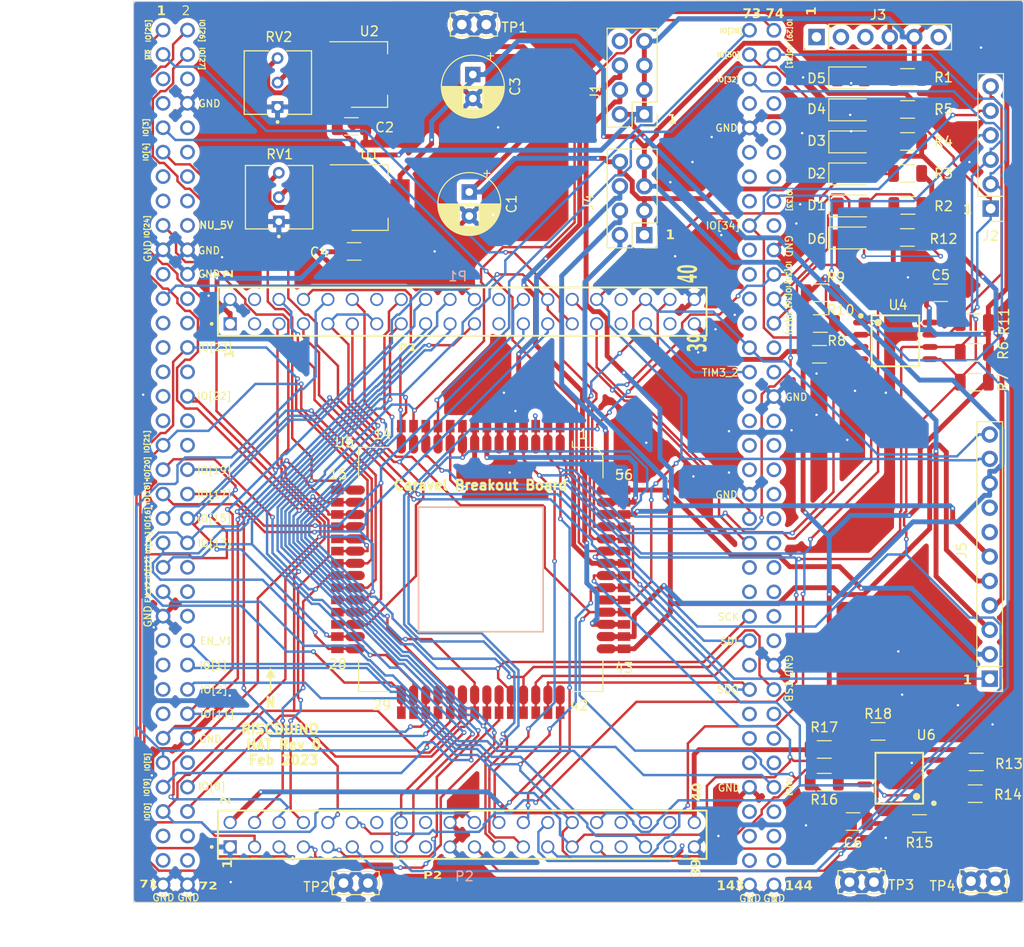
<source format=kicad_pcb>
(kicad_pcb (version 20221018) (generator pcbnew)
  (layers (0 "F.Cu" signal) (31 "B.Cu" signal) (34 "B.Paste" user) (35 "F.Paste" user) (36 "B.SilkS" user "B.Silkscreen") (37 "F.SilkS" user "F.Silkscreen") (38 "B.Mask" user) (39 "F.Mask" user) (44 "Edge.Cuts" user))
  (net 0 "")
  (net 1 "GND")
  (net 2 "vccd1")
  (net 3 "vdda")
  (net 4 "Net-(U2-ADJ)")
  (net 5 "~{MEM_WP}")
  (net 6 "~{RST}")
  (net 7 "TIM3_CH2")
  (net 8 "Caravel_CSB")
  (net 9 "Caravel_SCK")
  (net 10 "Net-(D1-A)")
  (net 11 "Net-(D2-A)")
  (net 12 "gpio")
  (net 13 "I2C4_SCL")
  (net 14 "Net-(D3-A)")
  (net 15 "~{MEM_HOLD}")
  (net 16 "~{MR}")
  (net 17 "Net-(D4-A)")
  (net 18 "Net-(D5-A)")
  (net 19 "Caravel_MISO")
  (net 20 "Caravel_MOSI")
  (net 21 "mprj_io_37")
  (net 22 "mprj_io_36")
  (net 23 "Net-(D6-A)")
  (net 24 "+3.3V_F")
  (net 25 "+1V8_U")
  (net 26 "+1V8_C")
  (net 29 "vddio")
  (net 32 "EN_VOUT2")
  (net 33 "vdda2")
  (net 34 "vccd2")
  (net 35 "vdda1")
  (net 36 "EN_VOUT1")
  (net 37 "I2C4_SDA")
  (net 38 "mprj_io_35")
  (net 39 "mprj_io_34")
  (net 40 "mprj_io_33")
  (net 41 "mprj_io_32")
  (net 42 "mprj_io_31")
  (net 43 "mprj_io_30")
  (net 44 "mprj_io_29")
  (net 45 "mprj_io_28")
  (net 46 "mprj_io_27")
  (net 47 "mprj_io_26")
  (net 48 "mprj_io_25")
  (net 49 "mprj_io_24")
  (net 50 "mprj_io_23")
  (net 51 "mprj_io_22")
  (net 52 "mprj_io_21")
  (net 53 "mprj_io_20")
  (net 54 "mprj_io_19")
  (net 55 "mprj_io_18")
  (net 56 "mprj_io_17")
  (net 57 "mprj_io_16")
  (net 58 "mprj_io_15")
  (net 59 "mprj_io_14")
  (net 60 "mprj_io_13")
  (net 61 "mprj_io_12")
  (net 62 "mprj_io_11")
  (net 63 "mprj_io_10")
  (net 64 "mprj_io_9")
  (net 65 "mprj_io_8")
  (net 66 "mprj_io_7")
  (net 67 "mprj_io_6_ser_tx")
  (net 73 "Net-(U1-ADJ)")
  (net 83 "mprj_io_5_ser_rx")
  (net 85 "mprj_io_4_SCK")
  (net 137 "vccd")
  (net 140 "mprj_io_3_CSB")
  (net 141 "mprj_io_2_SDI")
  (net 144 "xclk")
  (net 147 "NU_5V")
  (net 158 "mprj_io_1_SDO")
  (net 159 "mprj_io_0")
  (footprint "Capacitor_SMD:C_1206_3216Metric" (layer "F.Cu") (at 122.225 42.2)
    (fp_text reference "C4")
    (fp_text value "0.1uf - CC0805KRX7R9BB104" hide)
  )
  (footprint "Resistor_SMD:R_1206_3216Metric" (layer "F.Cu") (at 170.6 52.9 180)
    (fp_text reference "R8")
    (fp_text value "10k - RC0805FR-0710KL" hide)
  )
  (footprint "TestPoint:TestPoint_Bridge_Pitch2.54mm_Drill1.0mm" (layer "F.Cu") (at 173.73 107.8)
    (fp_text reference "TP3")
    (fp_text value "TestPoint" hide)
  )
  (footprint "Package_TO_SOT_SMD:SOT-223-3_TabPin2" (layer "F.Cu") (at 123.8 23.8)
    (fp_text reference "U2")
    (fp_text value "AMS1117" hide)
  )
  (footprint "Resistor_SMD:R_1206_3216Metric" (layer "F.Cu") (at 171.1 97.4 180)
    (fp_text reference "R16")
    (fp_text value "10k - RC0805FR-0710KL" hide)
  )
  (footprint "Resistor_SMD:R_1206_3216Metric" (layer "F.Cu") (at 179.7625 27.43)
    (fp_text reference "R5")
    (fp_text value "180Ohm" hide)
  )
  (footprint "Resistor_SMD:R_1206_3216Metric" (layer "F.Cu") (at 171.1 94 180)
    (fp_text reference "R17")
    (fp_text value "10k - RC0805FR-0710KL" hide)
  )
  (footprint "Resistor_SMD:R_1206_3216Metric" (layer "F.Cu") (at 186.7 55.8)
    (fp_text reference "R7")
    (fp_text value "10k - RC0805FR-0710KL" hide)
  )
  (footprint "LED_SMD:LED_1206_3216Metric" (layer "F.Cu") (at 173.8625 34.14)
    (fp_text reference "D2")
    (fp_text value "LED" hide)
  )
  (footprint "Resistor_SMD:R_1206_3216Metric" (layer "F.Cu") (at 186.8 98.6)
    (fp_text reference "R14")
    (fp_text value "10k - RC0805FR-0710KL" hide)
  )
  (footprint "LED_SMD:LED_1206_3216Metric" (layer "F.Cu") (at 173.8625 24.15)
    (fp_text reference "D5")
    (fp_text value "LED" hide)
  )
  (footprint "TestPoint:TestPoint_Bridge_Pitch2.54mm_Drill1.0mm" (layer "F.Cu") (at 121.13 107.9)
    (fp_text reference "TP2")
    (fp_text value "TestPoint")
  )
  (footprint "LED_SMD:LED_1206_3216Metric" (layer "F.Cu") (at 173.9 37.47)
    (fp_text reference "D1")
    (fp_text value "LED" hide)
  )
  (footprint "Caravel_Board:caravel_breakout_flexy_rev3D" (layer "F.Cu") (at 135.4 75.277 90)
    (fp_text reference "U5")
    (fp_text value "caravel_breakout")
  )
  (footprint "Resistor_SMD:R_1206_3216Metric" (layer "F.Cu") (at 176.7 92.1228)
    (fp_text reference "R18")
    (fp_text value "10k - RC0805FR-0710KL" hide)
  )
  (footprint "LED_SMD:LED_1206_3216Metric" (layer "F.Cu") (at 173.8625 27.48)
    (fp_text reference "D4")
    (fp_text value "LED" hide)
  )
  (footprint "Capacitor_SMD:C_1206_3216Metric" (layer "F.Cu") (at 174.1 101.5 180)
    (fp_text reference "C6")
    (fp_text value "0.1uf - CC0805KRX7R9BB104" hide)
  )
  (footprint "Resistor_SMD:R_1206_3216Metric" (layer "F.Cu") (at 170.7 46.5 180)
    (fp_text reference "R9")
    (fp_text value "10k - RC0805FR-0710KL" hide)
  )
  (footprint "TestPoint:TestPoint_Bridge_Pitch2.54mm_Drill1.0mm" (layer "F.Cu") (at 188.9 107.7 180)
    (fp_text reference "TP4")
    (fp_text value "TestPoint" hide)
  )
  (footprint "Capacitor_SMD:C_1206_3216Metric" (layer "F.Cu") (at 183.2 46.5)
    (fp_text reference "C5")
    (fp_text value "0.1uf - CC0805KRX7R9BB104" hide)
  )
  (footprint "Connector_PinHeader_2.54mm:PinHeader_1x11_P2.54mm_Vertical" (layer "F.Cu") (at 188.3 86.64 180)
    (fp_text reference "J5")
    (fp_text value "Conn_01x11_Female" hide)
  )
  (footprint "Resistor_SMD:R_1206_3216Metric" (layer "F.Cu") (at 170.7 49.7 180)
    (fp_text reference "R10")
    (fp_text value "10k - RC0805FR-0710KL" hide)
  )
  (footprint "Resistor_SMD:R_1206_3216Metric" (layer "F.Cu") (at 179.7375 40.75)
    (fp_text reference "R12")
    (fp_text value "R" hide)
  )
  (footprint "Resistor_SMD:R_1206_3216Metric" (layer "F.Cu") (at 186.7 52.7)
    (fp_text reference "R6")
    (fp_text value "10k - RC0805FR-0710KL" hide)
  )
  (footprint "Connector_PinHeader_2.54mm:PinHeader_1x06_P2.54mm_Vertical" (layer "F.Cu") (at 170.3 19.9 90)
    (fp_text reference "J3")
    (fp_text value "Conn_01x06_Pin" hide)
  )
  (footprint "Connector_PinHeader_2.54mm:PinHeader_1x06_P2.54mm_Vertical" (layer "F.Cu") (at 188.4 37.74 180)
    (fp_text reference "J2")
    (fp_text value "Conn_01x06_Female" hide)
  )
  (footprint "Resistor_SMD:R_1206_3216Metric" (layer "F.Cu") (at 181 101.7 180)
    (fp_text reference "R15")
    (fp_text value "10k - RC0805FR-0710KL" hide)
  )
  (footprint "samtec_20x2_conn:SAMTEC_HTSW-120-08-F-D" (layer "F.Cu") (at 133.47 48.463)
    (fp_text reference "P1")
    (fp_text value "HTSW-120-08-F-D" hide)
  )
  (footprint "W25Q32FV:SOIC127P790X216-8N" (layer "F.Cu") (at 178.9 97 180)
    (fp_text reference "U6")
    (fp_text value "W25Q32FVSS")
  )
  (footprint "Capacitor_THT:CP_Radial_D6.3mm_P2.50mm" (layer "F.Cu") (at 134.2 36.0176 -90)
    (fp_text reference "C1")
    (fp_text value "22uF" hide)
  )
  (footprint "Connector_PinHeader_2.54mm:PinHeader_2x04_P2.54mm_Vertical" (layer "F.Cu") (at 152.4 40.5 180)
    (fp_text reference "J4")
    (fp_text value "Conn_02x04_Odd_Even" hide)
  )
  (footprint "W25Q32FV:SOIC127P790X216-8N" (layer "F.Cu") (at 178.5 51.5)
    (fp_text reference "U4")
    (fp_text value "W25Q32FVSS")
  )
  (footprint "Package_TO_SOT_SMD:SOT-223-3_TabPin2" (layer "F.Cu") (at 123.85 36.6)
    (fp_text reference "U1")
    (fp_text value "AMS1117" hide)
  )
  (footprint "Caravel_Board:ST_Morpho_Connectors_144" (layer "F.Cu") (at 134.1628 54.0004)
    (fp_text reference "U3")
    (fp_text value "NUCLEO144-F746ZG")
  )
  (footprint "LED_SMD:LED_1206_3216Metric" (layer "F.Cu") (at 173.8625 30.81)
    (fp_text reference "D3")
    (fp_text value "LED" hide)
  )
  (footprint "Capacitor_SMD:C_1206_3216Metric" (layer "F.Cu") (at 121.95 29.2)
    (fp_text reference "C2")
    (fp_text value "0.1uf - CC0805KRX7R9BB104" hide)
  )
  (footprint "Resistor_SMD:R_1206_3216Metric" (layer "F.Cu") (at 179.7625 30.76)
    (fp_text reference "R4")
    (fp_text value "180Ohm" hide)
  )
  (footprint "Vishay_Pot:TRIM_T73YU103KT20" (layer "F.Cu") (at 114.13 36.56 90)
    (fp_text reference "RV1")
    (fp_text value "10KP" hide)
  )
  (footprint "samtec_20x2_conn:SAMTEC_HTSW-120-08-F-D" (layer "F.Cu") (at 133.47 102.87)
    (fp_text reference "P2")
    (fp_text value "HTSW-120-08-F-D" hide)
  )
  (footprint "Resistor_SMD:R_1206_3216Metric" (layer "F.Cu") (at 186.9 95.3)
    (fp_text reference "R13")
    (fp_text value "10k - RC0805FR-0710KL" hide)
  )
  (footprint "Capacitor_THT:CP_Radial_D6.3mm_P2.50mm" (layer "F.Cu") (at 134.57 23.8 -90)
    (fp_text reference "C3")
    (fp_text value "22uF" hide)
  )
  (footprint "TestPoint:TestPoint_Bridge_Pitch2.54mm_Drill1.0mm" (layer "F.Cu") (at 133.43 18.6)
    (fp_text reference "TP1")
    (fp_text value "TestPoint" hide)
  )
  (footprint "Resistor_SMD:R_1206_3216Metric" (layer "F.Cu") (at 186.7 49.6)
    (fp_text reference "R11")
    (fp_text value "10k - RC0805FR-0710KL" hide)
  )
  (footprint "Vishay_Pot:TRIM_T73YU103KT20" (layer "F.Cu") (at 114 24.6405 90)
    (fp_text reference "RV2")
    (fp_text value "10KPot" hide)
  )
  (footprint "Resistor_SMD:R_1206_3216Metric" (layer "F.Cu") (at 179.7625 24.1)
    (fp_text reference "R1")
    (fp_text value "330Ohm" hide)
  )
  (footprint "LED_SMD:LED_1206_3216Metric" (layer "F.Cu") (at 173.8375 40.8)
    (fp_text reference "D6")
    (fp_text value "LED" hide)
  )
  (footprint "Resistor_SMD:R_1206_3216Metric" (layer "F.Cu") (at 179.8 37.42)
    (fp_text reference "R2")
    (fp_text value "R" hide)
  )
  (footprint "Connector_PinHeader_2.54mm:PinHeader_2x04_P2.54mm_Vertical" (layer "F.Cu") (at 152.4 27.94 180)
    (fp_text reference "J1")
    (fp_text value "Conn_02x04_Odd_Even" hide)
  )
  (footprint "Resistor_SMD:R_1206_3216Metric" (layer "F.Cu") (at 179.7625 34.09)
    (fp_text reference "R3")
    (fp_text value "330Ohm" hide)
  )
  (gr_line (start 128.923 81.754) (end 128.923 68.8) (stroke (width 0.15)) (layer "B.SilkS"))
  (gr_line (start 141.877 81.754) (end 128.923 81.754) (stroke (width 0.15)) (layer "B.SilkS"))
  (gr_line (start 141.877 68.8) (end 141.877 81.754) (stroke (width 0.15)) (layer "B.SilkS"))
  (gr_line (start 128.923 68.8) (end 141.877 68.8) (stroke (width 0.15)) (layer "B.SilkS"))
  (gr_line (start 141.877 81.754) (end 128.923 81.754) (stroke (width 0.15)) (layer "F.SilkS"))
  (gr_line (start 128.923 68.8) (end 141.877 68.8) (stroke (width 0.15)) (layer "F.SilkS"))
  (gr_poly (pts (xy 113.1316 86.487) (xy 113.538 85.6234) (xy 113.9952 86.487)) (stroke (width 0.15)) (fill solid) (layer "F.SilkS"))
  (gr_line (start 113.538 86.487) (end 113.538 88.0618) (stroke (width 0.15)) (layer "F.SilkS"))
  (gr_line (start 128.923 81.754) (end 128.923 68.8) (stroke (width 0.15)) (layer "F.SilkS"))
  (gr_line (start 141.877 68.8) (end 141.877 81.754) (stroke (width 0.15)) (layer "F.SilkS"))
  (gr_line (start 99.3 109.9) (end 99.3 16.2) (stroke (width 0.1)) (layer "Edge.Cuts"))
  (gr_line (start 99.3 16.2) (end 191.8 16.1) (stroke (width 0.1)) (layer "Edge.Cuts"))
  (gr_line (start 191.8 16.1) (end 191.8 109.9) (stroke (width 0.1)) (layer "Edge.Cuts"))
  (gr_line (start 191.8 109.9) (end 99.3 109.9) (stroke (width 0.1)) (layer "Edge.Cuts"))
  (gr_text "IO[30]" (at 161.1376 21.7424) (layer "F.SilkS") (effects (font (size 0.5 0.5) (thickness 0.125))))
  (gr_text "14" (at 125.1892 61.2054) (layer "F.SilkS") (effects (font (size 1 1))))
  (gr_text "IO[25]" (at 100.838 19.2532 90) (layer "F.SilkS") (effects (font (size 0.5 0.5) (thickness 0.125))))
  (gr_text "GND" (at 167.386 85.2932 270) (layer "F.SilkS") (effects (font (size 0.75 0.75) (thickness 0.125))))
  (gr_text "42" (at 145.6108 89.4502) (layer "F.SilkS") (effects (font (size 1 1))))
  (gr_text "GND" (at 160.9344 67.5132) (layer "F.SilkS") (effects (font (size 0.75 0.75) (thickness 0.125))))
  (gr_text "IO[29]" (at 167.4876 19.2024 270) (layer "F.SilkS") (effects (font (size 0.5 0.5) (thickness 0.125))))
  (gr_text "P1" (at 126.8 52.7) (layer "F.SilkS") (effects (font (size 0.8 1) (thickness 0.2) bold) (justify left bottom)))
  (gr_text "29" (at 125.1384 89.3994) (layer "F.SilkS") (effects (font (size 1 1))))
  (gr_text "GND" (at 102.4 109.4) (layer "F.SilkS") (effects (font (size 0.75 0.75) (thickness 0.125))))
  (gr_text "SDI" (at 161.1884 82.7532) (layer "F.SilkS") (effects (font (size 0.75 0.75) (thickness 0.125))))
  (gr_text "IO[23]" (at 107.7976 52.1716) (layer "F.SilkS") (effects (font (size 0.75 0.75) (thickness 0.125))))
  (gr_text "IO[22]" (at 107.696 57.2516) (layer "F.SilkS") (effects (font (size 0.75 0.75) (thickness 0.125))))
  (gr_text "IO[14]" (at 100.838 72.4916 90) (layer "F.SilkS") (effects (font (size 0.5 0.5) (thickness 0.125))))
  (gr_text "39" (at 158.4 107.3 90) (layer "F.SilkS") (effects (font (size 1 1) (thickness 0.25) bold) (justify left bottom)))
  (gr_text "GND" (at 107.1372 42.1132) (layer "F.SilkS") (effects (font (size 0.75 0.75) (thickness 0.125))))
  (gr_text "43" (at 150.2844 85.5132) (layer "F.SilkS") (effects (font (size 1 1))))
  (gr_text "RISCDUINO \nHAT Rev 0\nFeb 2023" (at 114.9 93.5) (layer "F.SilkS") (effects (font (size 1 1) (thickness 0.25))))
  (gr_text "GND" (at 161.1884 97.9932) (layer "F.SilkS") (effects (font (size 0.75 0.75) (thickness 0.125))))
  (gr_text "EN_V1" (at 107.8992 82.7024) (layer "F.SilkS") (effects (font (size 0.75 0.75) (thickness 0.125))))
  (gr_text "IO[6]" (at 167.4368 97.8916 270) (layer "F.SilkS") (effects (font (size 0.5 0.5) (thickness 0.125))))
  (gr_text "Caravel Breakout Board" (at 135.3746 66.514) (layer "F.SilkS") (effects (font (size 1 1) (thickness 0.25))))
  (gr_text "15" (at 120.5664 65.371) (layer "F.SilkS") (effects (font (size 1 1))))
  (gr_text "143" (at 159.9 108.8) (layer "F.SilkS") (effects (font (size 1 1) (thickness 0.25) bold) (justify left bottom)))
  (gr_text "GND" (at 100.7872 80.1624 90) (layer "F.SilkS") (effects (font (size 0.75 0.75) (thickness 0.125))))
  (gr_text "73" (at 162.6 18.1) (layer "F.SilkS") (effects (font (size 1 1) (thickness 0.25) bold) (justify left bottom)))
  (gr_text "1" (at 170.4 17.7 90) (layer "F.SilkS") (effects (font (size 1 1) (thickness 0.25) bold) (justify left bottom)))
  (gr_text "39" (at 159.2 52.7 90) (layer "F.SilkS") (effects (font (size 2 1) (thickness 0.25) bold) (justify left bottom)))
  (gr_text "GND" (at 107.188 26.8224) (layer "F.SilkS") (effects (font (size 0.75 0.75) (thickness 0.125))))
  (gr_text "40" (at 158.5 99.4 90) (layer "F.SilkS") (effects (font (size 1 1) (thickness 0.25) bold) (justify left bottom)))
  (gr_text "2" (at 104.3 17.8) (layer "F.SilkS") (effects (font (size 1 1) (thickness 0.1875)) (justify left bottom)))
  (gr_text "56" (at 150.2844 65.4472) (layer "F.SilkS") (effects (font (size 1 1))))
  (gr_text "1" (at 109.7 106.4 90) (layer "F.SilkS") (effects (font (size 1 1) (thickness 0.25) bold) (justify left bottom)))
  (gr_text "IO[2]" (at 107.6452 87.7824) (layer "F.SilkS") (effects (font (size 0.75 0.75) (thickness 0.125))))
  (gr_text "IO[16]" (at 100.7872 69.9516 90) (layer "F.SilkS") (effects (font (size 0.5 0.5) (thickness 0.125))))
  (gr_text "IO[13]" (at 107.7468 72.5424) (layer "F.SilkS") (effects (font (size 0.75 0.75) (thickness 0.125))))
  (gr_text "IO[17]" (at 107.696 67.4624) (layer "F.SilkS") (effects (font (size 0.75 0.75) (thickness 0.125))))
  (gr_text "71" (at 99.9 108.5) (layer "F.SilkS") (effects (font (size 0.8 1) (thickness 0.2) bold) (justify left bottom)))
  (gr_text "GND" (at 168.2 57.3532) (layer "F.SilkS") (effects (font (size 0.75 0.75) (thickness 0.125))))
  (gr_text "1" (at 154.6 41.1) (layer "F.SilkS") (effects (font (size 1 1) (thickness 0.25) bold) (justify left bottom)))
  (gr_text "GND" (at 100.7872 42.164 90) (layer "F.SilkS") (effects (font (size 0.75 0.75) (thickness 0.125))))
  (gr_text "GND" (at 167.386 41.656 270) (layer "F.SilkS") (effects (font (size 0.75 0.75) (thickness 0.125))))
  (gr_text "IO[12]" (at 100.7872 75.0824 90) (layer "F.SilkS") (effects (font (size 0.5 0.5) (thickness 0.125))))
  (gr_text "IO[5]" (at 100.7364 95.3008 90) (layer "F.SilkS") (effects (font (size 0.5 0.5) (thickness 0.125))))
  (gr_text "IO[28]" (at 161.4424 19.2532) (layer "F.SilkS") (effects (font (size 0.5 0.5) (thickness 0.125))))
  (gr_text "IO[4]" (at 100.584 31.8516 90) (layer "F.SilkS") (effects (font (size 0.5 0.5) (thickness 0.125))))
  (gr_text "GND" (at 107.1372 44.5516) (layer "F.SilkS") (effects (font (size 0.75 0.75) (thickness 0.125))))
  (gr_text "IO[21]" (at 100.6856 61.976 90) (layer "F.SilkS") (effects (font (size 0.5 0.5) (thickness 0.125))))
  (gr_text "GND" (at 105 109.4) (layer "F.SilkS") (effects (font (size 0.75 0.75) (thickness 0.125))))
  (gr_text "NU_5V" (at 107.8992 39.4716) (layer "F.SilkS") (effects (font (size 0.75 0.75))))
  (gr_text "IO[36]" (at 167.386 46.9392 270) (layer "F.SilkS") (effects (font (size 0.5 0.5) (thickness 0.125))))
  (gr_text "1" (at 154.8 29.1) (layer "F.SilkS") (effects (font (size 1 1) (thickness 0.25) bold) (justify left bottom)))
  (gr_text "IO[11]" (at 108.0008 90.3224) (layer "F.SilkS") (effects (font (size 0.75 0.75) (thickness 0.125))))
  (gr_text "IO[27]" (at 106.426 22.1488 270) (layer "F.SilkS") (effects (font (size 0.5 0.5) (thickness 0.125))))
  (gr_text "~{MR}" (at 100.9396 21.7424 90) (layer "F.SilkS") (effects (font (size 0.5 0.5) (thickness 0.125))))
  (gr_text "2" (at 109.5 99.8 90) (layer "F.SilkS") (effects (font (size 1 1) (thickness 0.25) bold) (justify left bottom)))
  (gr_text "1\n" (at 146.068 61.2054) (layer "F.SilkS") (effects (font (size 1 1))))
  (gr_text "IO[34]" (at 160.5788 39.5224) (layer "F.SilkS") (effects (font (size 0.75 0.75) (thickness 0.125))))
  (gr_text "1" (at 185.5 38.5) (layer "F.SilkS") (effects (font (size 1 1) (thickness 0.25) bold) (justify left bottom)))
  (gr_text "IO[37]" (at 167.4368 49.6824 270) (layer "F.SilkS") (effects (font (size 0.5 0.5) (thickness 0.125))))
  (gr_text "EN_V2" (at 100.7872 77.6224 90) (layer "F.SilkS") (effects (font (size 0.5 0.5) (thickness 0.125))))
  (gr_text "GND" (at 107.2896 92.9132) (layer "F.SilkS") (effects (font (size 0.75 0.75) (thickness 0.125))))
  (gr_text "TIM3_2" (at 160.274 54.8132) (layer "F.SilkS") (effects (font (size 0.75 0.75) (thickness 0.125))))
  (gr_text "IO[18]" (at 100.7364 67.3608 90) (layer "F.SilkS") (effects (font (size 0.5 0.5) (thickness 0.125))))
  (gr_text "P2" (at 129.4 107.6) (layer "F.SilkS") (effects (font (size 0.8 1) (thickness 0.2) bold) (justify left bottom)))
  (gr_text "N" (at 113.538 89.1032) (layer "F.SilkS") (effects (font (size 1 1) (thickness 0.25))))
  (gr_text "GND" (at 160.9344 29.3624) (layer "F.SilkS") (effects (font (size 0.75 0.75) (thickness 0.125))))
  (gr_text "IO[24]" (at 100.6856 39.624 90) (layer "F.SilkS") (effects (font (size 0.5 0.5) (thickness 0.125))))
  (gr_text "IO[1]" (at 107.5944 85.2424) (layer "F.SilkS") (effects (font (size 0.75 0.75) (thickness 0.125))))
  (gr_text "IO[31]" (at 167.4876 21.9964 270) (layer "F.SilkS") (effects (font (size 0.5 0.5) (thickness 0.125))))
  (gr_text "1" (at 101.7 17.8) (layer "F.SilkS") (effects (font (size 1 1) (thickness 0.25) bold) (justify left bottom)))
  (gr_text "IO[0]" (at 100.7364 100.4824 90) (layer "F.SilkS") (effects (font (size 0.5 0.5) (thickness 0.125))))
  (gr_text "IO[20]" (at 100.7364 64.7192 90) (layer "F.SilkS") (effects (font (size 0.5 0.5) (thickness 0.125))))
  (gr_text "144" (at 167 108.8) (layer "F.SilkS") (effects (font (size 1 1) (thickness 0.25) bold) (justify left bottom)))
  (gr_text "IO[15]" (at 107.696 69.9516) (layer "F.SilkS") (effects (font (size 0.75 0.75) (thickness 0.125))))
  (gr_text "74" (at 165 18.1) (layer "F.SilkS") (effects (font (size 1 1) (thickness 0.25) bold) (justify left bottom)))
  (gr_text "72" (at 106.1 108.7) (layer "F.SilkS") (effects (font (size 0.8 1) (thickness 0.2) bold) (justify left bottom)))
  (gr_text "IO[9]" (at 100.6856 97.9424 90) (layer "F.SilkS") (effects (font (size 0.5 0.5) (thickness 0.125))))
  (gr_text "28" (at 120.5156 85.1322) (layer "F.SilkS") (effects (font (size 1 1))))
  (gr_text "SDO" (at 161.0868 87.7824) (layer "F.SilkS") (effects (font (size 0.75 0.75) (thickness 0.125))))
  (gr_text "IO[19]" (at 107.696 64.9732) (layer "F.SilkS") (effects (font (size 0.75 0.75) (thickness 0.125))))
  (gr_text "CSB" (at 167.386 87.9348 270) (layer "F.SilkS") (effects (font (size 0.75 0.75) (thickness 0.125))))
  (gr_text "1" (at 109.9 53.4 90) (layer "F.SilkS") (effects (font (size 1 1) (thickness 0.25) bold) (justify left bottom)))
  (gr_text "40" (at 158.2 45.5 90) (layer "F.SilkS") (effects (font (size 2 1) (thickness 0.25) bold) (justify left bottom)))
  (gr_text "2" (at 109.8 45 90) (layer "F.SilkS") (effects (font (size 1 1) (thickness 0.25) bold) (justify left bottom)))
  (gr_text "IO[32]" (at 161.0868 24.3332) (layer "F.SilkS") (effects (font (size 0.5 0.5) (thickness 0.125))))
  (gr_text "IO[3]" (at 100.584 29.3116 90) (layer "F.SilkS") (effects (font (size 0.5 0.5) (thickness 0.125))))
  (gr_text "GND" (at 163.4 109.5) (layer "F.SilkS") (effects (font (size 0.75 0.75) (thickness 0.125))))
  (gr_text "IO[26]" (at 106.426 19.2532 270) (layer "F.SilkS") (effects (font (size 0.5 0.5) (thickness 0.125))))
  (gr_text "IO[35]" (at 167.386 44.3992 270) (layer "F.SilkS") (effects (font (size 0.5 0.5) (thickness 0.125))))
  (gr_text "GND" (at 165.9 109.5) (layer "F.SilkS") (effects (font (size 0.75 0.75) (thickness 0.125))))
  (gr_text "IO[33]" (at 167.4876 36.83 270) (layer "F.SilkS") (effects (font (size 0.5 0.5) (thickness 0.125))))
  (gr_text "IO[8]" (at 107.442 97.8408) (layer "F.SilkS") (effects (font (size 0.75 0.75) (thickness 0.125))))
  (gr_text "SCK" (at 161.1376 80.2132) (layer "F.SilkS") (effects (font (size 0.75 0.75) (thickness 0.125))))
  (gr_text "1" (at 185.5 87.4) (layer "F.SilkS") (effects (font (size 1 1) (thickness 0.25) bold) (justify left bottom)))
  (segment (start 152.6 62.1) (end 154.7 62.1) (width 0.508) (layer "F.Cu") (net 1))
  (segment (start 154.7 62.1) (end 157.6 65) (width 0.508) (layer "F.Cu") (net 1))
  (segment (start 179.2 88.3) (end 179.2 84.2) (width 0.508) (layer "F.Cu") (net 1))
  (segment (start 155.1 35) (end 155.3 35) (width 0.508) (layer "F.Cu") (net 1))
  (segment (start 109.3 88.4) (end 109.4 88.5) (width 0.508) (layer "F.Cu") (net 1))
  (segment (start 186.6 89.4) (end 188.6 91.4) (width 0.508) (layer "F.Cu") (net 1))
  (segment (start 173.118 28.4177) (end 168.9 24.2) (width 0.508) (layer "F.Cu") (net 1))
  (segment (start 101.993 94.0068) (end 103.736 94.0068) (width 0.508) (layer "F.Cu") (net 1))
  (segment (start 185 89.4) (end 186.6 89.4) (width 0.508) (layer "F.Cu") (net 1))
  (segment (start 163.328 29.3554) (end 164.499 28.184) (width 0.508) (layer "F.Cu") (net 1))
  (segment (start 101.196 94.8036) (end 101.993 94.0068) (width 0.508) (layer "F.Cu") (net 1))
  (segment (start 168.9 24.2) (end 168.9 24.1) (width 0.508) (layer "F.Cu") (net 1))
  (segment (start 100.3 57.1) (end 99.8 57.6) (width 0.508) (layer "F.Cu") (net 1))
  (segment (start 179.2 84.2) (end 178.8 83.8) (width 0.508) (layer "F.Cu") (net 1))
  (segment (start 168.9 24.1) (end 168.8 24.1) (width 0.508) (layer "F.Cu") (net 1))
  (segment (start 101.2 68.7) (end 100.7 68.2) (width 0.254) (layer "F.Cu") (net 1))
  (segment (start 167.084 28.184) (end 168.8 29.9) (width 0.508) (layer "F.Cu") (net 1))
  (segment (start 138.568 59.232) (end 139 58.8) (width 0.254) (layer "F.Cu") (net 1))
  (segment (start 109.243 88.5) (end 109.3 88.4) (width 0.508) (layer "F.Cu") (net 1))
  (segment (start 100.7 68.2) (end 100.7 66) (width 0.254) (layer "F.Cu") (net 1))
  (segment (start 101.2 96.7) (end 101.196 96.6964) (width 0.508) (layer "F.Cu") (net 1))
  (segment (start 103.736 94.0068) (end 104.908 92.8354) (width 0.508) (layer "F.Cu") (net 1))
  (segment (start 173.8 28) (end 173.382 28.4177) (width 0.508) (layer "F.Cu") (net 1))
  (segment (start 157.6 65) (end 157.5 65.6) (width 0.508) (layer "F.Cu") (net 1))
  (segment (start 138.568 60.677) (end 138.568 59.232) (width 0.254) (layer "F.Cu") (net 1))
  (segment (start 173.382 28.4177) (end 173.118 28.4177) (width 0.508) (layer "F.Cu") (net 1))
  (segment (start 157.5 65.6) (end 157.6 65.6) (width 0.508) (layer "F.Cu") (net 1))
  (segment (start 164.499 28.184) (end 167.084 28.184) (width 0.508) (layer "F.Cu") (net 1))
  (segment (start 155.3 35) (end 157.4 32.9) (width 0.508) (layer "F.Cu") (net 1))
  (segment (start 104.908 92.8354) (end 109.243 88.5) (width 0.508) (layer "F.Cu") (net 1))
  (segment (start 101.196 96.6964) (end 101.196 94.8036) (width 0.508) (layer "F.Cu") (net 1))
  (via (at 168.2 39.3) (size 0.5) (drill 0.25) (layers "F.Cu" "B.Cu") (net 1))
  (via (at 186.2 32.9) (size 0.5) (drill 0.25) (layers "F.Cu" "B.Cu") (net 1))
  (via (at 137.2 29.3) (size 0.5) (drill 0.25) (layers "F.Cu" "B.Cu") (net 1))
  (via (at 130.6 42.2) (size 0.5) (drill 0.25) (layers "F.Cu" "B.Cu") (net 1))
  (via (at 174.3 56.7) (size 0.5) (drill 0.25) (layers "F.Cu" "B.Cu") (net 1))
  (via (at 109.3 88.4) (size 0.5) (drill 0.25) (layers "F.Cu" "B.Cu") (net 1))
  (via (at 170.4 34.2) (size 0.5) (drill 0.25) (layers "F.Cu" "B.Cu") (net 1))
  (via (at 179.2 88.3) (size 0.5) (drill 0.25) (layers "F.Cu" "B.Cu") (net 1))
  (via (at 139 58.8) (size 0.5) (drill 0.25) (layers "F.Cu" "B.Cu") (net 1))
  (via (at 168.9 24.1) (size 0.5) (drill 0.25) (layers "F.Cu" "B.Cu") (net 1))
  (via (at 173.5 61.8) (size 0.5) (drill 0.25) (layers "F.Cu" "B.Cu") (net 1))
  (via (at 180.2 95.4) (size 0.5) (drill 0.25) (layers "F.Cu" "B.Cu") (net 1))
  (via (at 173.8 28) (size 0.5) (drill 0.25) (layers "F.Cu" "B.Cu") (net 1))
  (via (at 177.5 56.9) (size 0.5) (drill 0.25) (layers "F.Cu" "B.Cu") (net 1))
  (via (at 185 89.4) (size 0.5) (drill 0.25) (layers "F.Cu" "B.Cu") (net 1))
  (via (at 159.4 30.3) (size 0.5) (drill 0.25) (layers "F.Cu" "B.Cu") (net 1))
  (via (at 178.8 83.8) (size 0.5) (drill 0.25) (layers "F.Cu" "B.Cu") (net 1))
  (via (at 161.8 48.8) (size 0.5) (drill 0.25) (layers "F.Cu" "B.Cu") (net 1))
  (via (at 155.1 35) (size 0.5) (drill 0.25) (layers "F.Cu" "B.Cu") (net 1))
  (via (at 100.3 57.1) (size 0.5) (drill 0.25) (layers "F.Cu" "B.Cu") (net 1))
  (via (at 101.2 96.7) (size 0.5) (drill 0.25) (layers "F.Cu" "B.Cu") (net 1))
  (via (at 157.4 32.9) (size 0.5) (drill 0.25) (layers "F.Cu" "B.Cu") (net 1))
  (via (at 167.7 60.8) (size 0.5) (drill 0.25) (layers "F.Cu" "B.Cu") (net 1))
  (via (at 159.8 50.3) (size 0.5) (drill 0.25) (layers "F.Cu" "B.Cu") (net 1))
  (via (at 160.4 40.5) (size 0.5) (drill 0.25) (layers "F.Cu" "B.Cu") (net 1))
  (via (at 138.4 65.2) (size 0.5) (drill 0.25) (layers "F.Cu" "B.Cu") (net 1))
  (via (at 161.2 60.9) (size 0.5) (drill 0.25) (layers "F.Cu" "B.Cu") (net 1))
  (via (at 158 52.7) (size 0.5) (drill 0.25) (layers "F.Cu" "B.Cu") (net 1))
  (via (at 161.2 65.2) (size 0.5) (drill 0.25) (layers "F.Cu" "B.Cu") (net 1))
  (via (at 101.4 81.3) (size 0.5) (drill 0.25) (layers "F.Cu" "B.Cu") (net 1))
  (via (at 168.6 37.3) (size 0.5) (drill 0.25) (layers "F.Cu" "B.Cu") (net 1))
  (via (at 152.6 62.1) (size 0.5) (drill 0.25) (layers "F.Cu" "B.Cu") (net 1))
  (via (at 101.2 68.7) (size 0.5) (drill 0.25) (layers "F.Cu" "B.Cu") (net 1))
  (via (at 170.3 54.9) (size 0.5) (drill 0.25) (layers "F.Cu" "B.Cu") (net 1))
  (via (at 109.4 107.8) (size 0.5) (drill 0.25) (layers "F.Cu" "B.Cu") (net 1))
  (via (at 137.8 56.9) (size 0.5) (drill 0.25) (layers "F.Cu" "B.Cu") (net 1))
  (via (at 179.8 44.9) (size 0.5) (drill 0.25) (layers "F.Cu" "B.Cu") (net 1))
  (via (at 108.5 42.8) (size 0.5) (drill 0.25) (layers "F.Cu" "B.Cu") (net 1))
  (via (at 187.4 21) (size 0.5) (drill 0.25) (layers "F.Cu" "B.Cu") (net 1))
  (via (at 178.8 48.2) (size 0.5) (drill 0.25) (layers "F.Cu" "B.Cu") (net 1))
  (via (at 160.1 103) (size 0.5) (drill 0.25) (layers "F.Cu" "B.Cu") (net 1))
  (via (at 157.5 65.6) (size 0.5) (drill 0.25) (layers "F.Cu" "B.Cu") (net 1))
  (via (at 182.8 27.9) (size 0.5) (drill 0.25) (layers "F.Cu" "B.Cu") (net 1))
  (via (at 136.7 38.4) (size 0.5) (drill 0.25) (layers "F.Cu" "B.Cu") (net 1))
  (via (at 177.5 103.2) (size 0.5) (drill 0.25) (layers "F.Cu" "B.Cu") (net 1))
  (via (at 155.6 42.7) (size 0.5) (drill 0.25) (layers "F.Cu" "B.Cu") (net 1))
  (via (at 106.7 44.7) (size 0.5) (drill 0.25) (layers "F.Cu" "B.Cu") (net 1))
  (via (at 169.2 101.9) (size 0.5) (drill 0.25) (layers "F.Cu" "B.Cu") (net 1))
  (via (at 170.3 59.2) (size 0.5) (drill 0.25) (layers "F.Cu" "B.Cu") (net 1))
  (via (at 150.1 65.3) (size 0.5) (drill 0.25) (layers "F.Cu" "B.Cu") (net 1))
  (via (at 188.6 91.4) (size 0.5) (drill 0.25) (layers "F.Cu" "B.Cu") (net 1))
  (via (at 173.9 29.7) (size 0.5) (drill 0.25) (layers "F.Cu" "B.Cu") (net 1))
  (via (at 100.7 66) (size 0.5) (drill 0.25) (layers "F.Cu" "B.Cu") (net 1))
  (via (at 107.1 46.8) (size 0.5) (drill 0.25) (layers "F.Cu" "B.Cu") (net 1))
  (via (at 177 106.4) (size 0.5) (drill 0.25) (layers "F.Cu" "B.Cu") (net 1))
  (via (at 168.8 29.9) (size 0.5) (drill 0.25) (layers "F.Cu" "B.Cu") (net 1))
  (via (at 173.9 24.7) (size 0.5) (drill 0.25) (layers "F.Cu" "B.Cu") (net 1))
  (segment (start 160.1 103) (end 161.256 101.844) (width 0.508) (layer "B.Cu") (net 1))
  (segment (start 138.4 65.2) (end 139.294 64.3055) (width 0.508) (layer "B.Cu") (net 1))
  (segment (start 167.493 61.0068) (end 167.7 60.8) (width 0.508) (layer "B.Cu") (net 1))
  (segment (start 168.8 29.9) (end 168.8 32.6) (width 0.508) (layer "B.Cu") (net 1))
  (segment (start 101.3 68.7) (end 101.2 68.8) (width 0.508) (layer "B.Cu") (net 1))
  (segment (start 101.2 68.8) (end 101.1 68.9) (width 0.508) (layer "B.Cu") (net 1))
  (segment (start 100.314 78.0818) (end 100.314 69.6858) (width 0.508) (layer "B.Cu") (net 1))
  (segment (start 101.2 68.7) (end 101.3 68.7) (width 0.508) (layer "B.Cu") (net 1))
  (segment (start 101.196 88.4378) (end 101.685 88.9268) (width 0.508) (layer "B.Cu") (net 1))
  (segment (start 101.2 68.8) (end 101.2 68.7) (width 0.508) (layer "B.Cu") (net 1))
  (segment (start 101.4 81.3) (end 101.196 81.5036) (width 0.508) (layer "B.Cu") (net 1))
  (segment (start 161.256 101.844) (end 169.056 101.844) (width 0.508) (layer "B.Cu") (net 1))
  (segment (start 102.368 80.1354) (end 100.314 78.0818) (width 0.508) (layer "B.Cu") (net 1))
  (segment (start 174.3 56.7) (end 177.3 56.7) (width 0.508) (layer "B.Cu") (net 1))
  (segment (start 169 101.9) (end 169.2 101.9) (width 0.508) (layer "B.Cu") (net 1))
  (segment (start 168.8 32.6) (end 170.4 34.2) (width 0.508) (layer "B.Cu") (net 1))
  (segment (start 169.056 101.844) (end 169 101.9) (width 0.508) (layer "B.Cu") (net 1))
  (segment (start 101.196 81.5036) (end 101.196 88.4378) (width 0.508) (layer "B.Cu") (net 1))
  (segment (start 108.773 88.9268) (end 109.3 88.4) (width 0.508) (layer "B.Cu") (net 1))
  (segment (start 177.3 56.7) (end 177.5 56.9) (width 0.508) (layer "B.Cu") (net 1))
  (segment (start 169.2 101.9) (end 169.1 101.8) (width 0.508) (layer "B.Cu") (net 1))
  (segment (start 149.106 64.3055) (end 150.1 65.3) (width 0.508) (layer "B.Cu") (net 1))
  (segment (start 100.314 69.6858) (end 101.2 68.8) (width 0.508) (layer "B.Cu") (net 1))
  (segment (start 161.307 61.0068) (end 167.493 61.0068) (width 0.508) (layer "B.Cu") (net 1))
  (segment (start 101.685 88.9268) (end 108.773 88.9268) (width 0.508) (layer "B.Cu") (net 1))
  (segment (start 139.294 64.3055) (end 149.106 64.3055) (width 0.508) (layer "B.Cu") (net 1))
  (segment (start 161.2 60.9) (end 161.307 61.0068) (width 0.508) (layer "B.Cu") (net 1))
  (segment (start 188.3 76.48) (end 187.043 76.48) (width 0.508) (layer "F.Cu") (net 2))
  (segment (start 182.063 71.0394) (end 175.212 77.8906) (width 0.508) (layer "F.Cu") (net 2))
  (segment (start 155.1 78.8288) (end 155.1 68.4552) (width 0.508) (layer "F.Cu") (net 2))
  (segment (start 168.017 77.1808) (end 166.369 78.8288) (width 0.508) (layer "F.Cu") (net 2))
  (segment (start 149.99 83.532) (end 151.347 83.532) (width 0.508) (layer "F.Cu") (net 2))
  (segment (start 155.1 79.7791) (end 155.1 78.8288) (width 0.508) (layer "F.Cu") (net 2))
  (segment (start 187.043 76.48) (end 183.792 73.2287) (width 0.508) (layer "F.Cu") (net 2))
  (segment (start 183.028 62.3176) (end 182.455 62.3176) (width 0.508) (layer "F.Cu") (net 2))
  (segment (start 172.763 77.8906) (end 172.053 77.1808) (width 0.508) (layer "F.Cu") (net 2))
  (segment (start 151.347 83.532) (end 155.1 79.7791) (width 0.508) (layer "F.Cu") (net 2))
  (segment (start 182.063 62.7103) (end 182.063 71.0394) (width 0.508) (layer "F.Cu") (net 2))
  (segment (start 155.1 68.4552) (end 154.546 67.9018) (width 0.508) (layer "F.Cu") (net 2))
  (segment (start 175.212 77.8906) (end 172.763 77.8906) (width 0.508) (layer "F.Cu") (net 2))
  (segment (start 182.455 62.3176) (end 182.063 62.7103) (width 0.508) (layer "F.Cu") (net 2))
  (segment (start 183.792 73.2287) (end 183.792 63.0815) (width 0.508) (layer "F.Cu") (net 2))
  (segment (start 166.369 78.8288) (end 155.1 78.8288) (width 0.508) (layer "F.Cu") (net 2))
  (segment (start 149.99 83.532) (end 148.44 83.532) (width 0.508) (layer "F.Cu") (net 2))
  (segment (start 183.792 63.0815) (end 183.028 62.3176) (width 0.508) (layer "F.Cu") (net 2))
  (segment (start 172.053 77.1808) (end 168.017 77.1808) (width 0.508) (layer "F.Cu") (net 2))
  (via (at 154.546 67.9018) (size 0.5) (drill 0.25) (layers "F.Cu" "B.Cu") (net 2))
  (segment (start 146.221 57.5177) (end 146.221 45.3954) (width 0.508) (layer "B.Cu") (net 2))
  (segment (start 154.546 67.9018) (end 154.546 65.8426) (width 0.508) (layer "B.Cu") (net 2))
  (segment (start 154.546 65.8426) (end 146.221 57.5177) (width 0.508) (layer "B.Cu") (net 2))
  (segment (start 146.221 45.3954) (end 149.86 41.7567) (width 0.508) (layer "B.Cu") (net 2))
  (segment (start 149.86 41.7567) (end 149.86 40.5) (width 0.508) (layer "B.Cu") (net 2))
  (segment (start 145.681 27.7457) (end 145.681 39.4124) (width 0.508) (layer "F.Cu") (net 3))
  (segment (start 147.033 80.9122) (end 146.995 80.8736) (width 0.508) (layer "F.Cu") (net 3))
  (segment (start 147.033 80.992) (end 147.033 80.9122) (width 0.508) (layer "F.Cu") (net 3))
  (segment (start 149.86 22.86) (end 149.86 24.1167) (width 0.508) (layer "F.Cu") (net 3))
  (segment (start 148.44 80.992) (end 147.033 80.992) (width 0.508) (layer "F.Cu") (net 3))
  (segment (start 146.202 65.3117) (end 146.202 72.3182) (width 0.508) (layer "F.Cu") (net 3))
  (segment (start 141.09 46.9122) (end 141.09 51.9139) (width 0.508) (layer "F.Cu") (net 3))
  (segment (start 145.681 39.4124) (end 142.145 42.9487) (width 0.508) (layer "F.Cu") (net 3))
  (segment (start 149.86 24.1167) (end 149.31 24.1167) (width 0.508) (layer "F.Cu") (net 3))
  (segment (start 149.31 24.1167) (end 145.681 27.7457) (width 0.508) (layer "F.Cu") (net 3))
  (segment (start 146.202 72.3182) (end 146.414 72.5304) (width 0.508) (layer "F.Cu") (net 3))
  (segment (start 149.99 80.992) (end 148.44 80.992) (width 0.508) (layer "F.Cu") (net 3))
  (segment (start 145.964 65.0735) (end 146.202 65.3117) (width 0.508) (layer "F.Cu") (net 3))
  (segment (start 141.09 51.9139) (end 145.964 56.788) (width 0.508) (layer "F.Cu") (net 3))
  (segment (start 145.964 56.788) (end 145.964 65.0735) (width 0.508) (layer "F.Cu") (net 3))
  (segment (start 139.877 45.6993) (end 141.09 46.9122) (width 0.508) (layer "F.Cu") (net 3))
  (via (at 146.414 72.5304) (size 0.5) (drill 0.25) (layers "F.Cu" "B.Cu") (net 3))
  (via (at 139.877 45.6993) (size 0.5) (drill 0.25) (layers "F.Cu" "B.Cu") (net 3))
  (via (at 146.995 80.8736) (size 0.5) (drill 0.25) (layers "F.Cu" "B.Cu") (net 3))
  (via (at 142.145 42.9487) (size 0.5) (drill 0.25) (layers "F.Cu" "B.Cu") (net 3))
  (segment (start 147.49 80.3783) (end 146.995 80.8736) (width 0.508) (layer "B.Cu") (net 3))
  (segment (start 142.145 42.9487) (end 139.877 45.2165) (width 0.508) (layer "B.Cu") (net 3))
  (segment (start 147.49 77.7667) (end 147.49 80.3783) (width 0.508) (layer "B.Cu") (net 3))
  (segment (start 139.877 45.2165) (end 139.877 45.6993) (width 0.508) (layer "B.Cu") (net 3))
  (segment (start 146.414 76.6912) (end 147.49 77.7667) (width 0.508) (layer "B.Cu") (net 3))
  (segment (start 146.414 72.5304) (end 146.414 76.6912) (width 0.508) (layer "B.Cu") (net 3))
  (segment (start 120.65 21.5) (end 117.4105 21.5) (width 0.508) (layer "F.Cu") (net 4))
  (segment (start 117.4105 21.5) (end 114.27 24.6405) (width 0.508) (layer "F.Cu") (net 4))
  (segment (start 182.5 96.365) (end 184.372 96.365) (width 0.254) (layer "F.Cu") (net 5))
  (segment (start 184.905 95.8325) (end 185.4375 95.3) (width 0.254) (layer "F.Cu") (net 5))
  (segment (start 184.372 96.365) (end 184.905 95.8325) (width 0.254) (layer "F.Cu") (net 5))
  (segment (start 184.905 95.8325) (end 185.438 95.3) (width 0.254) (layer "F.Cu") (net 5))
  (segment (start 143.935 49.8471) (end 142.36 48.2719) (width 0.254) (layer "F.Cu") (net 6))
  (segment (start 151.22 70.832) (end 151.22 76.131) (width 0.254) (layer "F.Cu") (net 6))
  (segment (start 139.76 44.5928) (end 137.101 44.5928) (width 0.254) (layer "F.Cu") (net 6))
  (segment (start 147.416 57.0019) (end 143.935 53.5216) (width 0.254) (layer "F.Cu") (net 6))
  (segment (start 149.99 70.832) (end 151.22 70.832) (width 0.254) (layer "F.Cu") (net 6))
  (segment (start 148.44 70.832) (end 147.16 70.832) (width 0.254) (layer "F.Cu") (net 6))
  (segment (start 147.16 70.832) (end 147.16 64.7953) (width 0.254) (layer "F.Cu") (net 6))
  (segment (start 147.16 64.7953) (end 146.981 64.616) (width 0.254) (layer "F.Cu") (net 6))
  (segment (start 146.981 57.9522) (end 147.416 57.5177) (width 0.254) (layer "F.Cu") (net 6))
  (segment (start 143.935 53.5216) (end 143.935 49.8471) (width 0.254) (layer "F.Cu") (net 6))
  (segment (start 147.416 57.5177) (end 147.416 57.0019) (width 0.254) (layer "F.Cu") (net 6))
  (segment (start 151.22 76.131) (end 151.928 76.8393) (width 0.254) (layer "F.Cu") (net 6))
  (segment (start 148.44 70.832) (end 149.99 70.832) (width 0.254) (layer "F.Cu") (net 6))
  (segment (start 146.981 64.616) (end 146.981 57.9522) (width 0.254) (layer "F.Cu") (net 6))
  (segment (start 142.36 47.193) (end 139.76 44.5928) (width 0.254) (layer "F.Cu") (net 6))
  (segment (start 142.36 48.2719) (end 142.36 47.193) (width 0.254) (layer "F.Cu") (net 6))
  (via (at 151.928 76.8393) (size 0.5) (drill 0.25) (layers "F.Cu" "B.Cu") (net 6))
  (via (at 137.101 44.5928) (size 0.5) (drill 0.25) (layers "F.Cu" "B.Cu") (net 6))
  (segment (start 161.729 86.64) (end 188.3 86.64) (width 0.254) (layer "B.Cu") (net 6))
  (segment (start 151.928 76.8393) (end 161.729 86.64) (width 0.254) (layer "B.Cu") (net 6))
  (segment (start 102.368 47.1154) (end 103.715 45.7679) (width 0.254) (layer "B.Cu") (net 6))
  (segment (start 103.715 45.7679) (end 135.926 45.7679) (width 0.254) (layer "B.Cu") (net 6))
  (segment (start 135.926 45.7679) (end 137.101 44.5928) (width 0.254) (layer "B.Cu") (net 6))
  (segment (start 157.542 54.7554) (end 152.52 49.733) (width 0.254) (layer "B.Cu") (net 7))
  (segment (start 163.3278 54.7554) (end 157.542 54.7554) (width 0.254) (layer "B.Cu") (net 7))
  (segment (start 145.35 65.2141) (end 145.589 65.4531) (width 0.254) (layer "F.Cu") (net 8))
  (segment (start 138.691 46.9848) (end 138.691 51.4131) (width 0.254) (layer "F.Cu") (net 8))
  (segment (start 135.957 44.251) (end 138.691 46.9848) (width 0.254) (layer "F.Cu") (net 8))
  (segment (start 182.462 99.4073) (end 182.462 100.5536) (width 0.254) (layer "F.Cu") (net 8))
  (segment (start 181.96 98.905) (end 182.462 99.4073) (width 0.254) (layer "F.Cu") (net 8))
  (segment (start 182.4625 100.5541) (end 182.4625 101.7) (width 0.254) (layer "F.Cu") (net 8))
  (segment (start 138.691 51.4131) (end 145.35 58.0725) (width 0.254) (layer "F.Cu") (net 8))
  (segment (start 146.501 73.372) (end 147.8 73.372) (width 0.254) (layer "F.Cu") (net 8))
  (segment (start 182.462 100.5536) (end 182.462 101.7) (width 0.254) (layer "F.Cu") (net 8))
  (segment (start 181.42 98.905) (end 181.4203 98.905) (width 0.254) (layer "F.Cu") (net 8))
  (segment (start 145.589 65.4531) (end 145.589 72.4597) (width 0.254) (layer "F.Cu") (net 8))
  (segment (start 177.355 98.775) (end 181.29 98.775) (width 0.254) (layer "F.Cu") (net 8))
  (segment (start 145.35 58.0725) (end 145.35 65.2141) (width 0.254) (layer "F.Cu") (net 8))
  (segment (start 182.5 98.905) (end 181.4203 98.905) (width 0.254) (layer "F.Cu") (net 8))
  (segment (start 181.29 98.775) (end 181.42 98.905) (width 0.254) (layer "F.Cu") (net 8))
  (segment (start 182.462 100.5536) (end 182.4625 100.5541) (width 0.254) (layer "F.Cu") (net 8))
  (segment (start 181.4203 98.905) (end 181.96 98.905) (width 0.254) (layer "F.Cu") (net 8))
  (segment (start 149.99 73.372) (end 148.44 73.372) (width 0.254) (layer "F.Cu") (net 8))
  (segment (start 145.589 72.4597) (end 146.501 73.372) (width 0.254) (layer "F.Cu") (net 8))
  (segment (start 147.8 73.4599) (end 147.275 73.9855) (width 0.254) (layer "F.Cu") (net 8))
  (via (at 135.957 44.251) (size 0.5) (drill 0.25) (layers "F.Cu" "B.Cu") (net 8))
  (via (at 147.275 73.9855) (size 0.5) (drill 0.25) (layers "F.Cu" "B.Cu") (net 8))
  (via (at 177.355 98.775) (size 0.5) (drill 0.25) (layers "F.Cu" "B.Cu") (net 8))
  (segment (start 151.25 101.75) (end 151.25 101.506) (width 0.254) (layer "B.Cu") (net 8))
  (segment (start 162.39 89.1009) (end 166.144 89.1009) (width 0.254) (layer "B.Cu") (net 8))
  (segment (start 103.0028 29.9704) (end 102.3678 29.3354) (width 0.254) (layer "B.Cu") (net 8))
  (segment (start 102.368 29.3354) (end 103.003 29.9704) (width 0.254) (layer "B.Cu") (net 8))
  (segment (start 150.377 100.632) (end 148.408 100.632) (width 0.254) (layer "B.Cu") (net 8))
  (segment (start 177.355 98.775) (end 176.319 97.739) (width 0.254) (layer "B.Cu") (net 8))
  (segment (start 103.003 29.9704) (end 103.638 30.6054) (width 0.254) (layer "B.Cu") (net 8))
  (segment (start 152.915 102.579) (end 152.079 102.579) (width 0.254) (layer "B.Cu") (net 8))
  (segment (start 167.008 99.2904) (end 155.946 99.2904) (width 0.254) (layer "B.Cu") (net 8))
  (segment (start 103.638 30.6054) (end 122.311 30.6054) (width 0.254) (layer "B.Cu") (net 8))
  (segment (start 152.079 102.579) (end 151.25 101.75) (width 0.254) (layer "B.Cu") (net 8))
  (segment (start 148.408 100.632) (end 147.44 101.6) (width 0.254) (layer "B.Cu") (net 8))
  (segment (start 122.311 30.6054) (end 135.957 44.251) (width 0.254) (layer "B.Cu") (net 8))
  (segment (start 103.003 29.9704) (end 103.0028 29.9704) (width 0.254) (layer "B.Cu") (net 8))
  (segment (start 168.56 97.739) (end 167.008 99.2904) (width 0.254) (layer "B.Cu") (net 8))
  (segment (start 147.275 73.9855) (end 162.39 89.1009) (width 0.254) (layer "B.Cu") (net 8))
  (segment (start 151.25 101.506) (end 150.377 100.632) (width 0.254) (layer "B.Cu") (net 8))
  (segment (start 153.79 101.704) (end 152.915 102.579) (width 0.254) (layer "B.Cu") (net 8))
  (segment (start 176.319 97.739) (end 168.56 97.739) (width 0.254) (layer "B.Cu") (net 8))
  (segment (start 155.946 99.2904) (end 153.79 101.446) (width 0.254) (layer "B.Cu") (net 8))
  (segment (start 168.56 91.5172) (end 168.56 97.739) (width 0.254) (layer "B.Cu") (net 8))
  (segment (start 153.79 101.446) (end 153.79 101.704) (width 0.254) (layer "B.Cu") (net 8))
  (segment (start 166.144 89.1009) (end 168.56 91.5172) (width 0.254) (layer "B.Cu") (net 8))
  (segment (start 155.8211 105.105) (end 156.33 104.5961) (width 0.254) (layer "F.Cu") (net 9))
  (segment (start 155.8211 105.105) (end 148.405 105.105) (width 0.254) (layer "F.Cu") (net 9))
  (segment (start 120.548 54.1058) (end 120.548 57.5207) (width 0.254) (layer "F.Cu") (net 9))
  (segment (start 168.195 97.086) (end 166.29 98.991) (width 0.254) (layer "F.Cu") (net 9))
  (segment (start 142.038 68.8114) (end 142.038 75.0684) (width 0.254) (layer "F.Cu") (net 9))
  (segment (start 163.589 101.745) (end 163.099 101.745) (width 0.254) (layer "F.Cu") (net 9))
  (segment (start 146.692 79.722) (end 148.44 79.722) (width 0.254) (layer "F.Cu") (net 9))
  (segment (start 117.099 48.7682) (end 117.436 48.7682) (width 0.254) (layer "F.Cu") (net 9))
  (segment (start 141.84 68.6132) (end 142.038 68.8114) (width 0.254) (layer "F.Cu") (net 9))
  (segment (start 164.598 100.736) (end 163.589 101.745) (width 0.254) (layer "F.Cu") (net 9))
  (segment (start 169.147 96.1342) (end 168.195 97.086) (width 0.254) (layer "F.Cu") (net 9))
  (segment (start 102.368 31.8754) (end 103.638 33.1454) (width 0.254) (layer "F.Cu") (net 9))
  (segment (start 166.29 98.991) (end 165.873 98.991) (width 0.254) (layer "F.Cu") (net 9))
  (segment (start 118.329 51.8871) (end 120.548 54.1058) (width 0.254) (layer "F.Cu") (net 9))
  (segment (start 175.3 96.365) (end 174.22 96.365) (width 0.254) (layer "F.Cu") (net 9))
  (segment (start 117.436 48.7682) (end 118.329 49.6619) (width 0.254) (layer "F.Cu") (net 9))
  (segment (start 159.74 105.105) (end 155.8211 105.105) (width 0.254) (layer "F.Cu") (net 9))
  (segment (start 126.592 63.5642) (end 128.237 63.5642) (width 0.254) (layer "F.Cu") (net 9))
  (segment (start 172.562 94.7072) (end 171.136 96.1342) (width 0.254) (layer "F.Cu") (net 9))
  (segment (start 149.99 79.722) (end 148.44 79.722) (width 0.254) (layer "F.Cu") (net 9))
  (segment (start 142.038 75.0684) (end 146.692 79.722) (width 0.254) (layer "F.Cu") (net 9))
  (segment (start 146.692 79.722) (end 145.987 80.4264) (width 0.254) (layer "F.Cu") (net 9))
  (segment (start 163.099 101.745) (end 159.74 105.105) (width 0.254) (layer "F.Cu") (net 9))
  (segment (start 145.987 80.4264) (end 145.987 80.4567) (width 0.254) (layer "F.Cu") (net 9))
  (segment (start 171.136 96.1342) (end 169.147 96.1342) (width 0.254) (layer "F.Cu") (net 9))
  (segment (start 128.237 63.5642) (end 133.286 68.6132) (width 0.254) (layer "F.Cu") (net 9))
  (segment (start 167.674 96.5658) (end 168.195 97.086) (width 0.254) (layer "F.Cu") (net 9))
  (segment (start 103.638 33.1454) (end 105.157 33.1454) (width 0.254) (layer "F.Cu") (net 9))
  (segment (start 133.286 68.6132) (end 141.84 68.6132) (width 0.254) (layer "F.Cu") (net 9))
  (segment (start 115.385 43.3733) (end 115.385 47.0536) (width 0.254) (layer "F.Cu") (net 9))
  (segment (start 174.22 96.365) (end 172.562 94.7072) (width 0.254) (layer "F.Cu") (net 9))
  (segment (start 105.157 33.1454) (end 115.385 43.3733) (width 0.254) (layer "F.Cu") (net 9))
  (segment (start 120.548 57.5207) (end 126.592 63.5642) (width 0.254) (layer "F.Cu") (net 9))
  (segment (start 165.873 98.991) (end 164.598 100.266) (width 0.254) (layer "F.Cu") (net 9))
  (segment (start 115.385 47.0536) (end 117.099 48.7682) (width 0.254) (layer "F.Cu") (net 9))
  (segment (start 156.33 104.5961) (end 156.33 104.0248) (width 0.254) (layer "F.Cu") (net 9))
  (segment (start 118.329 49.6619) (end 118.329 51.8871) (width 0.254) (layer "F.Cu") (net 9))
  (segment (start 148.405 105.105) (end 147.44 104.14) (width 0.254) (layer "F.Cu") (net 9))
  (segment (start 164.598 100.266) (end 164.598 100.736) (width 0.254) (layer "F.Cu") (net 9))
  (via (at 167.674 96.5658) (size 0.5) (drill 0.25) (layers "F.Cu" "B.Cu") (net 9))
  (via (at 145.987 80.4567) (size 0.5) (drill 0.25) (layers "F.Cu" "B.Cu") (net 9))
  (via (at 156.33 104.0248) (size 0.5) (drill 0.25) (layers "F.Cu" "B.Cu") (net 9))
  (segment (start 145.672 80.7718) (end 145.987 80.4567) (width 0.254) (layer "B.Cu") (net 9))
  (segment (start 155.0263 105.5986) (end 142.3552 105.5986) (width 0.254) (layer "B.Cu") (net 9))
  (segment (start 167.674 96.5658) (end 165.544 96.5658) (width 0.254) (layer "B.Cu") (net 9))
  (segment (start 163.571 94.1254) (end 151.425 94.1254) (width 0.254) (layer "B.Cu") (net 9))
  (segment (start 156.33 104.0248) (end 156.33 104.2949) (width 0.254) (layer "B.Cu") (net 9))
  (segment (start 142.3552 105.5986) (end 141.3864 104.6298) (width 0.254) (layer "B.Cu") (net 9))
  (segment (start 164.518 95.0724) (end 163.571 94.1254) (width 0.254) (layer "B.Cu") (net 9))
  (segment (start 141.3864 104.6298) (end 141.3864 102.5736) (width 0.254) (layer "B.Cu") (net 9))
  (segment (start 156.33 104.2949) (end 155.0263 105.5986) (width 0.254) (layer "B.Cu") (net 9))
  (segment (start 151.425 94.1254) (end 145.672 88.3722) (width 0.254) (layer "B.Cu") (net 9))
  (segment (start 141.3864 102.5736) (end 142.36 101.6) (width 0.254) (layer "B.Cu") (net 9))
  (segment (start 145.672 88.3722) (end 145.672 80.7718) (width 0.254) (layer "B.Cu") (net 9))
  (segment (start 164.518 95.5393) (end 164.518 95.0724) (width 0.254) (layer "B.Cu") (net 9))
  (segment (start 165.544 96.5658) (end 164.518 95.5393) (width 0.254) (layer "B.Cu") (net 9))
  (segment (start 180.105 36.2625) (end 181.262 37.42) (width 0.254) (layer "F.Cu") (net 10))
  (segment (start 175.3 37.47) (end 176.508 36.2625) (width 0.254) (layer "F.Cu") (net 10))
  (segment (start 176.508 36.2625) (end 180.105 36.2625) (width 0.254) (layer "F.Cu") (net 10))
  (segment (start 175.2625 34.14) (end 178.25 34.14) (width 0.254) (layer "F.Cu") (net 11))
  (segment (start 170.687 36.6128) (end 171.8703 35.4293) (width 0.254) (layer "F.Cu") (net 12))
  (segment (start 155.706 64.2482) (end 153.606 66.3476) (width 0.254) (layer "F.Cu") (net 12))
  (segment (start 152.73 43.8525) (end 158.337 38.2454) (width 0.254) (layer "F.Cu") (net 12))
  (segment (start 147.44 47.193) (end 150.78 43.8525) (width 0.254) (layer "F.Cu") (net 12))
  (segment (start 151.22 78.452) (end 153.118 76.5539) (width 0.254) (layer "F.Cu") (net 12))
  (segment (start 148.44 78.452) (end 149.99 78.452) (width 0.254) (layer "F.Cu") (net 12))
  (segment (start 170.687 38.2454) (end 170.687 36.6128) (width 0.254) (layer "F.Cu") (net 12))
  (segment (start 153.118 76.5539) (end 153.118 68.0546) (width 0.254) (layer "F.Cu") (net 12))
  (segment (start 158.337 38.2454) (end 170.687 38.2454) (width 0.254) (layer "F.Cu") (net 12))
  (segment (start 171.8703 35.4293) (end 172.4625 34.8371) (width 0.254) (layer "F.Cu") (net 12))
  (segment (start 171.8703 35.4293) (end 172.462 34.8375) (width 0.254) (layer "F.Cu") (net 12))
  (segment (start 149.99 78.452) (end 151.22 78.452) (width 0.254) (layer "F.Cu") (net 12))
  (segment (start 150.78 43.8525) (end 152.73 43.8525) (width 0.254) (layer "F.Cu") (net 12))
  (via (at 153.118 68.0546) (size 0.5) (drill 0.25) (layers "F.Cu" "B.Cu") (net 12))
  (via (at 155.706 64.2482) (size 0.5) (drill 0.25) (layers "F.Cu" "B.Cu") (net 12))
  (via (at 153.606 66.3476) (size 0.5) (drill 0.25) (layers "F.Cu" "B.Cu") (net 12))
  (segment (start 188.3 63.78) (end 187.17 63.78) (width 0.254) (layer "B.Cu") (net 12))
  (segment (start 153.118 68.0546) (end 153.118 66.836) (width 0.254) (layer "B.Cu") (net 12))
  (segment (start 156.335 63.78) (end 156.254 63.6995) (width 0.254) (layer "B.Cu") (net 12))
  (segment (start 182.334 63.9244) (end 182.189 63.78) (width 0.254) (layer "B.Cu") (net 12))
  (segment (start 148.71 49.8425) (end 156.254 57.3868) (width 0.254) (layer "B.Cu") (net 12))
  (segment (start 187.026 63.9244) (end 182.334 63.9244) (width 0.254) (layer "B.Cu") (net 12))
  (segment (start 147.44 47.193) (end 148.71 48.463) (width 0.254) (layer "B.Cu") (net 12))
  (segment (start 156.254 63.6995) (end 155.706 64.2482) (width 0.254) (layer "B.Cu") (net 12))
  (segment (start 187.17 63.78) (end 187.026 63.9244) (width 0.254) (layer "B.Cu") (net 12))
  (segment (start 182.189 63.78) (end 156.335 63.78) (width 0.254) (layer "B.Cu") (net 12))
  (segment (start 148.71 48.463) (end 148.71 49.8425) (width 0.254) (layer "B.Cu") (net 12))
  (segment (start 153.118 66.836) (end 153.606 66.3476) (width 0.254) (layer "B.Cu") (net 12))
  (segment (start 156.254 57.3868) (end 156.254 63.6995) (width 0.254) (layer "B.Cu") (net 12))
  (segment (start 146.17 48.4631) (end 146.17 53.5539) (width 0.254) (layer "F.Cu") (net 13))
  (segment (start 149.069 56.6296) (end 149.1572 56.5414) (width 0.254) (layer "F.Cu") (net 13))
  (segment (start 150.35 57.7343) (end 151.36 57.7343) (width 0.254) (layer "F.Cu") (net 13))
  (segment (start 144.9 47.193) (end 146.17 48.4631) (width 0.254) (layer "F.Cu") (net 13))
  (segment (start 153.79 48.463) (end 155.06 47.193) (width 0.254) (layer "F.Cu") (net 13))
  (segment (start 153.79 52.856) (end 153.79 48.463) (width 0.254) (layer "F.Cu") (net 13))
  (segment (start 146.17 53.5539) (end 149.1572 56.5414) (width 0.254) (layer "F.Cu") (net 13))
  (segment (start 150.5825 56.0635) (end 153.79 52.856) (width 0.254) (layer "F.Cu") (net 13))
  (segment (start 162.6226 72.074) (end 163.084 72.5354) (width 0.254) (layer "F.Cu") (net 13))
  (segment (start 162.6226 72.074) (end 162.8664 72.074) (width 0.254) (layer "F.Cu") (net 13))
  (segment (start 160.167 66.5416) (end 160.167 69.6184) (width 0.254) (layer "F.Cu") (net 13))
  (segment (start 151.36 57.7343) (end 160.167 66.5416) (width 0.254) (layer "F.Cu") (net 13))
  (segment (start 160.167 69.6184) (end 162.6226 72.074) (width 0.254) (layer "F.Cu") (net 13))
  (segment (start 162.8664 72.074) (end 163.3278 72.5354) (width 0.254) (layer "F.Cu") (net 13))
  (segment (start 149.1572 56.5414) (end 150.35 57.7343) (width 0.254) (layer "F.Cu") (net 13))
  (via (at 149.069 56.6296) (size 0.5) (drill 0.25) (layers "F.Cu" "B.Cu") (net 13))
  (via (at 150.5825 56.0635) (size 0.5) (drill 0.25) (layers "F.Cu" "B.Cu") (net 13))
  (segment (start 149.6351 56.0635) (end 150.5825 56.0635) (width 0.254) (layer "B.Cu") (net 13))
  (segment (start 149.069 56.6296) (end 149.6351 56.0635) (width 0.254) (layer "B.Cu") (net 13))
  (segment (start 175.2625 30.81) (end 178.25 30.81) (width 0.254) (layer "F.Cu") (net 14))
  (segment (start 175.3 97.635) (end 172.798 97.635) (width 0.254) (layer "F.Cu") (net 15))
  (segment (start 138.84 42.2906) (end 137.985 42.2906) (width 0.254) (layer "F.Cu") (net 16))
  (segment (start 144.9 49.733) (end 143.63 48.4631) (width 0.254) (layer "F.Cu") (net 16))
  (segment (start 143.63 48.4631) (end 143.63 47.0812) (width 0.254) (layer "F.Cu") (net 16))
  (segment (start 143.63 47.0812) (end 138.84 42.2906) (width 0.254) (layer "F.Cu") (net 16))
  (via (at 137.985 42.2906) (size 0.5) (drill 0.25) (layers "F.Cu" "B.Cu") (net 16))
  (segment (start 103.003 22.3504) (end 103.638 22.9854) (width 0.254) (layer "B.Cu") (net 16))
  (segment (start 102.368 21.7154) (end 103.003 22.3504) (width 0.254) (layer "B.Cu") (net 16))
  (segment (start 103.0028 22.3504) (end 102.3678 21.7154) (width 0.254) (layer "B.Cu") (net 16))
  (segment (start 113.11 29.6681) (end 123.39 29.6681) (width 0.254) (layer "B.Cu") (net 16))
  (segment (start 103.638 22.9854) (end 106.427 22.9854) (width 0.254) (layer "B.Cu") (net 16))
  (segment (start 106.427 22.9854) (end 113.11 29.6681) (width 0.254) (layer "B.Cu") (net 16))
  (segment (start 136.013 42.2906) (end 137.985 42.2906) (width 0.254) (layer "B.Cu") (net 16))
  (segment (start 123.39 29.6681) (end 136.013 42.2906) (width 0.254) (layer "B.Cu") (net 16))
  (segment (start 103.003 22.3504) (end 103.0028 22.3504) (width 0.254) (layer "B.Cu") (net 16))
  (segment (start 175.2625 27.48) (end 178.25 27.48) (width 0.254) (layer "F.Cu") (net 17))
  (segment (start 175.2625 24.15) (end 178.25 24.15) (width 0.254) (layer "F.Cu") (net 18))
  (segment (start 148.44 77.182) (end 147.16 77.182) (width 0.254) (layer "F.Cu") (net 19))
  (segment (start 143.916 104.528) (end 143.916 102.584) (width 0.254) (layer "F.Cu") (net 19))
  (segment (start 185.338 100.636) (end 181.658 104.315) (width 0.254) (layer "F.Cu") (net 19))
  (segment (start 185.3375 98.6) (end 184.545 98.6) (width 0.254) (layer "F.Cu") (net 19))
  (segment (start 148.44 77.182) (end 149.99 77.182) (width 0.254) (layer "F.Cu") (net 19))
  (segment (start 161.894 104.315) (end 160.648 105.561) (width 0.254) (layer "F.Cu") (net 19))
  (segment (start 183.58 97.635) (end 182.5 97.635) (width 0.254) (layer "F.Cu") (net 19))
  (segment (start 185.338 98.6) (end 185.338 100.636) (width 0.254) (layer "F.Cu") (net 19))
  (segment (start 143.916 102.584) (end 144.9 101.6) (width 0.254) (layer "F.Cu") (net 19))
  (segment (start 160.648 105.561) (end 144.95 105.561) (width 0.254) (layer "F.Cu") (net 19))
  (segment (start 147.16 77.182) (end 146.833 77.5091) (width 0.254) (layer "F.Cu") (net 19))
  (segment (start 184.545 98.6) (end 183.58 97.635) (width 0.254) (layer "F.Cu") (net 19))
  (segment (start 142.547 91.8476) (end 142.547 92.4942) (width 0.254) (layer "F.Cu") (net 19))
  (segment (start 181.658 104.315) (end 161.894 104.315) (width 0.254) (layer "F.Cu") (net 19))
  (segment (start 146.833 77.5091) (end 146.833 78.7674) (width 0.254) (layer "F.Cu") (net 19))
  (segment (start 144.95 105.561) (end 143.916 104.528) (width 0.254) (layer "F.Cu") (net 19))
  (segment (start 142.547 92.4942) (end 139.506 95.5359) (width 0.254) (layer "F.Cu") (net 19))
  (via (at 146.833 78.7674) (size 0.5) (drill 0.25) (layers "F.Cu" "B.Cu") (net 19))
  (via (at 139.506 95.5359) (size 0.5) (drill 0.25) (layers "F.Cu" "B.Cu") (net 19))
  (via (at 142.547 91.8476) (size 0.5) (drill 0.25) (layers "F.Cu" "B.Cu") (net 19))
  (segment (start 145.266 89.1292) (end 145.266 80.3348) (width 0.254) (layer "B.Cu") (net 19))
  (segment (start 135.011 93.9544) (end 136.592 95.5358) (width 0.254) (layer "B.Cu") (net 19))
  (segment (start 145.266 80.3348) (end 146.833 78.7674) (width 0.254) (layer "B.Cu") (net 19))
  (segment (start 126.022 88.0065) (end 126.801 88.0065) (width 0.254) (layer "B.Cu") (net 19))
  (segment (start 123.542 85.5273) (end 126.022 88.0065) (width 0.254) (layer "B.Cu") (net 19))
  (segment (start 136.592 95.5358) (end 139.506 95.5358) (width 0.254) (layer "B.Cu") (net 19))
  (segment (start 105.22 85.5273) (end 123.542 85.5273) (width 0.254) (layer "B.Cu") (net 19))
  (segment (start 139.506 95.5359) (end 139.506 96.2057) (width 0.254) (layer "B.Cu") (net 19))
  (segment (start 126.801 88.0065) (end 132.749 93.9544) (width 0.254) (layer "B.Cu") (net 19))
  (segment (start 139.506 95.5358) (end 139.506 95.5359) (width 0.254) (layer "B.Cu") (net 19))
  (segment (start 132.749 93.9544) (end 135.011 93.9544) (width 0.254) (layer "B.Cu") (net 19))
  (segment (start 142.547 91.8476) (end 145.266 89.1292) (width 0.254) (layer "B.Cu") (net 19))
  (segment (start 139.506 96.2057) (end 144.9 101.6) (width 0.254) (layer "B.Cu") (net 19))
  (segment (start 174.22 92.7989) (end 174.4251 92.5938) (width 0.254) (layer "F.Cu") (net 20))
  (segment (start 174.1313 92.3) (end 172.1 92.3) (width 0.254) (layer "F.Cu") (net 20))
  (segment (start 171.6 94.6) (end 171.008 95.1919) (width 0.254) (layer "F.Cu") (net 20))
  (segment (start 146.17 102.87) (end 158.63 102.87) (width 0.254) (layer "F.Cu") (net 20))
  (segment (start 159.8 96.8906) (end 165.933 96.8906) (width 0.254) (layer "F.Cu") (net 20))
  (segment (start 171.6 92.8) (end 171.6 94.6) (width 0.254) (layer "F.Cu") (net 20))
  (segment (start 167.533 95.2903) (end 167.533 94.7984) (width 0.254) (layer "F.Cu") (net 20))
  (segment (start 144.9 104.14) (end 146.17 102.87) (width 0.254) (layer "F.Cu") (net 20))
  (segment (start 175.3 95.095) (end 174.22 95.095) (width 0.254) (layer "F.Cu") (net 20))
  (segment (start 158.9 97.7906) (end 159.8 96.8906) (width 0.254) (layer "F.Cu") (net 20))
  (segment (start 172.1 92.3) (end 171.6 92.8) (width 0.254) (layer "F.Cu") (net 20))
  (segment (start 147.16 76.4837) (end 147.174 76.4971) (width 0.254) (layer "F.Cu") (net 20))
  (segment (start 147.16 75.912) (end 147.16 76.4837) (width 0.254) (layer "F.Cu") (net 20))
  (segment (start 165.933 96.8906) (end 167.533 95.2903) (width 0.254) (layer "F.Cu") (net 20))
  (segment (start 175.06 92.3) (end 174.1313 92.3) (width 0.254) (layer "F.Cu") (net 20))
  (segment (start 167.926 95.1919) (end 167.533 94.7984) (width 0.254) (layer "F.Cu") (net 20))
  (segment (start 149.99 75.912) (end 148.44 75.912) (width 0.254) (layer "F.Cu") (net 20))
  (segment (start 158.63 102.87) (end 158.9 102.6) (width 0.254) (layer "F.Cu") (net 20))
  (segment (start 148.44 75.912) (end 147.16 75.912) (width 0.254) (layer "F.Cu") (net 20))
  (segment (start 174.4251 92.5938) (end 174.896 92.1228) (width 0.254) (layer "F.Cu") (net 20))
  (segment (start 158.9 102.6) (end 158.9 97.7906) (width 0.254) (layer "F.Cu") (net 20))
  (segment (start 174.1313 92.3) (end 174.4251 92.5938) (width 0.254) (layer "F.Cu") (net 20))
  (segment (start 174.22 95.095) (end 174.22 92.7989) (width 0.254) (layer "F.Cu") (net 20))
  (segment (start 171.008 95.1919) (end 167.926 95.1919) (width 0.254) (layer "F.Cu") (net 20))
  (via (at 147.174 76.4971) (size 0.5) (drill 0.25) (layers "F.Cu" "B.Cu") (net 20))
  (via (at 167.533 94.7984) (size 0.5) (drill 0.25) (layers "F.Cu" "B.Cu") (net 20))
  (segment (start 143.63 102.87) (end 143.63 101.229) (width 0.254) (layer "B.Cu") (net 20))
  (segment (start 167.533 94.7984) (end 167.533 92.9994) (width 0.254) (layer "B.Cu") (net 20))
  (segment (start 139.013 98.5318) (end 135.056 94.5743) (width 0.254) (layer "B.Cu") (net 20))
  (segment (start 162.262 91.5854) (end 147.174 76.4971) (width 0.254) (layer "B.Cu") (net 20))
  (segment (start 143.63 101.229) (end 140.933 98.5318) (width 0.254) (layer "B.Cu") (net 20))
  (segment (start 135.056 94.5743) (end 132.793 94.5743) (width 0.254) (layer "B.Cu") (net 20))
  (segment (start 118.761 88.676) (end 117.151 87.0664) (width 0.254) (layer "B.Cu") (net 20))
  (segment (start 166.119 91.5854) (end 162.262 91.5854) (width 0.254) (layer "B.Cu") (net 20))
  (segment (start 105.597 87.0664) (end 105.2525 87.4109) (width 0.254) (layer "B.Cu") (net 20))
  (segment (start 144.9 104.14) (end 143.63 102.87) (width 0.254) (layer "B.Cu") (net 20))
  (segment (start 140.933 98.5318) (end 139.013 98.5318) (width 0.254) (layer "B.Cu") (net 20))
  (segment (start 167.533 92.9994) (end 166.119 91.5854) (width 0.254) (layer "B.Cu") (net 20))
  (segment (start 117.151 87.0664) (end 105.597 87.0664) (width 0.254) (layer "B.Cu") (net 20))
  (segment (start 126.895 88.676) (end 118.761 88.676) (width 0.254) (layer "B.Cu") (net 20))
  (segment (start 132.793 94.5743) (end 126.895 88.676) (width 0.254) (layer "B.Cu") (net 20))
  (segment (start 144.274 64.1326) (end 144.274 65.8216) (width 0.254) (layer "F.Cu") (net 21))
  (segment (start 163.6 91.5854) (end 166.076 91.5854) (width 0.254) (layer "F.Cu") (net 21))
  (segment (start 170.391 43.6046) (end 172.316 43.6046) (width 0.254) (layer "F.Cu") (net 21))
  (segment (start 168.266 45.7295) (end 170.391 43.6046) (width 0.254) (layer "F.Cu") (net 21))
  (segment (start 168.899 88.7617) (end 168.899 77.8375) (width 0.254) (layer "F.Cu") (net 21))
  (segment (start 168.266 47.2769) (end 168.266 45.7295) (width 0.254) (layer "F.Cu") (net 21))
  (segment (start 143.648 62.227) (end 143.648 63.5067) (width 0.254) (layer "F.Cu") (net 21))
  (segment (start 176.694 47.983) (end 172.316 43.6046) (width 0.254) (layer "F.Cu") (net 21))
  (segment (start 172.438 43.4832) (end 172.316 43.6046) (width 0.254) (layer "F.Cu") (net 21))
  (segment (start 156.925 99.8201) (end 156.925 93.3748) (width 0.254) (layer "F.Cu") (net 21))
  (segment (start 143.648 60.677) (end 143.648 62.227) (width 0.254) (layer "F.Cu") (net 21))
  (segment (start 143.648 63.5067) (end 144.274 64.1326) (width 0.254) (layer "F.Cu") (net 21))
  (segment (start 169.661 72.1462) (end 176.694 65.1131) (width 0.254) (layer "F.Cu") (net 21))
  (segment (start 144.274 65.8216) (end 144.351 65.8986) (width 0.254) (layer "F.Cu") (net 21))
  (segment (start 176.694 65.1131) (end 176.694 47.983) (width 0.254) (layer "F.Cu") (net 21))
  (segment (start 156.925 93.3748) (end 158.7 91.6) (width 0.254) (layer "F.Cu") (net 21))
  (segment (start 158.7 91.6) (end 163.585 91.6) (width 0.254) (layer "F.Cu") (net 21))
  (segment (start 165.868 49.6754) (end 168.266 47.2769) (width 0.254) (layer "F.Cu") (net 21))
  (segment (start 163.585 91.6) (end 163.6 91.5854) (width 0.254) (layer "F.Cu") (net 21))
  (segment (start 166.076 91.5854) (end 168.899 88.7617) (width 0.254) (layer "F.Cu") (net 21))
  (segment (start 172.438 40.8) (end 172.438 43.4832) (width 0.254) (layer "F.Cu") (net 21))
  (via (at 169.661 72.1462) (size 0.5) (drill 0.25) (layers "F.Cu" "B.Cu") (net 21))
  (via (at 144.351 65.8986) (size 0.5) (drill 0.25) (layers "F.Cu" "B.Cu") (net 21))
  (via (at 168.899 77.8375) (size 0.5) (drill 0.25) (layers "F.Cu" "B.Cu") (net 21))
  (via (at 156.925 99.8201) (size 0.5) (drill 0.25) (layers "F.Cu" "B.Cu") (net 21))
  (segment (start 143.356 105.136) (end 142.36 104.14) (width 0.254) (layer "B.Cu") (net 21))
  (segment (start 169.035 77.7018) (end 168.899 77.8375) (width 0.254) (layer "B.Cu") (net 21))
  (segment (start 152.908 105.136) (end 143.356 105.136) (width 0.254) (layer "B.Cu") (net 21))
  (segment (start 169.035 73.6172) (end 169.035 77.7018) (width 0.254) (layer "B.Cu") (net 21))
  (segment (start 153.79 103.97) (end 153.79 104.253) (width 0.254) (layer "B.Cu") (net 21))
  (segment (start 156.925 99.8201) (end 156.025 100.72) (width 0.254) (layer "B.Cu") (net 21))
  (segment (start 169.035 73.6172) (end 169.661 72.9907) (width 0.254) (layer "B.Cu") (net 21))
  (segment (start 144.351 65.8986) (end 152.07 73.6172) (width 0.254) (layer "B.Cu") (net 21))
  (segment (start 156.025 102.005) (end 154.854 103.175) (width 0.254) (layer "B.Cu") (net 21))
  (segment (start 153.79 104.253) (end 152.908 105.136) (width 0.254) (layer "B.Cu") (net 21))
  (segment (start 154.584 103.175) (end 153.79 103.97) (width 0.254) (layer "B.Cu") (net 21))
  (segment (start 156.025 100.72) (end 156.025 102.005) (width 0.254) (layer "B.Cu") (net 21))
  (segment (start 169.661 72.9907) (end 169.661 72.1462) (width 0.254) (layer "B.Cu") (net 21))
  (segment (start 154.854 103.175) (end 154.584 103.175) (width 0.254) (layer "B.Cu") (net 21))
  (segment (start 152.07 73.6172) (end 169.035 73.6172) (width 0.254) (layer "B.Cu") (net 21))
  (segment (start 167.599 54.5481) (end 165.896 56.2506) (width 0.254) (layer "F.Cu") (net 22))
  (segment (start 143.735 64.9619) (end 142.378 63.6045) (width 0.254) (layer "F.Cu") (net 22))
  (segment (start 143.675 65.0224) (end 143.735 64.9619) (width 0.254) (layer "F.Cu") (net 22))
  (segment (start 167.599 53.2745) (end 167.599 54.5481) (width 0.254) (layer "F.Cu") (net 22))
  (segment (start 165.409 56.2506) (end 164.598 57.0621) (width 0.254) (layer "F.Cu") (net 22))
  (segment (start 171.5 38.47) (end 172.5 37.47) (width 0.254) (layer "F.Cu") (net 22))
  (segment (start 171.5 41.9) (end 171.5 38.47) (width 0.254) (layer "F.Cu") (net 22))
  (segment (start 165.896 56.2506) (end 165.409 56.2506) (width 0.254) (layer "F.Cu") (net 22))
  (segment (start 143.675 70.0131) (end 143.675 65.0224) (width 0.254) (layer "F.Cu") (net 22))
  (segment (start 142.378 62.227) (end 142.378 60.677) (width 0.254) (layer "F.Cu") (net 22))
  (segment (start 164.598 57.0621) (end 164.598 69.8838) (width 0.254) (layer "F.Cu") (net 22))
  (segment (start 142.378 63.6045) (end 142.378 62.227) (width 0.254) (layer "F.Cu") (net 22))
  (segment (start 140.317 98.5527) (end 140.317 99.8144) (width 0.254) (layer "F.Cu") (net 22))
  (segment (start 144.631 94.2388) (end 140.317 98.5527) (width 0.254) (layer "F.Cu") (net 22))
  (segment (start 144.631 87.5738) (end 144.631 94.2388) (width 0.254) (layer "F.Cu") (net 22))
  (segment (start 166.265 47.1354) (end 171.5 41.9) (width 0.254) (layer "F.Cu") (net 22))
  (via (at 144.631 87.5738) (size 0.5) (drill 0.25) (layers "F.Cu" "B.Cu") (net 22))
  (via (at 143.675 70.0131) (size 0.5) (drill 0.25) (layers "F.Cu" "B.Cu") (net 22))
  (via (at 143.735 64.9619) (size 0.5) (drill 0.25) (layers "F.Cu" "B.Cu") (net 22))
  (via (at 164.598 69.8838) (size 0.5) (drill 0.25) (layers "F.Cu" "B.Cu") (net 22))
  (via (at 140.317 99.8144) (size 0.5) (drill 0.25) (layers "F.Cu" "B.Cu") (net 22))
  (via (at 167.599 53.2745) (size 0.5) (drill 0.25) (layers "F.Cu" "B.Cu") (net 22))
  (segment (start 163.818 71.0839) (end 151.238 71.0839) (width 0.254) (layer "B.Cu") (net 22))
  (segment (start 143.675 70.0131) (end 144.631 70.9691) (width 0.254) (layer "B.Cu") (net 22))
  (segment (start 165.868 47.1354) (end 167.599 48.8665) (width 0.254) (layer "B.Cu") (net 22))
  (segment (start 167.599 48.8665) (end 167.599 53.2745) (width 0.254) (layer "B.Cu") (net 22))
  (segment (start 144.631 70.9691) (end 144.631 87.5738) (width 0.254) (layer "B.Cu") (net 22))
  (segment (start 140.317 99.8144) (end 140.317 101.103) (width 0.254) (layer "B.Cu") (net 22))
  (segment (start 151.238 71.0839) (end 145.116 64.9619) (width 0.254) (layer "B.Cu") (net 22))
  (segment (start 164.598 70.3045) (end 163.818 71.0839) (width 0.254) (layer "B.Cu") (net 22))
  (segment (start 145.116 64.9619) (end 143.735 64.9619) (width 0.254) (layer "B.Cu") (net 22))
  (segment (start 164.598 69.8838) (end 164.598 70.3045) (width 0.254) (layer "B.Cu") (net 22))
  (segment (start 140.317 101.103) (end 139.82 101.6) (width 0.254) (layer "B.Cu") (net 22))
  (segment (start 175.238 41.7312) (end 175.238 40.8) (width 0.254) (layer "F.Cu") (net 23))
  (segment (start 183.2 42.7) (end 183.15 42.7) (width 0.254) (layer "F.Cu") (net 23))
  (segment (start 175.2 42.7) (end 175.238 42.6625) (width 0.254) (layer "F.Cu") (net 23))
  (segment (start 175.2375 41.7307) (end 175.2375 40.8) (width 0.254) (layer "F.Cu") (net 23))
  (segment (start 183.15 42.7) (end 181.2 40.75) (width 0.254) (layer "F.Cu") (net 23))
  (segment (start 175.238 41.7312) (end 175.2375 41.7307) (width 0.254) (layer "F.Cu") (net 23))
  (segment (start 175.238 42.6625) (end 175.238 41.7312) (width 0.254) (layer "F.Cu") (net 23))
  (via (at 183.2 42.7) (size 0.5) (drill 0.25) (layers "F.Cu" "B.Cu") (net 23))
  (via (at 175.2 42.7) (size 0.5) (drill 0.25) (layers "F.Cu" "B.Cu") (net 23))
  (segment (start 175.2 42.7) (end 183.2 42.7) (width 0.1524) (layer "B.Cu") (net 23))
  (segment (start 188.162 50.814) (end 188.162 52.4852) (width 0.508) (layer "F.Cu") (net 24))
  (segment (start 188.3 18.4) (end 190.083 20.1832) (width 0.508) (layer "F.Cu") (net 24))
  (segment (start 188.362 95.3) (end 188.362 98.5) (width 0.508) (layer "F.Cu") (net 24))
  (segment (start 180.057 94.0171) (end 187.08 94.0171) (width 0.508) (layer "F.Cu") (net 24))
  (segment (start 178.162 92.1228) (end 176.878 90.8384) (width 0.508) (layer "F.Cu") (net 24))
  (segment (start 107.979 47.4) (end 107.979 44.9956) (width 0.508) (layer "F.Cu") (net 24))
  (segment (start 182.1 49.595) (end 182.022 49.5169) (width 0.508) (layer "F.Cu") (net 24))
  (segment (start 175.57 98.905) (end 175.57 101.495) (width 0.508) (layer "F.Cu") (net 24))
  (segment (start 152.4 27.94) (end 152.4 25.4) (width 0.508) (layer "F.Cu") (net 24))
  (segment (start 180.46 22.9676) (end 180.46 19.9) (width 0.508) (layer "F.Cu") (net 24))
  (segment (start 138.198 100.496) (end 157.558 100.496) (width 0.508) (layer "F.Cu") (net 24))
  (segment (start 170.39 98.1525) (end 169.6375 97.4) (width 0.508) (layer "F.Cu") (net 24))
  (segment (start 120.661 42.2388) (end 119.459 42.2388) (width 0.508) (layer "F.Cu") (net 24))
  (segment (start 157.582 94.5184) (end 158.073 94.0272) (width 0.508) (layer "F.Cu") (net 24))
  (segment (start 168.609 52.6083) (end 168.903 52.9021) (width 0.508) (layer "F.Cu") (net 24))
  (segment (start 178.9059 37.988) (end 178.9055 37.988) (width 0.508) (layer "F.Cu") (net 24))
  (segment (start 180.057 94.0171) (end 176.507 97.5672) (width 0.508) (layer "F.Cu") (net 24))
  (segment (start 190.083 46.0709) (end 188.162 47.9916) (width 0.508) (layer "F.Cu") (net 24))
  (segment (start 120.65 28.4438) (end 120.65 26.1) (width 0.508) (layer "F.Cu") (net 24))
  (segment (start 120.65 29.025) (end 120.65 28.4438) (width 0.508) (layer "F.Cu") (net 24))
  (segment (start 157.558 100.496) (end 157.582 100.472) (width 0.508) (layer "F.Cu") (net 24))
  (segment (start 188.162 47.9916) (end 188.162 49.1822) (width 0.508) (layer "F.Cu") (net 24))
  (segment (start 178.7 46.5) (end 178.275 46.075) (width 0.508) (layer "F.Cu") (net 24))
  (segment (start 181.564 38.9984) (end 179.916 38.9984) (width 0.508) (layer "F.Cu") (net 24))
  (segment (start 112.529 98.4107) (end 109.34 101.6) (width 0.508) (layer "F.Cu") (net 24))
  (segment (start 172.799 90.8384) (end 169.638 94) (width 0.508) (layer "F.Cu") (net 24))
  (segment (start 181.725 47.8111) (end 181.725 46.5) (width 0.508) (layer "F.Cu") (net 24))
  (segment (start 175.3 98.905) (end 171.142 98.905) (width 0.508) (layer "F.Cu") (net 24))
  (segment (start 122.107 32.1633) (end 122.107 38.9) (width 0.508) (layer "F.Cu") (net 24))
  (segment (start 166.487 53.4306) (end 167.309 52.6083) (width 0.508) (layer "F.Cu") (net 24))
  (segment (start 157.6 100.538) (end 157.6 101.6) (width 0.508) (layer "F.Cu") (net 24))
  (segment (start 161.298 53.4306) (end 166.487 53.4306) (width 0.508) (layer "F.Cu") (net 24))
  (segment (start 180.46 19.9) (end 181.96 18.4) (width 0.508) (layer "F.Cu") (net 24))
  (segment (start 152.4 22.86) (end 152.4 20.32) (width 0.508) (layer "F.Cu") (net 24))
  (segment (start 168.903 69.1324) (end 169.147 69.3766) (width 0.508) (layer "F.Cu") (net 24))
  (segment (start 178.275 40.6393) (end 179.916 38.9984) (width 0.508) (layer "F.Cu") (net 24))
  (segment (start 120.65 28.4438) (end 120.475 28.6188) (width 0.508) (layer "F.Cu") (net 24))
  (segment (start 109.34 49.733) (end 109.34 48.6413) (width 0.508) (layer "F.Cu") (net 24))
  (segment (start 182.277 35.1424) (end 182.277 38.2846) (width 0.508) (layer "F.Cu") (net 24))
  (segment (start 181.725 46.5) (end 178.7 46.5) (width 0.508) (layer "F.Cu") (net 24))
  (segment (start 122.107 38.9) (end 120.7 38.9) (width 0.508) (layer "F.Cu") (net 24))
  (segment (start 179.916 38.9984) (end 178.9059 37.988) (width 0.508) (layer "F.Cu") (net 24))
  (segment (start 187.972 55.8) (end 181.079 62.6932) (width 0.508) (layer "F.Cu") (net 24))
  (segment (start 180.057 94.0171) (end 178.1623 92.123) (width 0.508) (layer "F.Cu") (net 24))
  (segment (start 171.622 77.8602) (end 171.622 89.6614) (width 0.508) (layer "F.Cu") (net 24))
  (segment (start 109.34 48.6413) (end 109.22 48.6413) (width 0.508) (layer "F.Cu") (net 24))
  (segment (start 181.96 18.4) (end 188.3 18.4) (width 0.508) (layer "F.Cu") (net 24))
  (segment (start 157.6 49.733) (end 161.298 53.4306) (width 0.508) (layer "F.Cu") (net 24))
  (segment (start 181.225 34.09) (end 182.277 35.1424) (width 0.508) (layer "F.Cu") (net 24))
  (segment (start 157.558 100.496) (end 157.6 100.538) (width 0.508) (layer "F.Cu") (net 24))
  (segment (start 171.622 89.6614) (end 172.799 90.8384) (width 0.508) (layer "F.Cu") (net 24))
  (segment (start 169.238 49.7) (end 169.238 46.5001) (width 0.508) (layer "F.Cu") (net 24))
  (segment (start 175.775 101.7) (end 179.5375 101.7) (width 0.508) (layer "F.Cu") (net 24))
  (segment (start 181.079 68.5199) (end 179.932 69.6661) (width 0.508) (layer "F.Cu") (net 24))
  (segment (start 126.878 32.1633) (end 122.107 32.1633) (width 0.508) (layer "F.Cu") (net 24))
  (segment (start 188.162 49.1822) (end 188.162 50.814) (width 0.508) (layer "F.Cu") (net 24))
  (segment (start 176.507 98.905) (end 175.57 98.905) (width 0.508) (layer "F.Cu") (net 24))
  (segment (start 169.543 46.5) (end 171.208 44.8348) (width 0.508) (layer "F.Cu") (net 24))
  (segment (start 187.512 50.814) (end 188.162 50.814) (width 0.508) (layer "F.Cu") (net 24))
  (segment (start 109.22 48.6413) (end 107.979 47.4) (width 0.508) (layer "F.Cu") (net 24))
  (segment (start 178.275 46.075) (end 178.275 40.75) (width 0.508) (layer "F.Cu") (net 24))
  (segment (start 120.7 42.2) (end 120.7 38.9) (width 0.508) (layer "F.Cu") (net 24))
  (segment (start 188.162 52.4852) (end 188.162 55.7999) (width 0.508) (layer "F.Cu") (net 24))
  (segment (start 181.049 23.5567) (end 180.46 22.9676) (width 0.508) (layer "F.Cu") (net 24))
  (segment (start 120.475 29.2) (end 122.107 30.8317) (width 0.508) (layer "F.Cu") (net 24))
  (segment (start 178.9059 37.988) (end 178.338 37.42) (width 0.508) (layer "F.Cu") (net 24))
  (segment (start 122.107 30.8317) (end 122.107 32.1633) (width 0.508) (layer "F.Cu") (net 24))
  (segment (start 170.39 98.1525) (end 169.638 97.4) (width 0.508) (layer "F.Cu") (net 24))
  (segment (start 152.4 25.4) (end 152.4 22.86) (width 0.508) (layer "F.Cu") (net 24))
  (segment (start 178.9055 37.988) (end 178.3375 37.42) (width 0.508) (layer "F.Cu") (net 24))
  (segment (start 167.309 52.6083) (end 168.609 52.6083) (width 0.508) (layer "F.Cu") (net 24))
  (segment (start 171.142 98.905) (end 170.39 98.1525) (width 0.508) (layer "F.Cu") (net 24))
  (segment (start 182.022 49.5169) (end 182.022 48.108) (width 0.508) (layer "F.Cu") (net 24))
  (segment (start 176.878 90.8384) (end 172.799 90.8384) (width 0.508) (layer "F.Cu") (net 24))
  (segment (start 182.277 38.2846) (end 181.564 38.9984) (width 0.508) (layer "F.Cu") (net 24))
  (segment (start 187.08 94.0171) (end 188.362 95.3) (width 0.508) (layer "F.Cu") (net 24))
  (segment (start 182.022 48.108) (end 181.725 47.8111) (width 0.508) (layer "F.Cu") (net 24))
  (segment (start 157.582 100.472) (end 157.582 94.5184) (width 0.508) (layer "F.Cu") (net 24))
  (segment (start 176.507 97.5672) (end 176.507 98.905) (width 0.508) (layer "F.Cu") (net 24))
  (segment (start 190.083 20.1832) (end 190.083 46.0709) (width 0.508) (layer "F.Cu") (net 24))
  (segment (start 168.903 52.9021) (end 168.903 69.1324) (width 0.508) (layer "F.Cu") (net 24))
  (segment (start 181.079 62.6932) (end 181.079 68.5199) (width 0.508) (layer "F.Cu") (net 24))
  (segment (start 158.073 94.0272) (end 169.61 94.0272) (width 0.508) (layer "F.Cu") (net 24))
  (segment (start 137.383 99.6808) (end 138.198 100.496) (width 0.508) (layer "F.Cu") (net 24))
  (via (at 126.878 32.1633) (size 0.5) (drill 0.25) (layers "F.Cu" "B.Cu") (net 24))
  (via (at 137.383 99.6808) (size 0.5) (drill 0.25) (layers "F.Cu" "B.Cu") (net 24))
  (via (at 169.147 69.3766) (size 0.5) (drill 0.25) (layers "F.Cu" "B.Cu") (net 24))
  (via (at 187.512 50.814) (size 0.5) (drill 0.25) (layers "F.Cu" "B.Cu") (net 24))
  (via (at 171.208 44.8348) (size 0.5) (drill 0.25) (layers "F.Cu" "B.Cu") (net 24))
  (via (at 182.022 48.108) (size 0.5) (drill 0.25) (layers "F.Cu" "B.Cu") (net 24))
  (via (at 119.459 42.2388) (size 0.5) (drill 0.25) (layers "F.Cu" "B.Cu") (net 24))
  (via (at 179.932 69.6661) (size 0.5) (drill 0.25) (layers "F.Cu" "B.Cu") (net 24))
  (via (at 107.979 44.9956) (size 0.5) (drill 0.25) (layers "F.Cu" "B.Cu") (net 24))
  (via (at 112.529 98.4107) (size 0.5) (drill 0.25) (layers "F.Cu" "B.Cu") (net 24))
  (via (at 171.622 77.8602) (size 0.5) (drill 0.25) (layers "F.Cu" "B.Cu") (net 24))
  (segment (start 116.702 44.9956) (end 107.979 44.9956) (width 0.508) (layer "B.Cu") (net 24))
  (segment (start 152.4 27.94) (end 151.143 27.94) (width 0.508) (layer "B.Cu") (net 24))
  (segment (start 147.908 31.6761) (end 127.366 31.6761) (width 0.508) (layer "B.Cu") (net 24))
  (segment (start 176.387 49.0736) (end 177.656 50.3431) (width 0.508) (layer "B.Cu") (net 24))
  (segment (start 180.46 19.9) (end 179.203 19.9) (width 0.508) (layer "B.Cu") (net 24))
  (segment (start 177.818 17.9942) (end 155.982 17.9942) (width 0.508) (layer "B.Cu") (net 24))
  (segment (start 137.383 99.6808) (end 136.113 98.4107) (width 0.508) (layer "B.Cu") (net 24))
  (segment (start 151.143 28.4412) (end 147.908 31.6761) (width 0.508) (layer "B.Cu") (net 24))
  (segment (start 179.203 19.3792) (end 177.818 17.9942) (width 0.508) (layer "B.Cu") (net 24))
  (segment (start 182.022 50.1219) (end 182.022 48.108) (width 0.508) (layer "B.Cu") (net 24))
  (segment (start 151.143 27.94) (end 151.143 28.4412) (width 0.508) (layer "B.Cu") (net 24))
  (segment (start 127.366 31.6761) (end 126.878 32.1633) (width 0.508) (layer "B.Cu") (net 24))
  (segment (start 179.932 69.6661) (end 173.807 69.6661) (width 0.508) (layer "B.Cu") (net 24))
  (segment (start 182.022 50.3431) (end 182.022 50.1219) (width 0.508) (layer "B.Cu") (net 24))
  (segment (start 177.656 50.3431) (end 182.022 50.3431) (width 0.508) (layer "B.Cu") (net 24))
  (segment (start 175.645 49.2715) (end 175.843 49.0736) (width 0.508) (layer "B.Cu") (net 24))
  (segment (start 153.657 20.32) (end 152.4 20.32) (width 0.508) (layer "B.Cu") (net 24))
  (segment (start 175.843 49.0736) (end 176.387 49.0736) (width 0.508) (layer "B.Cu") (net 24))
  (segment (start 171.622 71.8513) (end 171.622 77.8602) (width 0.508) (layer "B.Cu") (net 24))
  (segment (start 169.147 69.3766) (end 171.622 71.8513) (width 0.508) (layer "B.Cu") (net 24))
  (segment (start 119.459 42.2388) (end 116.702 44.9956) (width 0.508) (layer "B.Cu") (net 24))
  (segment (start 173.807 69.6661) (end 171.622 71.8513) (width 0.508) (layer "B.Cu") (net 24))
  (segment (start 136.113 98.4107) (end 112.529 98.4107) (width 0.508) (layer "B.Cu") (net 24))
  (segment (start 179.203 19.9) (end 179.203 19.3792) (width 0.508) (layer "B.Cu") (net 24))
  (segment (start 182.714 50.814) (end 187.512 50.814) (width 0.508) (layer "B.Cu") (net 24))
  (segment (start 182.022 50.1219) (end 182.714 50.814) (width 0.508) (layer "B.Cu") (net 24))
  (segment (start 171.208 44.8348) (end 175.645 49.2715) (width 0.508) (layer "B.Cu") (net 24))
  (segment (start 155.982 17.9942) (end 153.657 20.32) (width 0.508) (layer "B.Cu") (net 24))
  (segment (start 166.795 35.7054) (end 159.796 35.7054) (width 0.508) (layer "F.Cu") (net 25))
  (segment (start 189.573 78.327) (end 188.88 79.02) (width 0.508) (layer "F.Cu") (net 25))
  (segment (start 130.4 20.9) (end 139.8 20.9) (width 0.508) (layer "F.Cu") (net 25))
  (segment (start 113.896 25.7029) (end 113.249 25.0559) (width 0.508) (layer "F.Cu") (net 25))
  (segment (start 181.225 32.2956) (end 170.204 32.2956) (width 0.508) (layer "F.Cu") (net 25))
  (segment (start 139.8 20.9) (end 140.8 21.9) (width 0.508) (layer "F.Cu") (net 25))
  (segment (start 113.249 25.0559) (end 113.249 23.1214) (width 0.508) (layer "F.Cu") (net 25))
  (segment (start 152.4 37.96) (end 152.4 36.7033) (width 0.508) (layer "F.Cu") (net 25))
  (segment (start 148.242 32.519) (end 147.571 32.519) (width 0.508) (layer "F.Cu") (net 25))
  (segment (start 114.82 25.7029) (end 113.896 25.7029) (width 0.508) (layer "F.Cu") (net 25))
  (segment (start 122.057 23.8) (end 122.774 24.5172) (width 0.508) (layer "F.Cu") (net 25))
  (segment (start 159.796 35.7054) (end 158.798 36.7033) (width 0.508) (layer "F.Cu") (net 25))
  (segment (start 148.603 32.88) (end 148.242 32.519) (width 0.508) (layer "F.Cu") (net 25))
  (segment (start 149.86 34.1367) (end 150.381 34.1367) (width 0.508) (layer "F.Cu") (net 25))
  (segment (start 151.143 34.8992) (end 151.143 35.9965) (width 0.508) (layer "F.Cu") (net 25))
  (segment (start 181.225 30.76) (end 181.225 32.2956) (width 0.508) (layer "F.Cu") (net 25))
  (segment (start 149.86 32.88) (end 149.86 34.1367) (width 0.508) (layer "F.Cu") (net 25))
  (segment (start 149.86 32.88) (end 148.603 32.88) (width 0.508) (layer "F.Cu") (net 25))
  (segment (start 152.4 40.5) (end 152.4 37.96) (width 0.508) (layer "F.Cu") (net 25))
  (segment (start 170.204 32.2956) (end 166.795 35.7054) (width 0.508) (layer "F.Cu") (net 25))
  (segment (start 187.595 44.823) (end 184.03 41.2584) (width 0.508) (layer "F.Cu") (net 25))
  (segment (start 113.249 23.1214) (end 114.27 22.1005) (width 0.508) (layer "F.Cu") (net 25))
  (segment (start 116.722 23.8) (end 114.82 25.7029) (width 0.508) (layer "F.Cu") (net 25))
  (segment (start 150.381 34.1367) (end 151.143 34.8992) (width 0.508) (layer "F.Cu") (net 25))
  (segment (start 189.573 51.3213) (end 189.573 78.327) (width 0.508) (layer "F.Cu") (net 25))
  (segment (start 151.85 36.7033) (end 152.4 36.7033) (width 0.508) (layer "F.Cu") (net 25))
  (segment (start 120.65 23.8) (end 116.722 23.8) (width 0.508) (layer "F.Cu") (net 25))
  (segment (start 127.5 23.8) (end 126.95 23.8) (width 0.508) (layer "F.Cu") (net 25))
  (segment (start 181.368 32.2956) (end 181.225 32.2956) (width 0.508) (layer "F.Cu") (net 25))
  (segment (start 140.8 29.4698) (end 134.252 36.0176) (width 0.508) (layer "F.Cu") (net 25))
  (segment (start 140.8 21.9) (end 140.8 29.4698) (width 0.508) (layer "F.Cu") (net 25))
  (segment (start 188.954 50.7031) (end 189.573 51.3213) (width 0.508) (layer "F.Cu") (net 25))
  (segment (start 184.03 41.2584) (end 184.03 34.9576) (width 0.508) (layer "F.Cu") (net 25))
  (segment (start 120.65 23.8) (end 122.057 23.8) (width 0.508) (layer "F.Cu") (net 25))
  (segment (start 158.798 36.7033) (end 152.4 36.7033) (width 0.508) (layer "F.Cu") (net 25))
  (segment (start 130.4 20.9) (end 127.5 23.8) (width 0.508) (layer "F.Cu") (net 25))
  (segment (start 122.774 24.5172) (end 126.2328 24.5172) (width 0.508) (layer "F.Cu") (net 25))
  (segment (start 184.03 34.9576) (end 181.368 32.2956) (width 0.508) (layer "F.Cu") (net 25))
  (segment (start 188.88 79.02) (end 188.3 79.02) (width 0.508) (layer "F.Cu") (net 25))
  (segment (start 151.143 35.9965) (end 151.85 36.7033) (width 0.508) (layer "F.Cu") (net 25))
  (via (at 187.595 44.823) (size 0.5) (drill 0.25) (layers "F.Cu" "B.Cu") (net 25))
  (via (at 147.571 32.519) (size 0.5) (drill 0.25) (layers "F.Cu" "B.Cu") (net 25))
  (via (at 188.954 50.7031) (size 0.5) (drill 0.25) (layers "F.Cu" "B.Cu") (net 25))
  (segment (start 188.954 50.7031) (end 188.954 46.1824) (width 0.508) (layer "B.Cu") (net 25))
  (segment (start 138.905 32.519) (end 147.571 32.519) (width 0.508) (layer "B.Cu") (net 25))
  (segment (start 188.954 46.1824) (end 187.595 44.823) (width 0.508) (layer "B.Cu") (net 25))
  (segment (start 134.2 36.0176) (end 135.407 36.0176) (width 0.508) (layer "B.Cu") (net 25))
  (segment (start 135.407 36.0176) (end 138.905 32.519) (width 0.508) (layer "B.Cu") (net 25))
  (segment (start 130.286 31.0068) (end 130.286 30.585) (width 0.508) (layer "F.Cu") (net 26))
  (segment (start 127 38.9067) (end 125.019 38.9067) (width 0.508) (layer "F.Cu") (net 26))
  (segment (start 127 36.6) (end 127 38.9067) (width 0.508) (layer "F.Cu") (net 26))
  (segment (start 122.225 42.6769) (end 121.352 43.5498) (width 0.508) (layer "F.Cu") (net 26))
  (segment (start 113.379 35.0409) (end 114.4 34.02) (width 0.508) (layer "F.Cu") (net 26))
  (segment (start 127 34.2933) (end 130.286 31.0068) (width 0.508) (layer "F.Cu") (net 26))
  (segment (start 179.56 25.765) (end 171.589 25.765) (width 0.508) (layer "F.Cu") (net 26))
  (segment (start 151.322 30.2538) (end 148.158 30.2538) (width 0.508) (layer "F.Cu") (net 26))
  (segment (start 171.589 25.765) (end 166.372 20.5479) (width 0.508) (layer "F.Cu") (net 26))
  (segment (start 152.4 35.42) (end 152.4 32.88) (width 0.508) (layer "F.Cu") (net 26))
  (segment (start 119.789 43.5498) (end 118.271 42.0318) (width 0.508) (layer "F.Cu") (net 26))
  (segment (start 119.293 36.6) (end 118.271 37.6224) (width 0.508) (layer "F.Cu") (net 26))
  (segment (start 181.225 27.43) (end 179.56 25.765) (width 0.508) (layer "F.Cu") (net 26))
  (segment (start 122.225 41.7005) (end 122.225 42.6769) (width 0.508) (layer "F.Cu") (net 26))
  (segment (start 120.7 36.6) (end 119.293 36.6) (width 0.508) (layer "F.Cu") (net 26))
  (segment (start 153.657 29.6676) (end 153.657 30.0752) (width 0.508) (layer "F.Cu") (net 26))
  (segment (start 127 36.6) (end 127 34.2933) (width 0.508) (layer "F.Cu") (net 26))
  (segment (start 166.372 20.5479) (end 162.776 20.5479) (width 0.508) (layer "F.Cu") (net 26))
  (segment (start 152.4 31.3319) (end 151.322 30.2538) (width 0.508) (layer "F.Cu") (net 26))
  (segment (start 162.776 20.5479) (end 153.657 29.6676) (width 0.508) (layer "F.Cu") (net 26))
  (segment (start 152.4 32.88) (end 152.4 31.3319) (width 0.508) (layer "F.Cu") (net 26))
  (segment (start 125.019 38.9067) (end 122.225 41.7005) (width 0.508) (layer "F.Cu") (net 26))
  (segment (start 182.723 75.983) (end 188.3 81.56) (width 0.508) (layer "F.Cu") (net 26))
  (segment (start 182.723 62.984) (end 182.723 75.983) (width 0.508) (layer "F.Cu") (net 26))
  (segment (start 121.352 43.5498) (end 119.789 43.5498) (width 0.508) (layer "F.Cu") (net 26))
  (segment (start 113.379 36.9754) (end 113.379 35.0409) (width 0.508) (layer "F.Cu") (net 26))
  (segment (start 118.271 37.6224) (end 114.026 37.6224) (width 0.508) (layer "F.Cu") (net 26))
  (segment (start 153.657 30.0752) (end 152.4 31.3319) (width 0.508) (layer "F.Cu") (net 26))
  (segment (start 114.026 37.6224) (end 113.379 36.9754) (width 0.508) (layer "F.Cu") (net 26))
  (segment (start 118.271 42.0318) (end 118.271 37.6224) (width 0.508) (layer "F.Cu") (net 26))
  (via (at 148.158 30.2538) (size 0.5) (drill 0.25) (layers "F.Cu" "B.Cu") (net 26))
  (via (at 182.723 62.984) (size 0.5) (drill 0.25) (layers "F.Cu" "B.Cu") (net 26))
  (via (at 130.286 30.585) (size 0.5) (drill 0.25) (layers "F.Cu" "B.Cu") (net 26))
  (segment (start 145.2 20.3) (end 148.158 23.2582) (width 0.508) (layer "B.Cu") (net 26))
  (segment (start 134.57 24.4033) (end 130.286 28.6868) (width 0.508) (layer "B.Cu") (net 26))
  (segment (start 148.158 23.2582) (end 148.158 30.2538) (width 0.508) (layer "B.Cu") (net 26))
  (segment (start 134.57 23.8) (end 135.777 23.8) (width 0.508) (layer "B.Cu") (net 26))
  (segment (start 134.57 23.8) (end 134.57 24.4033) (width 0.508) (layer "B.Cu") (net 26))
  (segment (start 153.657 35.42) (end 161.562 43.3254) (width 0.508) (layer "B.Cu") (net 26))
  (segment (start 166.274 43.3254) (end 182.723 59.7746) (width 0.508) (layer "B.Cu") (net 26))
  (segment (start 152.4 35.42) (end 153.657 35.42) (width 0.508) (layer "B.Cu") (net 26))
  (segment (start 182.723 59.7746) (end 182.723 62.984) (width 0.508) (layer "B.Cu") (net 26))
  (segment (start 161.562 43.3254) (end 166.274 43.3254) (width 0.508) (layer "B.Cu") (net 26))
  (segment (start 135.777 23.8) (end 139.277 20.3) (width 0.508) (layer "B.Cu") (net 26))
  (segment (start 130.286 28.6868) (end 130.286 30.585) (width 0.508) (layer "B.Cu") (net 26))
  (segment (start 139.277 20.3) (end 145.2 20.3) (width 0.508) (layer "B.Cu") (net 26))
  (segment (start 151.347 68.292) (end 151.347 67.9785) (width 0.508) (layer "F.Cu") (net 29))
  (segment (start 136.028 62.227) (end 136.028 63.6337) (width 0.508) (layer "F.Cu") (net 29))
  (segment (start 148.44 68.292) (end 149.99 68.292) (width 0.508) (layer "F.Cu") (net 29))
  (segment (start 136.028 60.677) (end 136.028 62.227) (width 0.508) (layer "F.Cu") (net 29))
  (segment (start 151.347 67.9785) (end 151.49 67.8351) (width 0.508) (layer "F.Cu") (net 29))
  (segment (start 149.99 68.292) (end 151.347 68.292) (width 0.508) (layer "F.Cu") (net 29))
  (via (at 151.49 67.8351) (size 0.5) (drill 0.25) (layers "F.Cu" "B.Cu") (net 29))
  (via (at 136.028 63.6337) (size 0.5) (drill 0.25) (layers "F.Cu" "B.Cu") (net 29))
  (segment (start 150.779 63.6337) (end 136.028 63.6337) (width 0.508) (layer "B.Cu") (net 29))
  (segment (start 151.49 67.8351) (end 151.49 64.3444) (width 0.508) (layer "B.Cu") (net 29))
  (segment (start 151.49 64.3444) (end 150.779 63.6337) (width 0.508) (layer "B.Cu") (net 29))
  (segment (start 123.676 84.7139) (end 123.879 84.7139) (width 0.254) (layer "B.Cu") (net 32))
  (segment (start 122.181 83.2194) (end 123.676 84.7139) (width 0.254) (layer "B.Cu") (net 32))
  (segment (start 137.076 94.1492) (end 145.069 94.1492) (width 0.254) (layer "B.Cu") (net 32))
  (segment (start 136.068 93.141) (end 137.076 94.1492) (width 0.254) (layer "B.Cu") (net 32))
  (segment (start 102.8935 78.1211) (end 103.419 78.6468) (width 0.254) (layer "B.Cu") (net 32))
  (segment (start 112.477 78.6468) (end 117.05 83.2194) (width 0.254) (layer "B.Cu") (net 32))
  (segment (start 123.879 84.7139) (end 125.475 86.3097) (width 0.254) (layer "B.Cu") (net 32))
  (segment (start 117.05 83.2194) (end 122.181 83.2194) (width 0.254) (layer "B.Cu") (net 32))
  (segment (start 126.254 86.3097) (end 133.086 93.141) (width 0.254) (layer "B.Cu") (net 32))
  (segment (start 103.419 78.6468) (end 112.477 78.6468) (width 0.254) (layer "B.Cu") (net 32))
  (segment (start 133.086 93.141) (end 136.068 93.141) (width 0.254) (layer "B.Cu") (net 32))
  (segment (start 125.475 86.3097) (end 126.254 86.3097) (width 0.254) (layer "B.Cu") (net 32))
  (segment (start 145.069 94.1492) (end 152.52 101.6) (width 0.254) (layer "B.Cu") (net 32))
  (segment (start 102.8935 78.1211) (end 102.3678 77.5954) (width 0.254) (layer "B.Cu") (net 32))
  (segment (start 102.368 77.5954) (end 102.8935 78.1211) (width 0.254) (layer "B.Cu") (net 32))
  (segment (start 146.342 47.7039) (end 147.101 48.463) (width 0.508) (layer "F.Cu") (net 33))
  (segment (start 151.675 69.2336) (end 151.347 69.562) (width 0.508) (layer "F.Cu") (net 33))
  (segment (start 188.3 73.94) (end 184.4524 70.0924) (width 0.508) (layer "F.Cu") (net 33))
  (segment (start 146.342 29.6543) (end 146.342 47.7039) (width 0.508) (layer "F.Cu") (net 33))
  (segment (start 148.532 53.0714) (end 150.274 54.8139) (width 0.508) (layer "F.Cu") (net 33))
  (segment (start 148.532 49.2628) (end 148.532 53.0714) (width 0.508) (layer "F.Cu") (net 33))
  (segment (start 149.86 26.6567) (end 149.339 26.6567) (width 0.508) (layer "F.Cu") (net 33))
  (segment (start 149.99 69.562) (end 148.44 69.562) (width 0.508) (layer "F.Cu") (net 33))
  (segment (start 147.101 48.463) (end 147.732 48.463) (width 0.508) (layer "F.Cu") (net 33))
  (segment (start 147.732 48.463) (end 148.532 49.2628) (width 0.508) (layer "F.Cu") (net 33))
  (segment (start 151.347 69.562) (end 149.99 69.562) (width 0.508) (layer "F.Cu") (net 33))
  (segment (start 149.86 25.4) (end 149.86 26.6567) (width 0.508) (layer "F.Cu") (net 33))
  (segment (start 184.4524 68.9342) (end 184.453 68.9336) (width 0.508) (layer "F.Cu") (net 33))
  (segment (start 149.339 26.6567) (end 146.342 29.6543) (width 0.508) (layer "F.Cu") (net 33))
  (segment (start 184.4524 70.0924) (end 184.4524 68.9342) (width 0.508) (layer "F.Cu") (net 33))
  (via (at 184.453 68.9336) (size 0.5) (drill 0.25) (layers "F.Cu" "B.Cu") (net 33))
  (via (at 151.675 69.2336) (size 0.5) (drill 0.25) (layers "F.Cu" "B.Cu") (net 33))
  (via (at 150.274 54.8139) (size 0.5) (drill 0.25) (layers "F.Cu" "B.Cu") (net 33))
  (segment (start 155.207 64.905) (end 154.022 63.7202) (width 0.508) (layer "B.Cu") (net 33))
  (segment (start 184.453 68.9336) (end 184.176 68.6566) (width 0.508) (layer "B.Cu") (net 33))
  (segment (start 184.176 68.6566) (end 155.207 68.6566) (width 0.508) (layer "B.Cu") (net 33))
  (segment (start 154.63 69.2336) (end 151.675 69.2336) (width 0.508) (layer "B.Cu") (net 33))
  (segment (start 154.022 63.7202) (end 154.022 58.5618) (width 0.508) (layer "B.Cu") (net 33))
  (segment (start 155.207 68.6566) (end 154.63 69.2336) (width 0.508) (layer "B.Cu") (net 33))
  (segment (start 155.207 68.6566) (end 155.207 64.905) (width 0.508) (layer "B.Cu") (net 33))
  (segment (start 154.022 58.5618) (end 150.274 54.8139) (width 0.508) (layer "B.Cu") (net 33))
  (segment (start 161.54 73.8733) (end 154.689 67.022) (width 0.508) (layer "F.Cu") (net 34))
  (segment (start 166.4 73.8733) (end 161.54 73.8733) (width 0.508) (layer "F.Cu") (net 34))
  (segment (start 172.694 74.9863) (end 167.513 74.9863) (width 0.508) (layer "F.Cu") (net 34))
  (segment (start 154.689 67.022) (end 150.668 67.022) (width 0.508) (layer "F.Cu") (net 34))
  (segment (start 149.99 67.022) (end 148.44 67.022) (width 0.508) (layer "F.Cu") (net 34))
  (segment (start 148.44 67.022) (end 148.44 60.9313) (width 0.508) (layer "F.Cu") (net 34))
  (segment (start 174.936 77.2287) (end 172.694 74.9863) (width 0.508) (layer "F.Cu") (net 34))
  (segment (start 148.44 60.9313) (end 148.344 60.8357) (width 0.508) (layer "F.Cu") (net 34))
  (segment (start 167.513 74.9863) (end 166.4 73.8733) (width 0.508) (layer "F.Cu") (net 34))
  (via (at 148.344 60.8357) (size 0.5) (drill 0.25) (layers "F.Cu" "B.Cu") (net 34))
  (via (at 174.936 77.2287) (size 0.5) (drill 0.25) (layers "F.Cu" "B.Cu") (net 34))
  (segment (start 148.344 60.5754) (end 148.344 60.8357) (width 0.508) (layer "B.Cu") (net 34))
  (segment (start 149.86 39.2167) (end 149.339 39.2167) (width 0.508) (layer "B.Cu") (net 34))
  (segment (start 188.3 84.1) (end 187.043 84.1) (width 0.508) (layer "B.Cu") (net 34))
  (segment (start 149.86 37.96) (end 149.86 39.2167) (width 0.508) (layer "B.Cu") (net 34))
  (segment (start 180.172 77.2287) (end 174.936 77.2287) (width 0.508) (layer "B.Cu") (net 34))
  (segment (start 149.339 39.2167) (end 143.806 44.7497) (width 0.508) (layer "B.Cu") (net 34))
  (segment (start 143.806 44.7497) (end 143.806 56.0372) (width 0.508) (layer "B.Cu") (net 34))
  (segment (start 187.043 84.1) (end 180.172 77.2287) (width 0.508) (layer "B.Cu") (net 34))
  (segment (start 143.806 56.0372) (end 148.344 60.5754) (width 0.508) (layer "B.Cu") (net 34))
  (segment (start 151.347 82.262) (end 151.347 80.0418) (width 0.508) (layer "F.Cu") (net 35))
  (segment (start 151.117 27.94) (end 149.86 27.94) (width 0.508) (layer "F.Cu") (net 35))
  (segment (start 149.99 82.262) (end 148.44 82.262) (width 0.508) (layer "F.Cu") (net 35))
  (segment (start 149.99 82.262) (end 151.347 82.262) (width 0.508) (layer "F.Cu") (net 35))
  (segment (start 151.347 80.0418) (end 154.439 76.9496) (width 0.508) (layer "F.Cu") (net 35))
  (segment (start 152.428 30.3282) (end 151.117 29.017) (width 0.508) (layer "F.Cu") (net 35))
  (segment (start 151.117 29.017) (end 151.117 27.94) (width 0.508) (layer "F.Cu") (net 35))
  (via (at 152.428 30.3282) (size 0.5) (drill 0.25) (layers "F.Cu" "B.Cu") (net 35))
  (via (at 154.439 76.9496) (size 0.5) (drill 0.25) (layers "F.Cu" "B.Cu") (net 35))
  (segment (start 180.328 70.3271) (end 184.992 70.3271) (width 0.508) (layer "B.Cu") (net 35))
  (segment (start 189.604 60.7246) (end 184.463 55.5832) (width 0.508) (layer "B.Cu") (net 35))
  (segment (start 168.963 43.4461) (end 166.302 40.7854) (width 0.508) (layer "B.Cu") (net 35))
  (segment (start 184.463 55.5832) (end 181.014 55.5832) (width 0.508) (layer "B.Cu") (net 35))
  (segment (start 188.85 65.0633) (end 189.604 64.3088) (width 0.508) (layer "B.Cu") (net 35))
  (segment (start 181.014 55.5832) (end 168.963 43.5321) (width 0.508) (layer "B.Cu") (net 35))
  (segment (start 187.742 67.5767) (end 188.3 67.5767) (width 0.508) (layer "B.Cu") (net 35))
  (segment (start 188.3 65.0633) (end 188.85 65.0633) (width 0.508) (layer "B.Cu") (net 35))
  (segment (start 188.3 66.32) (end 188.3 65.0633) (width 0.508) (layer "B.Cu") (net 35))
  (segment (start 156.278 78.7885) (end 171.867 78.7885) (width 0.508) (layer "B.Cu") (net 35))
  (segment (start 188.3 67.5767) (end 188.3 66.32) (width 0.508) (layer "B.Cu") (net 35))
  (segment (start 171.867 78.7885) (end 180.328 70.3271) (width 0.508) (layer "B.Cu") (net 35))
  (segment (start 154.439 76.9496) (end 156.278 78.7885) (width 0.508) (layer "B.Cu") (net 35))
  (segment (start 166.302 40.7854) (end 162.885 40.7854) (width 0.508) (layer "B.Cu") (net 35))
  (segment (start 189.604 64.3088) (end 189.604 60.7246) (width 0.508) (layer "B.Cu") (net 35))
  (segment (start 168.963 43.5321) (end 168.963 43.4461) (width 0.508) (layer "B.Cu") (net 35))
  (segment (start 184.992 70.3271) (end 187.742 67.5767) (width 0.508) (layer "B.Cu") (net 35))
  (segment (start 162.885 40.7854) (end 152.428 30.3282) (width 0.508) (layer "B.Cu") (net 35))
  (segment (start 105.7572 83.5247) (end 107.353 85.1206) (width 0.254) (layer "B.Cu") (net 36))
  (segment (start 136.544 94.7679) (end 139.529 94.7679) (width 0.254) (layer "B.Cu") (net 36))
  (segment (start 104.908 82.6754) (end 105.7572 83.5247) (width 0.254) (layer "B.Cu") (net 36))
  (segment (start 126.046 87.4559) (end 126.825 87.4559) (width 0.254) (layer "B.Cu") (net 36))
  (segment (start 139.529 94.7679) (end 146.475 101.714) (width 0.254) (layer "B.Cu") (net 36))
  (segment (start 151.366 102.986) (end 152.52 104.14) (width 0.254) (layer "B.Cu") (net 36))
  (segment (start 135.324 93.5477) (end 136.544 94.7679) (width 0.254) (layer "B.Cu") (net 36))
  (segment (start 146.475 101.714) (end 146.475 102.076) (width 0.254) (layer "B.Cu") (net 36))
  (segment (start 126.825 87.4559) (end 132.917 93.5477) (width 0.254) (layer "B.Cu") (net 36))
  (segment (start 147.385 102.986) (end 151.366 102.986) (width 0.254) (layer "B.Cu") (net 36))
  (segment (start 105.7571 83.5247) (end 104.9078 82.6754) (width 0.254) (layer "B.Cu") (net 36))
  (segment (start 123.711 85.1206) (end 126.046 87.4559) (width 0.254) (layer "B.Cu") (net 36))
  (segment (start 132.917 93.5477) (end 135.324 93.5477) (width 0.254) (layer "B.Cu") (net 36))
  (segment (start 146.475 102.076) (end 147.385 102.986) (width 0.254) (layer "B.Cu") (net 36))
  (segment (start 105.7572 83.5247) (end 105.7571 83.5247) (width 0.254) (layer "B.Cu") (net 36))
  (segment (start 107.353 85.1206) (end 123.711 85.1206) (width 0.254) (layer "B.Cu") (net 36))
  (segment (start 147.44 49.733) (end 147.44 54.2491) (width 0.254) (layer "F.Cu") (net 37))
  (segment (start 151.528 57.3279) (end 163.328 69.1278) (width 0.254) (layer "F.Cu") (net 37))
  (segment (start 147.44 54.2491) (end 150.519 57.3279) (width 0.254) (layer "F.Cu") (net 37))
  (segment (start 150.519 57.3279) (end 151.528 57.3279) (width 0.254) (layer "F.Cu") (net 37))
  (segment (start 163.328 69.1278) (end 163.328 69.5616) (width 0.254) (layer "F.Cu") (net 37))
  (segment (start 162.15 46.846) (end 160.228 48.7681) (width 0.254) (layer "F.Cu") (net 38))
  (segment (start 171.094 37.1277) (end 171.928 36.2937) (width 0.254) (layer "F.Cu") (net 38))
  (segment (start 138.84 103.16) (end 136.875 103.16) (width 0.254) (layer "F.Cu") (net 38))
  (segment (start 173.694 42.2483) (end 178.479 47.0334) (width 0.254) (layer "F.Cu") (net 38))
  (segment (start 156.33 49.6335) (end 156.33 51.2065) (width 0.254) (layer "F.Cu") (net 38))
  (segment (start 139.82 104.14) (end 138.84 103.16) (width 0.254) (layer "F.Cu") (net 38))
  (segment (start 136.29 95.8147) (end 138.112 93.992) (width 0.254) (layer "F.Cu") (net 38))
  (segment (start 165.868 44.5954) (end 167.833 44.5954) (width 0.254) (layer "F.Cu") (net 38))
  (segment (start 184.605 50.2325) (end 185.2375 49.6) (width 0.254) (layer "F.Cu") (net 38))
  (segment (start 183.972 50.865) (end 184.605 50.2325) (width 0.254) (layer "F.Cu") (net 38))
  (segment (start 136.875 103.16) (end 136.289 102.574) (width 0.254) (layer "F.Cu") (net 38))
  (segment (start 141.064 59.2986) (end 141.108 59.3429) (width 0.254) (layer "F.Cu") (net 38))
  (segment (start 141.108 60.677) (end 141.108 62.227) (width 0.254) (layer "F.Cu") (net 38))
  (segment (start 136.289 102.574) (end 136.289 97.1004) (width 0.254) (layer "F.Cu") (net 38))
  (segment (start 178.479 47.0334) (end 180.871 47.0334) (width 0.254) (layer "F.Cu") (net 38))
  (segment (start 173.113 36.2937) (end 173.694 36.8746) (width 0.254) (layer "F.Cu") (net 38))
  (segment (start 173.694 36.8746) (end 173.694 42.2483) (width 0.254) (layer "F.Cu") (net 38))
  (segment (start 138.112 93.992) (end 138.112 92.7984) (width 0.254) (layer "F.Cu") (net 38))
  (segment (start 180.871 47.0334) (end 180.871 49.685) (width 0.254) (layer "F.Cu") (net 38))
  (segment (start 156.33 51.2065) (end 150.738 56.7985) (width 0.254) (layer "F.Cu") (net 38))
  (segment (start 136.289 97.1004) (end 136.29 97.1) (width 0.254) (layer "F.Cu") (net 38))
  (segment (start 147.511 60.2101) (end 148.773 58.9474) (width 0.254) (layer "F.Cu") (net 38))
  (segment (start 185.238 49.6) (end 185.238 48.8183) (width 0.254) (layer "F.Cu") (net 38))
  (segment (start 147.511 60.672) (end 147.511 60.2101) (width 0.254) (layer "F.Cu") (net 38))
  (segment (start 188.634 26.1697) (end 188.4 26.1697) (width 0.254) (layer "F.Cu") (net 38))
  (segment (start 189.53 44.526) (end 189.53 27.0654) (width 0.254) (layer "F.Cu") (net 38))
  (segment (start 160.228 48.7681) (end 157.196 48.7681) (width 0.254) (layer "F.Cu") (net 38))
  (segment (start 188.4 26.1697) (end 188.4 25.04) (width 0.254) (layer "F.Cu") (net 38))
  (segment (start 167.833 44.5954) (end 171.094 41.3349) (width 0.254) (layer "F.Cu") (net 38))
  (segment (start 180.871 49.685) (end 182.051 50.865) (width 0.254) (layer "F.Cu") (net 38))
  (segment (start 171.094 41.3349) (end 171.094 37.1277) (width 0.254) (layer "F.Cu") (net 38))
  (segment (start 171.928 36.2937) (end 173.113 36.2937) (width 0.254) (layer "F.Cu") (net 38))
  (segment (start 138.112 92.7984) (end 137.705 92.3912) (width 0.254) (layer "F.Cu") (net 38))
  (segment (start 141.108 59.3429) (end 141.108 60.677) (width 0.254) (layer "F.Cu") (net 38))
  (segment (start 157.196 48.7681) (end 156.33 49.6335) (width 0.254) (layer "F.Cu") (net 38))
  (segment (start 184.605 50.2325) (end 185.238 49.6) (width 0.254) (layer "F.Cu") (net 38))
  (segment (start 182.1 50.865) (end 183.972 50.865) (width 0.254) (layer "F.Cu") (net 38))
  (segment (start 189.53 27.0654) (end 188.634 26.1697) (width 0.254) (layer "F.Cu") (net 38))
  (segment (start 185.238 48.8183) (end 189.53 44.526) (width 0.254) (layer "F.Cu") (net 38))
  (segment (start 136.29 97.1) (end 136.29 95.8147) (width 0.254) (layer "F.Cu") (net 38))
  (via (at 150.738 56.7985) (size 0.5) (drill 0.25) (layers "F.Cu" "B.Cu") (net 38))
  (via (at 148.773 58.9474) (size 0.5) (drill 0.25) (layers "F.Cu" "B.Cu") (net 38))
  (via (at 147.511 60.672) (size 0.5) (drill 0.25) (layers "F.Cu" "B.Cu") (net 38))
  (via (at 162.15 46.846) (size 0.5) (drill 0.25) (layers "F.Cu" "B.Cu") (net 38))
  (via (at 137.705 92.3912) (size 0.5) (drill 0.25) (layers "F.Cu" "B.Cu") (net 38))
  (via (at 141.064 59.2986) (size 0.5) (drill 0.25) (layers "F.Cu" "B.Cu") (net 38))
  (segment (start 148.773 58.7632) (end 148.773 58.9474) (width 0.254) (layer "B.Cu") (net 38))
  (segment (start 134.337 60.672) (end 127.43 67.5794) (width 0.254) (layer "B.Cu") (net 38))
  (segment (start 135.694 82.7722) (end 138.886 85.9634) (width 0.254) (layer "B.Cu") (net 38))
  (segment (start 162.15 46.7118) (end 162.15 46.846) (width 0.254) (layer "B.Cu") (net 38))
  (segment (start 163.089 45.7732) (end 162.15 46.7118) (width 0.254) (layer "B.Cu") (net 38))
  (segment (start 129.2 82.7722) (end 135.694 82.7722) (width 0.254) (layer "B.Cu") (net 38))
  (segment (start 138.886 85.9634) (end 138.886 91.2106) (width 0.254) (layer "B.Cu") (net 38))
  (segment (start 138.886 91.2106) (end 137.705 92.3912) (width 0.254) (layer "B.Cu") (net 38))
  (segment (start 165.8679 44.5955) (end 164.69 45.7732) (width 0.254) (layer "B.Cu") (net 38))
  (segment (start 127.43 81.0021) (end 129.2 82.7722) (width 0.254) (layer "B.Cu") (net 38))
  (segment (start 141.064 60.672) (end 134.337 60.672) (width 0.254) (layer "B.Cu") (net 38))
  (segment (start 164.69 45.7732) (end 163.089 45.7732) (width 0.254) (layer "B.Cu") (net 38))
  (segment (start 127.43 67.5794) (end 127.43 81.0021) (width 0.254) (layer "B.Cu") (net 38))
  (segment (start 141.064 60.672) (end 141.064 59.2986) (width 0.254) (layer "B.Cu") (net 38))
  (segment (start 147.511 60.672) (end 141.064 60.672) (width 0.254) (layer "B.Cu") (net 38))
  (segment (start 150.738 56.7985) (end 148.773 58.7632) (width 0.254) (layer "B.Cu") (net 38))
  (segment (start 136.842 101.162) (end 137.28 101.6) (width 0.254) (layer "F.Cu") (net 39))
  (segment (start 172.828 52.135) (end 172.062 52.9) (width 0.254) (layer "F.Cu") (net 39))
  (segment (start 141.48 65.4917) (end 139.838 63.8495) (width 0.254) (layer "F.Cu") (net 39))
  (segment (start 141.48 65.4917) (end 143.067 67.0781) (width 0.254) (layer "F.Cu") (net 39))
  (segment (start 188.4 27.58) (end 187.27 27.58) (width 0.254) (layer "F.Cu") (net 39))
  (segment (start 140.344 92.6772) (end 136.842 96.1792) (width 0.254) (layer "F.Cu") (net 39))
  (segment (start 164.823 41.0106) (end 164.823 50.1417) (width 0.254) (layer "F.Cu") (net 39))
  (segment (start 139.838 62.227) (end 139.838 60.677) (width 0.254) (layer "F.Cu") (net 39))
  (segment (start 136.842 96.1792) (end 136.842 101.162) (width 0.254) (layer "F.Cu") (net 39))
  (segment (start 139.838 63.8495) (end 139.838 62.227) (width 0.254) (layer "F.Cu") (net 39))
  (segment (start 186.829 28.0213) (end 184.464 28.0213) (width 0.254) (layer "F.Cu") (net 39))
  (segment (start 174.9 52.135) (end 172.828 52.135) (width 0.254) (layer "F.Cu") (net 39))
  (segment (start 143.067 67.0781) (end 143.067 74.4226) (width 0.254) (layer "F.Cu") (net 39))
  (segment (start 165.837 51.156) (end 170.318 51.156) (width 0.254) (layer "F.Cu") (net 39))
  (segment (start 140.344 91.8438) (end 140.344 92.6772) (width 0.254) (layer "F.Cu") (net 39))
  (segment (start 167.788 71.4907) (end 172.062 67.2163) (width 0.254) (layer "F.Cu") (net 39))
  (segment (start 170.318 51.156) (end 172.062 52.9) (width 0.254) (layer "F.Cu") (net 39))
  (segment (start 172.062 67.2163) (end 172.062 52.9) (width 0.254) (layer "F.Cu") (net 39))
  (segment (start 163.328 39.5154) (end 164.823 41.0106) (width 0.254) (layer "F.Cu") (net 39))
  (segment (start 164.823 50.1417) (end 165.837 51.156) (width 0.254) (layer "F.Cu") (net 39))
  (segment (start 187.27 27.58) (end 186.829 28.0213) (width 0.254) (layer "F.Cu") (net 39))
  (via (at 184.464 28.0213) (size 0.5) (drill 0.25) (layers "F.Cu" "B.Cu") (net 39))
  (via (at 143.067 74.4226) (size 0.5) (drill 0.25) (layers "F.Cu" "B.Cu") (net 39))
  (via (at 141.48 65.4917) (size 0.5) (drill 0.25) (layers "F.Cu" "B.Cu") (net 39))
  (via (at 167.788 71.4907) (size 0.5) (drill 0.25) (layers "F.Cu" "B.Cu") (net 39))
  (via (at 140.344 91.8438) (size 0.5) (drill 0.25) (layers "F.Cu" "B.Cu") (net 39))
  (segment (start 144.009 65.4917) (end 144.132 65.3689) (width 0.254) (layer "B.Cu") (net 39))
  (segment (start 143.067 74.4226) (end 143.067 89.1215) (width 0.254) (layer "B.Cu") (net 39))
  (segment (start 164.0755 38.7678) (end 164.823 38.0202) (width 0.254) (layer "B.Cu") (net 39))
  (segment (start 164.0754 38.7678) (end 163.3278 39.5154) (width 0.254) (layer "B.Cu") (net 39))
  (segment (start 141.48 65.4917) (end 144.009 65.4917) (width 0.254) (layer "B.Cu") (net 39))
  (segment (start 143.067 89.1215) (end 140.344 91.8438) (width 0.254) (layer "B.Cu") (net 39))
  (segment (start 176.78 35.7054) (end 184.464 28.0213) (width 0.254) (layer "B.Cu") (net 39))
  (segment (start 150.851 71.4907) (end 167.788 71.4907) (width 0.254) (layer "B.Cu") (net 39))
  (segment (start 165.627 35.7054) (end 176.78 35.7054) (width 0.254) (layer "B.Cu") (net 39))
  (segment (start 144.73 65.3689) (end 150.851 71.4907) (width 0.254) (layer "B.Cu") (net 39))
  (segment (start 144.132 65.3689) (end 144.73 65.3689) (width 0.254) (layer "B.Cu") (net 39))
  (segment (start 164.823 36.5091) (end 165.627 35.7054) (width 0.254) (layer "B.Cu") (net 39))
  (segment (start 164.0755 38.7678) (end 164.0754 38.7678) (width 0.254) (layer "B.Cu") (net 39))
  (segment (start 163.328 39.5154) (end 164.0755 38.7678) (width 0.254) (layer "B.Cu") (net 39))
  (segment (start 164.823 38.0202) (end 164.823 36.5091) (width 0.254) (layer "B.Cu") (net 39))
  (segment (start 137.583 93.3699) (end 137.583 93.044) (width 0.254) (layer "F.Cu") (net 40))
  (segment (start 166.766 71.4093) (end 162.817 71.4093) (width 0.254) (layer "F.Cu") (net 40))
  (segment (start 135.883 102.743) (end 135.883 95.0697) (width 0.254) (layer "F.Cu") (net 40))
  (segment (start 168.002 72.0629) (end 167.42 72.0629) (width 0.254) (layer "F.Cu") (net 40))
  (segment (start 173.328 50.865) (end 174.9 50.865) (width 0.254) (layer "F.Cu") (net 40))
  (segment (start 172.162 49.7) (end 173.328 50.865) (width 0.254) (layer "F.Cu") (net 40))
  (segment (start 133.488 63.6277) (end 133.501 63.6407) (width 0.254) (layer "F.Cu") (net 40))
  (segment (start 137.28 104.14) (end 135.883 102.743) (width 0.254) (layer "F.Cu") (net 40))
  (segment (start 175.98 64.0855) (end 168.002 72.0629) (width 0.254) (layer "F.Cu") (net 40))
  (segment (start 162.817 71.4093) (end 160.807 69.399) (width 0.254) (layer "F.Cu") (net 40))
  (segment (start 135.883 95.0697) (end 137.583 93.3699) (width 0.254) (layer "F.Cu") (net 40))
  (segment (start 171.868 44.1852) (end 171.868 44.9297) (width 0.254) (layer "F.Cu") (net 40))
  (segment (start 133.488 60.677) (end 133.488 62.227) (width 0.254) (layer "F.Cu") (net 40))
  (segment (start 171.284 45.5139) (end 171.284 48.8216) (width 0.254) (layer "F.Cu") (net 40))
  (segment (start 174.9 50.865) (end 175.98 50.865) (width 0.254) (layer "F.Cu") (net 40))
  (segment (start 133.488 62.227) (end 133.488 63.6277) (width 0.254) (layer "F.Cu") (net 40))
  (segment (start 167.42 72.0629) (end 166.766 71.4093) (width 0.254) (layer "F.Cu") (net 40))
  (segment (start 175.98 50.865) (end 175.98 64.0855) (width 0.254) (layer "F.Cu") (net 40))
  (segment (start 171.868 44.9297) (end 171.284 45.5139) (width 0.254) (layer "F.Cu") (net 40))
  (segment (start 171.284 48.8216) (end 172.162 49.7) (width 0.254) (layer "F.Cu") (net 40))
  (via (at 137.583 93.044) (size 0.5) (drill 0.25) (layers "F.Cu" "B.Cu") (net 40))
  (via (at 171.868 44.1852) (size 0.5) (drill 0.25) (layers "F.Cu" "B.Cu") (net 40))
  (via (at 133.501 63.6407) (size 0.5) (drill 0.25) (layers "F.Cu" "B.Cu") (net 40))
  (via (at 160.807 69.399) (size 0.5) (drill 0.25) (layers "F.Cu" "B.Cu") (net 40))
  (segment (start 171.868 36.9754) (end 180.415 36.9754) (width 0.254) (layer "B.Cu") (net 40))
  (segment (start 127.89 67.6947) (end 127.89 80.8868) (width 0.254) (layer "B.Cu") (net 40))
  (segment (start 150.9 63) (end 134.142 63) (width 0.254) (layer "B.Cu") (net 40))
  (segment (start 139.312 85.7454) (end 139.312 91.5579) (width 0.254) (layer "B.Cu") (net 40))
  (segment (start 171.868 36.9754) (end 171.868 44.1852) (width 0.254) (layer "B.Cu") (net 40))
  (segment (start 152.04 67.5345) (end 152.7 66.8746) (width 0.254) (layer "B.Cu") (net 40))
  (segment (start 151.125 68.9775) (end 152.04 68.0625) (width 0.254) (layer "B.Cu") (net 40))
  (segment (start 151.442 69.7789) (end 151.125 69.4619) (width 0.254) (layer "B.Cu") (net 40))
  (segment (start 160.427 69.7789) (end 151.442 69.7789) (width 0.254) (layer "B.Cu") (net 40))
  (segment (start 152.7 66.8746) (end 152.7 64.8) (width 0.254) (layer "B.Cu") (net 40))
  (segment (start 160.807 69.399) (end 160.427 69.7789) (width 0.254) (layer "B.Cu") (net 40))
  (segment (start 127.89 80.8868) (end 128.91 81.9068) (width 0.254) (layer "B.Cu") (net 40))
  (segment (start 135.474 81.9068) (end 139.312 85.7454) (width 0.254) (layer "B.Cu") (net 40))
  (segment (start 171.293 36.4) (end 171.868 36.9754) (width 0.254) (layer "B.Cu") (net 40))
  (segment (start 137.826 93.044) (end 137.583 93.044) (width 0.254) (layer "B.Cu") (net 40))
  (segment (start 151.125 69.4619) (end 151.125 68.9775) (width 0.254) (layer "B.Cu") (net 40))
  (segment (start 187.27 30.12) (end 188.4 30.12) (width 0.254) (layer "B.Cu") (net 40))
  (segment (start 152.04 68.0625) (end 152.04 67.5345) (width 0.254) (layer "B.Cu") (net 40))
  (segment (start 131.944 63.6407) (end 127.89 67.6947) (width 0.254) (layer "B.Cu") (net 40))
  (segment (start 133.501 63.6407) (end 131.944 63.6407) (width 0.254) (layer "B.Cu") (net 40))
  (segment (start 139.312 91.5579) (end 137.826 93.044) (width 0.254) (layer "B.Cu") (net 40))
  (segment (start 134.142 63) (end 133.501 63.6407) (width 0.254) (layer "B.Cu") (net 40))
  (segment (start 128.91 81.9068) (end 135.474 81.9068) (width 0.254) (layer "B.Cu") (net 40))
  (segment (start 152.7 64.8) (end 150.9 63) (width 0.254) (layer "B.Cu") (net 40))
  (segment (start 180.415 36.9754) (end 187.27 30.12) (width 0.254) (layer "B.Cu") (net 40))
  (segment (start 166.1555 36.6877) (end 166.443 36.4) (width 0.254) (layer "B.Cu") (net 40))
  (segment (start 166.443 36.4) (end 171.293 36.4) (width 0.254) (layer "B.Cu") (net 40))
  (segment (start 186.855 49.2595) (end 186.855 53.7577) (width 0.254) (layer "F.Cu") (net 41))
  (segment (start 179.399 69.445) (end 179.399 70.6928) (width 0.254) (layer "F.Cu") (net 41))
  (segment (start 186.855 53.7577) (end 185.238 55.375) (width 0.254) (layer "F.Cu") (net 41))
  (segment (start 179.631 61.4063) (end 179.631 69.2126) (width 0.254) (layer "F.Cu") (net 41))
  (segment (start 133.124 66.8772) (end 132.218 65.9717) (width 0.254) (layer "F.Cu") (net 41))
  (segment (start 132.218 60.677) (end 132.218 62.227) (width 0.254) (layer "F.Cu") (net 41))
  (segment (start 179.631 69.2126) (end 179.399 69.445) (width 0.254) (layer "F.Cu") (net 41))
  (segment (start 185.238 55.8) (end 179.631 61.4063) (width 0.254) (layer "F.Cu") (net 41))
  (segment (start 179.399 70.6928) (end 179.631 70.9252) (width 0.254) (layer "F.Cu") (net 41))
  (segment (start 182.1 53.405) (end 183.18 53.405) (width 0.254) (layer "F.Cu") (net 41))
  (segment (start 179.631 70.9252) (end 179.631 72.126) (width 0.254) (layer "F.Cu") (net 41))
  (segment (start 183.18 53.405) (end 185.15 55.375) (width 0.254) (layer "F.Cu") (net 41))
  (segment (start 132.218 65.9717) (end 132.218 62.227) (width 0.254) (layer "F.Cu") (net 41))
  (via (at 133.124 66.8772) (size 0.5) (drill 0.25) (layers "F.Cu" "B.Cu") (net 41))
  (via (at 179.631 72.126) (size 0.5) (drill 0.25) (layers "F.Cu" "B.Cu") (net 41))
  (via (at 186.855 49.2595) (size 0.5) (drill 0.25) (layers "F.Cu" "B.Cu") (net 41))
  (segment (start 157.92 81.2193) (end 143.578 66.8772) (width 0.254) (layer "B.Cu") (net 41))
  (segment (start 179.631 73.7227) (end 177.688 73.7227) (width 0.254) (layer "B.Cu") (net 41))
  (segment (start 163.963 24.9104) (end 163.9628 24.9104) (width 0.254) (layer "B.Cu") (net 41))
  (segment (start 179.631 72.126) (end 179.631 73.7227) (width 0.254) (layer "B.Cu") (net 41))
  (segment (start 128.208 106.658) (end 126.144 104.594) (width 0.254) (layer "B.Cu") (net 41))
  (segment (start 184.562 25.5454) (end 164.598 25.5454) (width 0.254) (layer "B.Cu") (net 41))
  (segment (start 187.687 33.1541) (end 186.46 34.3808) (width 0.254) (layer "B.Cu") (net 41))
  (segment (start 188.4 32.0951) (end 188.4 31.5303) (width 0.254) (layer "B.Cu") (net 41))
  (segment (start 187.866 28.85) (end 184.562 25.5454) (width 0.254) (layer "B.Cu") (net 41))
  (segment (start 177.688 73.7227) (end 170.191 81.2193) (width 0.254) (layer "B.Cu") (net 41))
  (segment (start 186.198 80.29) (end 188.682 80.29) (width 0.254) (layer "B.Cu") (net 41))
  (segment (start 188.682 80.29) (end 189.43 81.0378) (width 0.254) (layer "B.Cu") (net 41))
  (segment (start 170.284 106.658) (end 128.208 106.658) (width 0.254) (layer "B.Cu") (net 41))
  (segment (start 186.46 48.8652) (end 186.855 49.2595) (width 0.254) (layer "B.Cu") (net 41))
  (segment (start 163.963 24.9104) (end 163.328 24.2754) (width 0.254) (layer "B.Cu") (net 41))
  (segment (start 126.717 100.629) (end 133.769 100.629) (width 0.254) (layer "B.Cu") (net 41))
  (segment (start 189.556 29.6772) (end 188.729 28.85) (width 0.254) (layer "B.Cu") (net 41))
  (segment (start 133.769 100.629) (end 134.74 101.6) (width 0.254) (layer "B.Cu") (net 41))
  (segment (start 172.616 104.327) (end 170.284 106.658) (width 0.254) (layer "B.Cu") (net 41))
  (segment (start 189.43 87.6354) (end 172.738 104.327) (width 0.254) (layer "B.Cu") (net 41))
  (segment (start 163.9628 24.9104) (end 163.3278 24.2754) (width 0.254) (layer "B.Cu") (net 41))
  (segment (start 170.191 81.2193) (end 157.92 81.2193) (width 0.254) (layer "B.Cu") (net 41))
  (segment (start 188.4 31.5303) (end 188.634 31.5303) (width 0.254) (layer "B.Cu") (net 41))
  (segment (start 179.631 73.7227) (end 186.198 80.29) (width 0.254) (layer "B.Cu") (net 41))
  (segment (start 188.729 28.85) (end 187.866 28.85) (width 0.254) (layer "B.Cu") (net 41))
  (segment (start 189.43 81.0378) (end 189.43 87.6354) (width 0.254) (layer "B.Cu") (net 41))
  (segment (start 164.598 25.5454) (end 163.963 24.9104) (width 0.254) (layer "B.Cu") (net 41))
  (segment (start 172.738 104.327) (end 172.616 104.327) (width 0.254) (layer "B.Cu") (net 41))
  (segment (start 187.687 33.1541) (end 187.9059 33.1541) (width 0.254) (layer "B.Cu") (net 41))
  (segment (start 126.144 101.203) (end 126.717 100.629) (width 0.254) (layer "B.Cu") (net 41))
  (segment (start 186.46 34.3808) (end 186.46 48.8652) (width 0.254) (layer "B.Cu") (net 41))
  (segment (start 143.578 66.8772) (end 133.124 66.8772) (width 0.254) (layer "B.Cu") (net 41))
  (segment (start 188.634 31.5303) (end 189.556 30.6082) (width 0.254) (layer "B.Cu") (net 41))
  (segment (start 189.556 30.6082) (end 189.556 29.6772) (width 0.254) (layer "B.Cu") (net 41))
  (segment (start 126.144 104.594) (end 126.144 101.203) (width 0.254) (layer "B.Cu") (net 41))
  (segment (start 188.4 32.4413) (end 187.687 33.1541) (width 0.254) (layer "B.Cu") (net 41))
  (segment (start 130.948 60.677) (end 130.948 62.227) (width 0.254) (layer "F.Cu") (net 42))
  (segment (start 137.211 106.611) (end 134.74 104.14) (width 0.254) (layer "F.Cu") (net 42))
  (segment (start 175.398 49.595) (end 175.149 49.346) (width 0.254) (layer "F.Cu") (net 42))
  (segment (start 174.9 49.595) (end 175.149 49.346) (width 0.254) (layer "F.Cu") (net 42))
  (segment (start 175.149 49.346) (end 172.303 46.5) (width 0.254) (layer "F.Cu") (net 42))
  (segment (start 175.98 49.595) (end 176.115 49.73) (width 0.254) (layer "F.Cu") (net 42))
  (segment (start 130.824 57.6627) (end 130.948 57.7864) (width 0.254) (layer "F.Cu") (net 42))
  (segment (start 130.948 57.7864) (end 130.948 60.677) (width 0.254) (layer "F.Cu") (net 42))
  (segment (start 172.835 104.856) (end 171.081 106.611) (width 0.254) (layer "F.Cu") (net 42))
  (segment (start 171.081 106.611) (end 137.211 106.611) (width 0.254) (layer "F.Cu") (net 42))
  (segment (start 175.44 49.595) (end 175.98 49.595) (width 0.254) (layer "F.Cu") (net 42))
  (via (at 176.115 49.73) (size 0.5) (drill 0.25) (layers "F.Cu" "B.Cu") (net 42))
  (via (at 172.835 104.856) (size 0.5) (drill 0.25) (layers "F.Cu" "B.Cu") (net 42))
  (via (at 130.824 57.6627) (size 0.5) (drill 0.25) (layers "F.Cu" "B.Cu") (net 42))
  (segment (start 179.909 53.5239) (end 176.115 49.73) (width 0.254) (layer "B.Cu") (net 42))
  (segment (start 149.392 34.2883) (end 150.054 34.2883) (width 0.254) (layer "B.Cu") (net 42))
  (segment (start 130.824 57.6627) (end 138.347 50.1404) (width 0.254) (layer "B.Cu") (net 42))
  (segment (start 190.167 56.8026) (end 190.167 87.5243) (width 0.254) (layer "B.Cu") (net 42))
  (segment (start 188.634 34.0703) (end 188.4 34.0703) (width 0.254) (layer "B.Cu") (net 42))
  (segment (start 182.184 21.7354) (end 186.759 26.31) (width 0.254) (layer "B.Cu") (net 42))
  (segment (start 164.598 23.0054) (end 165.8678 21.7356) (width 0.254) (layer "B.Cu") (net 42))
  (segment (start 138.347 50.1404) (end 138.347 45.3338) (width 0.254) (layer "B.Cu") (net 42))
  (segment (start 190.167 87.5243) (end 172.835 104.856) (width 0.254) (layer "B.Cu") (net 42))
  (segment (start 188.749 26.31) (end 189.963 27.5239) (width 0.254) (layer "B.Cu") (net 42))
  (segment (start 161.921 23.0054) (end 164.598 23.0054) (width 0.254) (layer "B.Cu") (net 42))
  (segment (start 150.99 30.9735) (end 152.201 29.7619) (width 0.254) (layer "B.Cu") (net 42))
  (segment (start 165.868 21.7354) (end 182.184 21.7354) (width 0.254) (layer "B.Cu") (net 42))
  (segment (start 186.889 53.5239) (end 179.909 53.5239) (width 0.254) (layer "B.Cu") (net 42))
  (segment (start 155.164 29.7619) (end 161.921 23.0054) (width 0.254) (layer "B.Cu") (net 42))
  (segment (start 188.4 34.0703) (end 188.4 34.6351) (width 0.254) (layer "B.Cu") (net 42))
  (segment (start 150.99 33.3524) (end 150.99 30.9735) (width 0.254) (layer "B.Cu") (net 42))
  (segment (start 186.759 26.31) (end 188.749 26.31) (width 0.254) (layer "B.Cu") (net 42))
  (segment (start 189.565 35.7998) (end 189.565 50.8478) (width 0.254) (layer "B.Cu") (net 42))
  (segment (start 138.347 45.3338) (end 149.392 34.2883) (width 0.254) (layer "B.Cu") (net 42))
  (segment (start 186.889 53.5239) (end 190.167 56.8026) (width 0.254) (layer "B.Cu") (net 42))
  (segment (start 152.201 29.7619) (end 155.164 29.7619) (width 0.254) (layer "B.Cu") (net 42))
  (segment (start 188.6824 34.9175) (end 189.565 35.7998) (width 0.254) (layer "B.Cu") (net 42))
  (segment (start 189.565 50.8478) (end 186.889 53.5239) (width 0.254) (layer "B.Cu") (net 42))
  (segment (start 150.054 34.2883) (end 150.99 33.3524) (width 0.254) (layer "B.Cu") (net 42))
  (segment (start 189.963 27.5239) (end 189.963 32.7414) (width 0.254) (layer "B.Cu") (net 42))
  (segment (start 189.963 32.7414) (end 188.634 34.0703) (width 0.254) (layer "B.Cu") (net 42))
  (segment (start 184.564 32.4) (end 181.115 28.9511) (width 0.254) (layer "F.Cu") (net 43))
  (segment (start 179.265 52.135) (end 179.1 52.3) (width 0.254) (layer "F.Cu") (net 43))
  (segment (start 129.881 63.5067) (end 131.354 64.9796) (width 0.254) (layer "F.Cu") (net 43))
  (segment (start 181.115 28.9511) (end 172.062 28.9511) (width 0.254) (layer "F.Cu") (net 43))
  (segment (start 185.238 52.135) (end 182.1 52.135) (width 0.254) (layer "F.Cu") (net 43))
  (segment (start 176.007 74.1933) (end 168.455 74.1933) (width 0.254) (layer "F.Cu") (net 43))
  (segment (start 164.598 23.0054) (end 163.963 22.3704) (width 0.254) (layer "F.Cu") (net 43))
  (segment (start 187.007 48.0046) (end 186.325 48.6862) (width 0.254) (layer "F.Cu") (net 43))
  (segment (start 163.963 22.3704) (end 163.9628 22.3704) (width 0.254) (layer "F.Cu") (net 43))
  (segment (start 168.189 86.9436) (end 166.087 89.0454) (width 0.254) (layer "F.Cu") (net 43))
  (segment (start 188.4 37.74) (end 188.4 36.6103) (width 0.254) (layer "F.Cu") (net 43))
  (segment (start 184.564 33.057) (end 184.564 32.4) (width 0.254) (layer "F.Cu") (net 43))
  (segment (start 172.062 28.9511) (end 166.117 23.0054) (width 0.254) (layer "F.Cu") (net 43))
  (segment (start 163.9628 22.3704) (end 163.3278 21.7354) (width 0.254) (layer "F.Cu") (net 43))
  (segment (start 166.117 23.0054) (end 164.598 23.0054) (width 0.254) (layer "F.Cu") (net 43))
  (segment (start 166.087 89.0454) (end 151.579 89.0454) (width 0.254) (layer "F.Cu") (net 43))
  (segment (start 179.1 52.3) (end 179.1 69.1691) (width 0.254) (layer "F.Cu") (net 43))
  (segment (start 129.678 60.677) (end 129.678 62.227) (width 0.254) (layer "F.Cu") (net 43))
  (segment (start 179.1 69.1691) (end 178.992 69.2767) (width 0.254) (layer "F.Cu") (net 43))
  (segment (start 186.325 51.0474) (end 185.238 52.135) (width 0.254) (layer "F.Cu") (net 43))
  (segment (start 123.16 101.9475) (end 123.9766 102.7641) (width 0.254) (layer "F.Cu") (net 43))
  (segment (start 151.579 89.0454) (end 141.103 99.5213) (width 0.254) (layer "F.Cu") (net 43))
  (segment (start 186.325 48.6862) (end 186.325 51.0474) (width 0.254) (layer "F.Cu") (net 43))
  (segment (start 178.992 69.2767) (end 178.992 71.2076) (width 0.254) (layer "F.Cu") (net 43))
  (segment (start 129.678 62.227) (end 129.678 63.5067) (width 0.254) (layer "F.Cu") (net 43))
  (segment (start 123.9766 102.7641) (end 126.6765 102.7641) (width 0.254) (layer "F.Cu") (net 43))
  (segment (start 168.189 77.9378) (end 168.189 86.9436) (width 0.254) (layer "F.Cu") (net 43))
  (segment (start 182.1 52.135) (end 179.265 52.135) (width 0.254) (layer "F.Cu") (net 43))
  (segment (start 163.963 22.3704) (end 163.328 21.7354) (width 0.254) (layer "F.Cu") (net 43))
  (segment (start 188.118 36.6103) (end 184.564 33.057) (width 0.254) (layer "F.Cu") (net 43))
  (segment (start 178.992 71.2076) (end 176.007 74.1933) (width 0.254) (layer "F.Cu") (net 43))
  (segment (start 129.678 63.5067) (end 129.881 63.5067) (width 0.254) (layer "F.Cu") (net 43))
  (segment (start 188.4 36.6103) (end 188.118 36.6103) (width 0.254) (layer "F.Cu") (net 43))
  (via (at 126.6765 102.7641) (size 0.5) (drill 0.25) (layers "F.Cu" "B.Cu") (net 43))
  (via (at 141.103 99.5213) (size 0.5) (drill 0.25) (layers "F.Cu" "B.Cu") (net 43))
  (via (at 168.455 74.1933) (size 0.5) (drill 0.25) (layers "F.Cu" "B.Cu") (net 43))
  (via (at 187.007 48.0046) (size 0.5) (drill 0.25) (layers "F.Cu" "B.Cu") (net 43))
  (via (at 131.354 64.9796) (size 0.5) (drill 0.25) (layers "F.Cu" "B.Cu") (net 43))
  (via (at 123.16 101.9475) (size 0.5) (drill 0.25) (layers "F.Cu" "B.Cu") (net 43))
  (via (at 168.189 77.9378) (size 0.5) (drill 0.25) (layers "F.Cu" "B.Cu") (net 43))
  (segment (start 135.208 102.572) (end 130.632 102.572) (width 0.254) (layer "B.Cu") (net 43))
  (segment (start 130.4213 102.3613) (end 130.0185 102.7641) (width 0.254) (layer "B.Cu") (net 43))
  (segment (start 135.705 101.81) (end 135.705 102.075) (width 0.254) (layer "B.Cu") (net 43))
  (segment (start 168.026 74.0307) (end 168.189 74.1933) (width 0.254) (layer "B.Cu") (net 43))
  (segment (start 130.632 102.572) (end 130.4213 102.3613) (width 0.254) (layer "B.Cu") (net 43))
  (segment (start 140.867 99.2847) (end 139.842 99.2847) (width 0.254) (layer "B.Cu") (net 43))
  (segment (start 168.189 74.1933) (end 168.189 77.9378) (width 0.254) (layer "B.Cu") (net 43))
  (segment (start 131.975 64.9796) (end 133.448 66.4529) (width 0.254) (layer "B.Cu") (net 43))
  (segment (start 122.04 101.6) (end 122.8125 101.6) (width 0.254) (layer "B.Cu") (net 43))
  (segment (start 133.448 66.4529) (end 144.33 66.4529) (width 0.254) (layer "B.Cu") (net 43))
  (segment (start 151.908 74.0307) (end 168.026 74.0307) (width 0.254) (layer "B.Cu") (net 43))
  (segment (start 135.705 102.075) (end 135.208 102.572) (width 0.254) (layer "B.Cu") (net 43))
  (segment (start 187.007 48.0046) (end 187.007 40.263) (width 0.254) (layer "B.Cu") (net 43))
  (segment (start 144.33 66.4529) (end 151.908 74.0307) (width 0.254) (layer "B.Cu") (net 43))
  (segment (start 187.007 40.263) (end 188.4 38.8697) (width 0.254) (layer "B.Cu") (net 43))
  (segment (start 130.0185 102.7641) (end 126.6765 102.7641) (width 0.254) (layer "B.Cu") (net 43))
  (segment (start 139.842 99.2847) (end 138.497 100.629) (width 0.254) (layer "B.Cu") (net 43))
  (segment (start 168.189 74.1933) (end 168.455 74.1933) (width 0.254) (layer "B.Cu") (net 43))
  (segment (start 136.885 100.629) (end 135.705 101.81) (width 0.254) (layer "B.Cu") (net 43))
  (segment (start 138.497 100.629) (end 136.885 100.629) (width 0.254) (layer "B.Cu") (net 43))
  (segment (start 131.354 64.9796) (end 131.975 64.9796) (width 0.254) (layer "B.Cu") (net 43))
  (segment (start 122.8125 101.6) (end 123.16 101.9475) (width 0.254) (layer "B.Cu") (net 43))
  (segment (start 141.103 99.5213) (end 140.867 99.2847) (width 0.254) (layer "B.Cu") (net 43))
  (segment (start 188.4 38.8697) (end 188.4 37.74) (width 0.254) (layer "B.Cu") (net 43))
  (segment (start 130.828 102.972) (end 130.828 96.8505) (width 0.254) (layer "F.Cu") (net 44))
  (segment (start 135.133 92.546) (end 135.133 92.0237) (width 0.254) (layer "F.Cu") (net 44))
  (segment (start 145.148 25.975) (end 145.148 39.1915) (width 0.254) (layer "F.Cu") (net 44))
  (segment (start 128.408 58.8346) (end 128.408 60.677) (width 0.254) (layer "F.Cu") (net 44))
  (segment (start 129.2897 106.2971) (end 129.6938 105.893) (width 0.254) (layer "F.Cu") (net 44))
  (segment (start 135.728 45.7106) (end 135.728 51.5146) (width 0.254) (layer "F.Cu") (net 44))
  (segment (start 142.578 41.7612) (end 137.698 41.7612) (width 0.254) (layer "F.Cu") (net 44))
  (segment (start 149.533 21.59) (end 145.148 25.975) (width 0.254) (layer "F.Cu") (net 44))
  (segment (start 127.0465 106.2971) (end 129.2897 106.2971) (width 0.254) (layer "F.Cu") (net 44))
  (segment (start 128.508 58.7341) (end 128.408 58.8346) (width 0.254) (layer "F.Cu") (net 44))
  (segment (start 135.728 51.5146) (end 128.508 58.7341) (width 0.254) (layer "F.Cu") (net 44))
  (segment (start 164.818 18.1461) (end 152.922 18.1461) (width 0.254) (layer "F.Cu") (net 44))
  (segment (start 130.4788 103.3235) (end 130.5507 103.2516) (width 0.254) (layer "F.Cu") (net 44))
  (segment (start 152.922 18.1461) (end 150.99 20.0787) (width 0.254) (layer "F.Cu") (net 44))
  (segment (start 135.427 44.0321) (end 135.427 45.4096) (width 0.254) (layer "F.Cu") (net 44))
  (segment (start 130.5507 103.2493) (end 130.828 102.972) (width 0.254) (layer "F.Cu") (net 44))
  (segment (start 150.99 20.8763) (end 150.276 21.59) (width 0.254) (layer "F.Cu") (net 44))
  (segment (start 165.8679 19.1953) (end 164.818 18.1461) (width 0.254) (layer "F.Cu") (net 44))
  (segment (start 130.828 96.8505) (end 135.133 92.546) (width 0.254) (layer "F.Cu") (net 44))
  (segment (start 130.5507 103.2516) (end 130.5507 103.2493) (width 0.254) (layer "F.Cu") (net 44))
  (segment (start 137.698 41.7612) (end 135.427 44.0321) (width 0.254) (layer "F.Cu") (net 44))
  (segment (start 135.427 45.4096) (end 135.728 45.7106) (width 0.254) (layer "F.Cu") (net 44))
  (segment (start 150.99 20.0787) (end 150.99 20.8763) (width 0.254) (layer "F.Cu") (net 44))
  (segment (start 150.276 21.59) (end 149.533 21.59) (width 0.254) (layer "F.Cu") (net 44))
  (segment (start 145.148 39.1915) (end 142.578 41.7612) (width 0.254) (layer "F.Cu") (net 44))
  (segment (start 128.408 60.677) (end 128.408 62.227) (width 0.254) (layer "F.Cu") (net 44))
  (via (at 128.508 58.7341) (size 0.5) (drill 0.25) (layers "F.Cu" "B.Cu") (net 44))
  (via (at 130.4788 103.3235) (size 0.5) (drill 0.25) (layers "F.Cu" "B.Cu") (net 44))
  (via (at 127.0465 106.2971) (size 0.5) (drill 0.25) (layers "F.Cu" "B.Cu") (net 44))
  (via (at 129.6938 105.893) (size 0.5) (drill 0.25) (layers "F.Cu" "B.Cu") (net 44))
  (via (at 135.133 92.0237) (size 0.5) (drill 0.25) (layers "F.Cu" "B.Cu") (net 44))
  (segment (start 135 92.0237) (end 127.659 84.6828) (width 0.254) (layer "B.Cu") (net 44))
  (segment (start 129.6938 105.893) (end 130.6248 104.962) (width 0.254) (layer "B.Cu") (net 44))
  (segment (start 119.19 65.416) (end 119.19 65.0681) (width 0.254) (layer "B.Cu") (net 44))
  (segment (start 127.912 58.1376) (end 128.508 58.7341) (width 0.254) (layer "B.Cu") (net 44))
  (segment (start 130.6248 104.962) (end 130.6248 103.4695) (width 0.254) (layer "B.Cu") (net 44))
  (segment (start 127.659 84.6828) (end 126.978 84.6828) (width 0.254) (layer "B.Cu") (net 44))
  (segment (start 115.088 69.2228) (end 117.732 66.5795) (width 0.254) (layer "B.Cu") (net 44))
  (segment (start 130.6248 103.4695) (end 130.4788 103.3235) (width 0.254) (layer "B.Cu") (net 44))
  (segment (start 117.732 66.5795) (end 118.026 66.5795) (width 0.254) (layer "B.Cu") (net 44))
  (segment (start 124.1971 106.2971) (end 127.0465 106.2971) (width 0.254) (layer "B.Cu") (net 44))
  (segment (start 118.026 66.5795) (end 119.19 65.416) (width 0.254) (layer "B.Cu") (net 44))
  (segment (start 115.088 72.7932) (end 115.088 69.2228) (width 0.254) (layer "B.Cu") (net 44))
  (segment (start 135.133 92.0237) (end 135 92.0237) (width 0.254) (layer "B.Cu") (net 44))
  (segment (start 119.19 65.0681) (end 126.12 58.1376) (width 0.254) (layer "B.Cu") (net 44))
  (segment (start 126.978 84.6828) (end 115.088 72.7932) (width 0.254) (layer "B.Cu") (net 44))
  (segment (start 122.04 104.14) (end 124.1971 106.2971) (width 0.254) (layer "B.Cu") (net 44))
  (segment (start 126.12 58.1376) (end 127.912 58.1376) (width 0.254) (layer "B.Cu") (net 44))
  (segment (start 127.138 62.227) (end 127.138 60.9473) (width 0.254) (layer "F.Cu") (net 45))
  (segment (start 127.629 57.437) (end 127.573 57.3809) (width 0.254) (layer "F.Cu") (net 45))
  (segment (start 126.773 60.677) (end 127.138 60.677) (width 0.254) (layer "F.Cu") (net 45))
  (segment (start 127.044 60.9473) (end 126.773 60.677) (width 0.254) (layer "F.Cu") (net 45))
  (segment (start 133.656 92.2408) (end 127.12 98.7773) (width 0.254) (layer "F.Cu") (net 45))
  (segment (start 127.629 58.956) (end 127.629 57.437) (width 0.254) (layer "F.Cu") (net 45))
  (segment (start 127.138 60.677) (end 127.138 59.4473) (width 0.254) (layer "F.Cu") (net 45))
  (segment (start 127.138 60.9473) (end 127.044 60.9473) (width 0.254) (layer "F.Cu") (net 45))
  (segment (start 127.12 98.7773) (end 127.12 101.6) (width 0.254) (layer "F.Cu") (net 45))
  (segment (start 127.138 59.4473) (end 127.629 58.956) (width 0.254) (layer "F.Cu") (net 45))
  (via (at 133.656 92.2408) (size 0.5) (drill 0.25) (layers "F.Cu" "B.Cu") (net 45))
  (via (at 127.573 57.3809) (size 0.5) (drill 0.25) (layers "F.Cu" "B.Cu") (net 45))
  (segment (start 125.956 85.4962) (end 118.908 78.4478) (width 0.254) (layer "B.Cu") (net 45))
  (segment (start 117.973 78.4478) (end 113.177 73.6516) (width 0.254) (layer "B.Cu") (net 45))
  (segment (start 136.315 46.9847) (end 136.315 46.128) (width 0.254) (layer "B.Cu") (net 45))
  (segment (start 134.951 48.1578) (end 135.142 48.1578) (width 0.254) (layer "B.Cu") (net 45))
  (segment (start 125.727 57.0616) (end 127.254 57.0616) (width 0.254) (layer "B.Cu") (net 45))
  (segment (start 153.453 29.0698) (end 163.3279 19.1955) (width 0.254) (layer "B.Cu") (net 45))
  (segment (start 126.912 85.4962) (end 125.956 85.4962) (width 0.254) (layer "B.Cu") (net 45))
  (segment (start 113.177 69.3325) (end 124.942 57.5672) (width 0.254) (layer "B.Cu") (net 45))
  (segment (start 125.222 57.5672) (end 125.727 57.0616) (width 0.254) (layer "B.Cu") (net 45))
  (segment (start 133.656 92.2408) (end 126.912 85.4962) (width 0.254) (layer "B.Cu") (net 45))
  (segment (start 127.254 57.0616) (end 133.511 50.8042) (width 0.254) (layer "B.Cu") (net 45))
  (segment (start 136.315 46.128) (end 137.945 44.498) (width 0.254) (layer "B.Cu") (net 45))
  (segment (start 133.511 50.8042) (end 133.511 49.5973) (width 0.254) (layer "B.Cu") (net 45))
  (segment (start 127.573 57.3809) (end 127.254 57.0616) (width 0.254) (layer "B.Cu") (net 45))
  (segment (start 137.945 43.1377) (end 152.013 29.0698) (width 0.254) (layer "B.Cu") (net 45))
  (segment (start 118.908 78.4478) (end 117.973 78.4478) (width 0.254) (layer "B.Cu") (net 45))
  (segment (start 113.177 73.6516) (end 113.177 69.3325) (width 0.254) (layer "B.Cu") (net 45))
  (segment (start 124.942 57.5672) (end 125.222 57.5672) (width 0.254) (layer "B.Cu") (net 45))
  (segment (start 135.142 48.1578) (end 136.315 46.9847) (width 0.254) (layer "B.Cu") (net 45))
  (segment (start 137.945 44.498) (end 137.945 43.1377) (width 0.254) (layer "B.Cu") (net 45))
  (segment (start 152.013 29.0698) (end 153.453 29.0698) (width 0.254) (layer "B.Cu") (net 45))
  (segment (start 133.511 49.5973) (end 134.951 48.1578) (width 0.254) (layer "B.Cu") (net 45))
  (segment (start 115.794 49.0575) (end 114.934 48.1967) (width 0.254) (layer "F.Cu") (net 46))
  (segment (start 101.3 26.3523) (end 102.127 25.5254) (width 0.254) (layer "F.Cu") (net 46))
  (segment (start 122.34 67.022) (end 121.06 67.022) (width 0.254) (layer "F.Cu") (net 46))
  (segment (start 102.609 25.5254) (end 103.413 24.7217) (width 0.254) (layer "F.Cu") (net 46))
  (segment (start 102.466 33.0014) (end 101.993 33.0014) (width 0.254) (layer "F.Cu") (net 46))
  (segment (start 114.034 48.1967) (end 113.252 47.4148) (width 0.254) (layer "F.Cu") (net 46))
  (segment (start 121.06 67.022) (end 121.06 66.9274) (width 0.254) (layer "F.Cu") (net 46))
  (segment (start 128.39 102.87) (end 127.12 104.14) (width 0.254) (layer "F.Cu") (net 46))
  (segment (start 105.149 35.6854) (end 104.667 35.6854) (width 0.254) (layer "F.Cu") (net 46))
  (segment (start 117.807 63.6352) (end 115.794 61.6228) (width 0.254) (layer "F.Cu") (net 46))
  (segment (start 120.79 66.6571) (end 120.79 66.2923) (width 0.254) (layer "F.Cu") (net 46))
  (segment (start 120.79 66.2923) (end 120.548 66.0498) (width 0.254) (layer "F.Cu") (net 46))
  (segment (start 134.532 92.3982) (end 128.39 98.5397) (width 0.254) (layer "F.Cu") (net 46))
  (segment (start 103.413 23.2106) (end 104.9079 21.7155) (width 0.254) (layer "F.Cu") (net 46))
  (segment (start 128.39 98.5397) (end 128.39 102.87) (width 0.254) (layer "F.Cu") (net 46))
  (segment (start 115.794 61.6228) (end 115.794 49.0575) (width 0.254) (layer "F.Cu") (net 46))
  (segment (start 121.06 66.9274) (end 120.79 66.6571) (width 0.254) (layer "F.Cu") (net 46))
  (segment (start 113.252 47.4148) (end 113.252 43.7882) (width 0.254) (layer "F.Cu") (net 46))
  (segment (start 103.863 34.3987) (end 102.466 33.0014) (width 0.254) (layer "F.Cu") (net 46))
  (segment (start 117.807 66.0498) (end 117.807 63.6352) (width 0.254) (layer "F.Cu") (net 46))
  (segment (start 103.863 34.8817) (end 103.863 34.3987) (width 0.254) (layer "F.Cu") (net 46))
  (segment (start 114.934 48.1967) (end 114.034 48.1967) (width 0.254) (layer "F.Cu") (net 46))
  (segment (start 101.3 32.3081) (end 101.3 26.3523) (width 0.254) (layer "F.Cu") (net 46))
  (segment (start 102.127 25.5254) (end 102.609 25.5254) (width 0.254) (layer "F.Cu") (net 46))
  (segment (start 120.548 66.0498) (end 117.807 66.0498) (width 0.254) (layer "F.Cu") (net 46))
  (segment (start 103.413 24.7217) (end 103.413 23.2106) (width 0.254) (layer "F.Cu") (net 46))
  (segment (start 120.79 67.022) (end 120.79 66.6571) (width 0.254) (layer "F.Cu") (net 46))
  (segment (start 101.993 33.0014) (end 101.3 32.3081) (width 0.254) (layer "F.Cu") (net 46))
  (segment (start 113.252 43.7882) (end 105.149 35.6854) (width 0.254) (layer "F.Cu") (net 46))
  (segment (start 104.667 35.6854) (end 103.863 34.8817) (width 0.254) (layer "F.Cu") (net 46))
  (via (at 117.807 66.0498) (size 0.5) (drill 0.25) (layers "F.Cu" "B.Cu") (net 46))
  (via (at 134.532 92.3982) (size 0.5) (drill 0.25) (layers "F.Cu" "B.Cu") (net 46))
  (segment (start 126.81 85.0895) (end 114.682 72.9617) (width 0.254) (layer "B.Cu") (net 46))
  (segment (start 114.682 69.0191) (end 117.651 66.0498) (width 0.254) (layer "B.Cu") (net 46))
  (segment (start 114.682 72.9617) (end 114.682 69.0191) (width 0.254) (layer "B.Cu") (net 46))
  (segment (start 117.651 66.0498) (end 117.807 66.0498) (width 0.254) (layer "B.Cu") (net 46))
  (segment (start 134.532 92.2308) (end 127.39 85.0895) (width 0.254) (layer "B.Cu") (net 46))
  (segment (start 134.532 92.3982) (end 134.532 92.2308) (width 0.254) (layer "B.Cu") (net 46))
  (segment (start 127.39 85.0895) (end 126.81 85.0895) (width 0.254) (layer "B.Cu") (net 46))
  (segment (start 119.3 68.292) (end 117.277 66.2692) (width 0.254) (layer "F.Cu") (net 47))
  (segment (start 104.667 45.8454) (end 105.16 45.8454) (width 0.254) (layer "F.Cu") (net 47))
  (segment (start 104.1605 19.923) (end 104.9078 19.1757) (width 0.254) (layer "F.Cu") (net 47))
  (segment (start 110.071 69.2704) (end 110.759 69.9582) (width 0.254) (layer "F.Cu") (net 47))
  (segment (start 120.5198 95.7429) (end 120.5198 100.7784) (width 0.254) (layer "F.Cu") (net 47))
  (segment (start 102.316 43.5087) (end 102.82 43.5087) (width 0.254) (layer "F.Cu") (net 47))
  (segment (start 103.863 44.5515) (end 103.863 45.0417) (width 0.254) (layer "F.Cu") (net 47))
  (segment (start 107.924 48.6097) (end 107.924 58.8035) (width 0.254) (layer "F.Cu") (net 47))
  (segment (start 102.82 43.5087) (end 103.863 44.5515) (width 0.254) (layer "F.Cu") (net 47))
  (segment (start 102.609 22.9854) (end 102.127 22.9854) (width 0.254) (layer "F.Cu") (net 47))
  (segment (start 120.79 68.292) (end 119.3 68.292) (width 0.254) (layer "F.Cu") (net 47))
  (segment (start 107.924 58.8035) (end 114.058 64.937) (width 0.254) (layer "F.Cu") (net 47))
  (segment (start 116.408 91.6311) (end 120.5198 95.7429) (width 0.254) (layer "F.Cu") (net 47))
  (segment (start 105.16 45.8454) (end 107.924 48.6097) (width 0.254) (layer "F.Cu") (net 47))
  (segment (start 103.413 20.6706) (end 103.413 22.1817) (width 0.254) (layer "F.Cu") (net 47))
  (segment (start 110.759 69.9582) (end 110.759 87.6215) (width 0.254) (layer "F.Cu") (net 47))
  (segment (start 104.1605 19.923) (end 103.413 20.6706) (width 0.254) (layer "F.Cu") (net 47))
  (segment (start 102.127 22.9854) (end 100.893 24.2191) (width 0.254) (layer "F.Cu") (net 47))
  (segment (start 100.893 42.0851) (end 102.316 43.5087) (width 0.254) (layer "F.Cu") (net 47))
  (segment (start 117.277 66.2692) (end 117.277 66.0088) (width 0.254) (layer "F.Cu") (net 47))
  (segment (start 100.893 24.2191) (end 100.893 42.0851) (width 0.254) (layer "F.Cu") (net 47))
  (segment (start 103.413 22.1817) (end 102.609 22.9854) (width 0.254) (layer "F.Cu") (net 47))
  (segment (start 122.34 68.292) (end 120.79 68.292) (width 0.254) (layer "F.Cu") (net 47))
  (segment (start 104.908 19.1754) (end 104.1605 19.923) (width 0.254) (layer "F.Cu") (net 47))
  (segment (start 117.277 66.0088) (end 115.223 63.9546) (width 0.254) (layer "F.Cu") (net 47))
  (segment (start 103.863 45.0417) (end 104.667 45.8454) (width 0.254) (layer "F.Cu") (net 47))
  (via (at 110.071 69.2704) (size 0.5) (drill 0.25) (layers "F.Cu" "B.Cu") (net 47))
  (via (at 116.408 91.6311) (size 0.5) (drill 0.25) (layers "F.Cu" "B.Cu") (net 47))
  (via (at 120.5198 100.7784) (size 0.5) (drill 0.25) (layers "F.Cu" "B.Cu") (net 47))
  (via (at 115.223 63.9546) (size 0.5) (drill 0.25) (layers "F.Cu" "B.Cu") (net 47))
  (via (at 110.759 87.6215) (size 0.5) (drill 0.25) (layers "F.Cu" "B.Cu") (net 47))
  (via (at 114.058 64.937) (size 0.5) (drill 0.25) (layers "F.Cu" "B.Cu") (net 47))
  (segment (start 115.137 63.9546) (end 115.223 63.9546) (width 0.254) (layer "B.Cu") (net 47))
  (segment (start 114.106 65.2353) (end 110.071 69.2704) (width 0.254) (layer "B.Cu") (net 47))
  (segment (start 114.577 91.6311) (end 110.759 87.8132) (width 0.254) (layer "B.Cu") (net 47))
  (segment (start 114.106 64.9855) (end 114.106 65.2353) (width 0.254) (layer "B.Cu") (net 47))
  (segment (start 116.408 91.6311) (end 114.577 91.6311) (width 0.254) (layer "B.Cu") (net 47))
  (segment (start 110.759 87.8132) (end 110.759 87.6215) (width 0.254) (layer "B.Cu") (net 47))
  (segment (start 119.6982 101.6) (end 120.5198 100.7784) (width 0.254) (layer "B.Cu") (net 47))
  (segment (start 114.106 64.9855) (end 115.137 63.9546) (width 0.254) (layer "B.Cu") (net 47))
  (segment (start 114.106 64.9855) (end 114.058 64.937) (width 0.254) (layer "B.Cu") (net 47))
  (segment (start 122.34 69.562) (end 120.79 69.562) (width 0.254) (layer "F.Cu") (net 48))
  (segment (start 102.846 46.0706) (end 103.863 47.0873) (width 0.254) (layer "F.Cu") (net 48))
  (segment (start 105.989 52.6422) (end 105.166 53.4654) (width 0.254) (layer "F.Cu") (net 48))
  (segment (start 119.56 69.3209) (end 117.938 67.6981) (width 0.254) (layer "F.Cu") (net 48))
  (segment (start 100.441 44.1402) (end 102.371 46.0706) (width 0.254) (layer "F.Cu") (net 48))
  (segment (start 104.672 58.5454) (end 105.919 58.5454) (width 0.254) (layer "F.Cu") (net 48))
  (segment (start 102.371 46.0706) (end 102.846 46.0706) (width 0.254) (layer "F.Cu") (net 48))
  (segment (start 122.9147 105.0147) (end 123.028 105.128) (width 0.254) (layer "F.Cu") (net 48))
  (segment (start 136.803 93.4444) (end 136.803 92.2645) (width 0.254) (layer "F.Cu") (net 48))
  (segment (start 121.3405 105.1246) (end 120.6703 104.4544) (width 0.254) (layer "F.Cu") (net 48))
  (segment (start 130.037 105.128) (end 131.235 103.93) (width 0.254) (layer "F.Cu") (net 48))
  (segment (start 119.56 69.562) (end 119.56 69.3209) (width 0.254) (layer "F.Cu") (net 48))
  (segment (start 120.79 69.562) (end 119.56 69.562) (width 0.254) (layer "F.Cu") (net 48))
  (segment (start 104.667 48.3854) (end 105.149 48.3854) (width 0.254) (layer "F.Cu") (net 48))
  (segment (start 103.819 57.6931) (end 104.672 58.5454) (width 0.254) (layer "F.Cu") (net 48))
  (segment (start 122.8048 105.1246) (end 121.3405 105.1246) (width 0.254) (layer "F.Cu") (net 48))
  (segment (start 105.166 53.4654) (end 104.667 53.4654) (width 0.254) (layer "F.Cu") (net 48))
  (segment (start 103.819 54.3127) (end 103.819 57.6931) (width 0.254) (layer "F.Cu") (net 48))
  (segment (start 103.863 47.0873) (end 103.863 47.5817) (width 0.254) (layer "F.Cu") (net 48))
  (segment (start 131.235 103.93) (end 131.235 99.0122) (width 0.254) (layer "F.Cu") (net 48))
  (segment (start 103.863 47.5817) (end 104.667 48.3854) (width 0.254) (layer "F.Cu") (net 48))
  (segment (start 131.235 99.0122) (end 136.803 93.4444) (width 0.254) (layer "F.Cu") (net 48))
  (segment (start 123.028 105.128) (end 130.037 105.128) (width 0.254) (layer "F.Cu") (net 48))
  (segment (start 122.9147 105.0147) (end 122.8048 105.1246) (width 0.254) (layer "F.Cu") (net 48))
  (segment (start 104.667 53.4654) (end 103.819 54.3127) (width 0.254) (layer "F.Cu") (net 48))
  (segment (start 105.989 49.2253) (end 105.989 52.6422) (width 0.254) (layer "F.Cu") (net 48))
  (segment (start 105.149 48.3854) (end 105.989 49.2253) (width 0.254) (layer "F.Cu") (net 48))
  (segment (start 102.3678 19.1756) (end 100.441 21.1024) (width 0.254) (layer "F.Cu") (net 48))
  (segment (start 100.441 21.1024) (end 100.441 44.1402) (width 0.254) (layer "F.Cu") (net 48))
  (segment (start 105.919 58.5454) (end 116.522 69.1481) (width 0.254) (layer "F.Cu") (net 48))
  (via (at 136.803 92.2645) (size 0.5) (drill 0.25) (layers "F.Cu" "B.Cu") (net 48))
  (via (at 120.6703 104.4544) (size 0.5) (drill 0.25) (layers "F.Cu" "B.Cu") (net 48))
  (via (at 116.522 69.1481) (size 0.5) (drill 0.25) (layers "F.Cu" "B.Cu") (net 48))
  (via (at 117.938 67.6981) (size 0.5) (drill 0.25) (layers "F.Cu" "B.Cu") (net 48))
  (segment (start 136.803 91.9545) (end 134.569 89.7203) (width 0.254) (layer "B.Cu") (net 48))
  (segment (start 116.522 69.1481) (end 117.938 67.7322) (width 0.254) (layer "B.Cu") (net 48))
  (segment (start 117.938 67.7322) (end 117.938 67.6981) (width 0.254) (layer "B.Cu") (net 48))
  (segment (start 134.569 89.7203) (end 133.847 89.7203) (width 0.254) (layer "B.Cu") (net 48))
  (segment (start 115.929 69.741) (end 116.522 69.1481) (width 0.254) (layer "B.Cu") (net 48))
  (segment (start 120.6703 104.4544) (end 119.8144 104.4544) (width 0.254) (layer "B.Cu") (net 48))
  (segment (start 115.929 72.483) (end 115.929 69.741) (width 0.254) (layer "B.Cu") (net 48))
  (segment (start 133.847 89.7203) (end 127.996 83.8694) (width 0.254) (layer "B.Cu") (net 48))
  (segment (start 127.315 83.8694) (end 115.929 72.483) (width 0.254) (layer "B.Cu") (net 48))
  (segment (start 127.996 83.8694) (end 127.315 83.8694) (width 0.254) (layer "B.Cu") (net 48))
  (segment (start 136.803 92.2645) (end 136.803 91.9545) (width 0.254) (layer "B.Cu") (net 48))
  (segment (start 115.388 62.7474) (end 114.684 63.4507) (width 0.254) (layer "F.Cu") (net 49))
  (segment (start 119.558 70.1723) (end 119.558 70.832) (width 0.254) (layer "F.Cu") (net 49))
  (segment (start 102.368 39.4954) (end 103.043 40.1705) (width 0.254) (layer "F.Cu") (net 49))
  (segment (start 112.066 48.7682) (end 114.825 48.7682) (width 0.254) (layer "F.Cu") (net 49))
  (segment (start 116.402 88.5972) (end 116.677 88.8719) (width 0.254) (layer "F.Cu") (net 49))
  (segment (start 103.718 40.8457) (end 103.718 42.3266) (width 0.254) (layer "F.Cu") (net 49))
  (segment (start 122.34 70.832) (end 120.79 70.832) (width 0.254) (layer "F.Cu") (net 49))
  (segment (start 103.043 40.1705) (end 103.0429 40.1705) (width 0.254) (layer "F.Cu") (net 49))
  (segment (start 107.044 43.3054) (end 110.915 47.1769) (width 0.254) (layer "F.Cu") (net 49))
  (segment (start 114.684 63.4507) (end 114.684 64.2393) (width 0.254) (layer "F.Cu") (net 49))
  (segment (start 103.043 40.1705) (end 103.718 40.8457) (width 0.254) (layer "F.Cu") (net 49))
  (segment (start 115.629 100.269) (end 116.96 101.6) (width 0.254) (layer "F.Cu") (net 49))
  (segment (start 103.718 42.3266) (end 104.697 43.3054) (width 0.254) (layer "F.Cu") (net 49))
  (segment (start 115.629 91.0213) (end 115.629 100.269) (width 0.254) (layer "F.Cu") (net 49))
  (segment (start 114.684 64.2393) (end 115.098 64.6527) (width 0.254) (layer "F.Cu") (net 49))
  (segment (start 110.915 47.617) (end 112.066 48.7682) (width 0.254) (layer "F.Cu") (net 49))
  (segment (start 116.402 77.1313) (end 116.402 88.5972) (width 0.254) (layer "F.Cu") (net 49))
  (segment (start 103.0429 40.1705) (end 102.3678 39.4954) (width 0.254) (layer "F.Cu") (net 49))
  (segment (start 115.388 49.3311) (end 115.388 62.7474) (width 0.254) (layer "F.Cu") (net 49))
  (segment (start 114.825 48.7682) (end 115.388 49.3311) (width 0.254) (layer "F.Cu") (net 49))
  (segment (start 110.915 47.1769) (end 110.915 47.617) (width 0.254) (layer "F.Cu") (net 49))
  (segment (start 119.558 70.832) (end 120.79 70.832) (width 0.254) (layer "F.Cu") (net 49))
  (segment (start 119.558 73.9749) (end 116.402 77.1313) (width 0.254) (layer "F.Cu") (net 49))
  (segment (start 115.098 65.7115) (end 119.558 70.1723) (width 0.254) (layer "F.Cu") (net 49))
  (segment (start 104.697 43.3054) (end 107.044 43.3054) (width 0.254) (layer "F.Cu") (net 49))
  (segment (start 115.098 64.6527) (end 115.098 65.7115) (width 0.254) (layer "F.Cu") (net 49))
  (segment (start 119.558 70.832) (end 119.558 73.9749) (width 0.254) (layer "F.Cu") (net 49))
  (via (at 115.629 91.0213) (size 0.5) (drill 0.25) (layers "F.Cu" "B.Cu") (net 49))
  (via (at 116.677 88.8719) (size 0.5) (drill 0.25) (layers "F.Cu" "B.Cu") (net 49))
  (segment (start 115.629 91.0213) (end 116.677 89.9737) (width 0.254) (layer "B.Cu") (net 49))
  (segment (start 116.677 89.9737) (end 116.677 88.8719) (width 0.254) (layer "B.Cu") (net 49))
  (segment (start 116.348 55.4415) (end 116.203 55.5872) (width 0.254) (layer "F.Cu") (net 50))
  (segment (start 116.203 55.5872) (end 116.203 58.5819) (width 0.254) (layer "F.Cu") (net 50))
  (segment (start 104.9079 52.1955) (end 103.413 53.6906) (width 0.254) (layer "F.Cu") (net 50))
  (segment (start 123.62 72.102) (end 122.34 72.102) (width 0.254) (layer "F.Cu") (net 50))
  (segment (start 102.609 61.0854) (end 102.127 61.0854) (width 0.254) (layer "F.Cu") (net 50))
  (segment (start 102.127 61.0854) (end 99.6 63.612) (width 0.254) (layer "F.Cu") (net 50))
  (segment (start 123.62 65.999) (end 123.62 72.102) (width 0.254) (layer "F.Cu") (net 50))
  (segment (start 99.6 104.281) (end 101.928 106.609) (width 0.254) (layer "F.Cu") (net 50))
  (segment (start 101.928 106.609) (end 117.031 106.609) (width 0.254) (layer "F.Cu") (net 50))
  (segment (start 118.1805 105.1048) (end 118.1806 105.1048) (width 0.254) (layer "F.Cu") (net 50))
  (segment (start 117.031 106.609) (end 118.3579 105.2821) (width 0.254) (layer "F.Cu") (net 50))
  (segment (start 122.34 72.102) (end 120.79 72.102) (width 0.254) (layer "F.Cu") (net 50))
  (segment (start 118.1806 105.1048) (end 118.3579 105.2821) (width 0.254) (layer "F.Cu") (net 50))
  (segment (start 99.6 63.612) (end 99.6 104.281) (width 0.254) (layer "F.Cu") (net 50))
  (segment (start 118.1805 104.4544) (end 118.1805 105.1048) (width 0.254) (layer "F.Cu") (net 50))
  (segment (start 116.203 58.5819) (end 123.62 65.999) (width 0.254) (layer "F.Cu") (net 50))
  (segment (start 103.413 60.2817) (end 102.609 61.0854) (width 0.254) (layer "F.Cu") (net 50))
  (segment (start 103.413 53.6906) (end 103.413 60.2817) (width 0.254) (layer "F.Cu") (net 50))
  (via (at 116.348 55.4415) (size 0.5) (drill 0.25) (layers "F.Cu" "B.Cu") (net 50))
  (via (at 118.1805 104.4544) (size 0.5) (drill 0.25) (layers "F.Cu" "B.Cu") (net 50))
  (segment (start 116.96 104.14) (end 117.8661 104.14) (width 0.254) (layer "B.Cu") (net 50))
  (segment (start 113.102 52.1954) (end 116.348 55.4415) (width 0.254) (layer "B.Cu") (net 50))
  (segment (start 104.908 52.1954) (end 113.102 52.1954) (width 0.254) (layer "B.Cu") (net 50))
  (segment (start 117.8661 104.14) (end 118.1805 104.4544) (width 0.254) (layer "B.Cu") (net 50))
  (segment (start 123.62 72.8488) (end 123.53 72.759) (width 0.254) (layer "F.Cu") (net 51))
  (segment (start 104.672 94.1054) (end 103.456 95.3208) (width 0.254) (layer "F.Cu") (net 51))
  (segment (start 105.157 94.1054) (end 104.672 94.1054) (width 0.254) (layer "F.Cu") (net 51))
  (segment (start 120.79 73.372) (end 122.34 73.372) (width 0.254) (layer "F.Cu") (net 51))
  (segment (start 112.217 87.045) (end 105.157 94.1054) (width 0.254) (layer "F.Cu") (net 51))
  (segment (start 112.217 78.2726) (end 112.217 87.045) (width 0.254) (layer "F.Cu") (net 51))
  (segment (start 106.0443 57.8087) (end 118.72 70.4846) (width 0.254) (layer "F.Cu") (net 51))
  (segment (start 122.34 73.372) (end 123.62 73.372) (width 0.254) (layer "F.Cu") (net 51))
  (segment (start 118.72 70.4846) (end 118.72 71.7695) (width 0.254) (layer "F.Cu") (net 51))
  (segment (start 118.612 71.8784) (end 112.217 78.2726) (width 0.254) (layer "F.Cu") (net 51))
  (segment (start 105.511 57.2754) (end 106.0443 57.8087) (width 0.254) (layer "F.Cu") (net 51))
  (segment (start 103.456 98.6561) (end 103.181 98.9316) (width 0.254) (layer "F.Cu") (net 51))
  (segment (start 123.62 73.372) (end 123.62 72.8488) (width 0.254) (layer "F.Cu") (net 51))
  (segment (start 103.456 95.3208) (end 103.456 98.6561) (width 0.254) (layer "F.Cu") (net 51))
  (segment (start 105.4411 57.8087) (end 104.9078 57.2754) (width 0.254) (layer "F.Cu") (net 51))
  (segment (start 106.0443 57.8087) (end 105.4411 57.8087) (width 0.254) (layer "F.Cu") (net 51))
  (segment (start 118.72 71.7695) (end 118.612 71.8784) (width 0.254) (layer "F.Cu") (net 51))
  (via (at 118.612 71.8784) (size 0.5) (drill 0.25) (layers "F.Cu" "B.Cu") (net 51))
  (via (at 103.181 98.9316) (size 0.5) (drill 0.25) (layers "F.Cu" "B.Cu") (net 51))
  (via (at 123.53 72.759) (size 0.5) (drill 0.25) (layers "F.Cu" "B.Cu") (net 51))
  (segment (start 118.612 71.8784) (end 122.649 71.8784) (width 0.254) (layer "B.Cu") (net 51))
  (segment (start 122.649 71.8784) (end 123.53 72.759) (width 0.254) (layer "B.Cu") (net 51))
  (segment (start 103.434 99.1854) (end 114.545 99.1854) (width 0.254) (layer "B.Cu") (net 51))
  (segment (start 114.545 99.1854) (end 115.3719 100.0121) (width 0.254) (layer "B.Cu") (net 51))
  (segment (start 103.181 98.9316) (end 103.434 99.1854) (width 0.254) (layer "B.Cu") (net 51))
  (segment (start 114.42 100.964) (end 114.42 101.6) (width 0.254) (layer "B.Cu") (net 51))
  (segment (start 115.3719 100.0121) (end 114.42 100.964) (width 0.254) (layer "B.Cu") (net 51))
  (segment (start 107.186 105.127) (end 106.324 104.265) (width 0.254) (layer "F.Cu") (net 52))
  (segment (start 122.34 74.642) (end 123.62 74.642) (width 0.254) (layer "F.Cu") (net 52))
  (segment (start 100.765 104.265) (end 100.006 103.506) (width 0.254) (layer "F.Cu") (net 52))
  (segment (start 124.061 65.8651) (end 116.732 58.5363) (width 0.254) (layer "F.Cu") (net 52))
  (segment (start 124.061 74.2006) (end 124.061 65.8651) (width 0.254) (layer "F.Cu") (net 52))
  (segment (start 100.006 64.7168) (end 102.3679 62.3555) (width 0.254) (layer "F.Cu") (net 52))
  (segment (start 106.324 104.265) (end 100.765 104.265) (width 0.254) (layer "F.Cu") (net 52))
  (segment (start 115.973 105.127) (end 107.186 105.127) (width 0.254) (layer "F.Cu") (net 52))
  (segment (start 120.79 74.642) (end 122.34 74.642) (width 0.254) (layer "F.Cu") (net 52))
  (segment (start 123.62 74.642) (end 124.061 74.2006) (width 0.254) (layer "F.Cu") (net 52))
  (segment (start 100.006 103.506) (end 100.006 64.7168) (width 0.254) (layer "F.Cu") (net 52))
  (segment (start 116.732 58.5363) (end 116.732 55.9808) (width 0.254) (layer "F.Cu") (net 52))
  (via (at 115.838 105.262) (size 0.5) (drill 0.25) (layers "F.Cu" "B.Cu") (net 52))
  (via (at 116.732 55.9808) (size 0.5) (drill 0.25) (layers "F.Cu" "B.Cu") (net 52))
  (segment (start 115.542 105.262) (end 115.838 105.262) (width 0.254) (layer "B.Cu") (net 52))
  (segment (start 114.42 104.14) (end 115.542 105.262) (width 0.254) (layer "B.Cu") (net 52))
  (segment (start 116.732 55.9808) (end 111.966 55.9808) (width 0.254) (layer "B.Cu") (net 52))
  (segment (start 103.863 60.8602) (end 102.368 62.3554) (width 0.254) (layer "B.Cu") (net 52))
  (segment (start 111.966 55.9808) (end 107.086 60.8602) (width 0.254) (layer "B.Cu") (net 52))
  (segment (start 107.086 60.8602) (end 103.863 60.8602) (width 0.254) (layer "B.Cu") (net 52))
  (segment (start 107.721 63.8176) (end 113.745 69.8422) (width 0.254) (layer "F.Cu") (net 53))
  (segment (start 102.9067 64.3565) (end 102.3678 64.8954) (width 0.254) (layer "F.Cu") (net 53))
  (segment (start 103.446 63.8176) (end 107.721 63.8176) (width 0.254) (layer "F.Cu") (net 53))
  (segment (start 116.932 87.5961) (end 116.932 78.6304) (width 0.254) (layer "F.Cu") (net 53))
  (segment (start 119.56 75.912) (end 119.56 76.0019) (width 0.254) (layer "F.Cu") (net 53))
  (segment (start 120.79 75.912) (end 122.34 75.912) (width 0.254) (layer "F.Cu") (net 53))
  (segment (start 116.932 78.6304) (end 118.224 77.3378) (width 0.254) (layer "F.Cu") (net 53))
  (segment (start 119.56 76.0019) (end 118.224 77.3378) (width 0.254) (layer "F.Cu") (net 53))
  (segment (start 114.804 98.3712) (end 111.88 101.2952) (width 0.254) (layer "F.Cu") (net 53))
  (segment (start 102.907 64.3565) (end 102.9067 64.3565) (width 0.254) (layer "F.Cu") (net 53))
  (segment (start 102.907 64.3565) (end 103.446 63.8176) (width 0.254) (layer "F.Cu") (net 53))
  (segment (start 102.368 64.8954) (end 102.907 64.3565) (width 0.254) (layer "F.Cu") (net 53))
  (segment (start 114.804 98.3712) (end 114.804 91.0209) (width 0.254) (layer "F.Cu") (net 53))
  (segment (start 120.79 75.912) (end 119.56 75.912) (width 0.254) (layer "F.Cu") (net 53))
  (via (at 114.804 91.0209) (size 0.5) (drill 0.25) (layers "F.Cu" "B.Cu") (net 53))
  (via (at 118.224 77.3378) (size 0.5) (drill 0.25) (layers "F.Cu" "B.Cu") (net 53))
  (via (at 116.932 87.5961) (size 0.5) (drill 0.25) (layers "F.Cu" "B.Cu") (net 53))
  (via (at 113.745 69.8422) (size 0.5) (drill 0.25) (layers "F.Cu" "B.Cu") (net 53))
  (segment (start 114.804 91.0209) (end 114.804 89.7235) (width 0.254) (layer "B.Cu") (net 53))
  (segment (start 117.513 77.3378) (end 118.224 77.3378) (width 0.254) (layer "B.Cu") (net 53))
  (segment (start 113.745 73.5701) (end 117.513 77.3378) (width 0.254) (layer "B.Cu") (net 53))
  (segment (start 113.745 69.8422) (end 113.745 73.5701) (width 0.254) (layer "B.Cu") (net 53))
  (segment (start 114.804 89.7235) (end 116.932 87.5961) (width 0.254) (layer "B.Cu") (net 53))
  (segment (start 120.79 77.182) (end 122.34 77.182) (width 0.254) (layer "F.Cu") (net 54))
  (segment (start 122.34 77.182) (end 123.62 77.182) (width 0.254) (layer "F.Cu") (net 54))
  (segment (start 111.88 104.14) (end 111.88 102.972) (width 0.254) (layer "F.Cu") (net 54))
  (segment (start 100.413 73.7) (end 100.413 101.013) (width 0.254) (layer "F.Cu") (net 54))
  (segment (start 104.908 64.8954) (end 108.224 64.8954) (width 0.254) (layer "F.Cu") (net 54))
  (segment (start 109 74.1) (end 105.429 74.1) (width 0.254) (layer "F.Cu") (net 54))
  (segment (start 105.429 74.1) (end 105.029 73.7) (width 0.254) (layer "F.Cu") (net 54))
  (segment (start 124.468 76.3338) (end 124.468 65.4539) (width 0.254) (layer "F.Cu") (net 54))
  (segment (start 109 71.4) (end 109 74.1) (width 0.254) (layer "F.Cu") (net 54))
  (segment (start 105.029 73.7) (end 100.413 73.7) (width 0.254) (layer "F.Cu") (net 54))
  (segment (start 108.224 64.8954) (end 109.9 66.5715) (width 0.254) (layer "F.Cu") (net 54))
  (segment (start 107.3 69.7) (end 109 71.4) (width 0.254) (layer "F.Cu") (net 54))
  (segment (start 109.9 66.5715) (end 109.9 67) (width 0.254) (layer "F.Cu") (net 54))
  (segment (start 100.982 101.582) (end 106.368 101.582) (width 0.254) (layer "F.Cu") (net 54))
  (segment (start 123.62 77.182) (end 124.468 76.3338) (width 0.254) (layer "F.Cu") (net 54))
  (segment (start 124.468 65.4539) (end 117.782 58.7682) (width 0.254) (layer "F.Cu") (net 54))
  (segment (start 107.758 102.972) (end 111.88 102.972) (width 0.254) (layer "F.Cu") (net 54))
  (segment (start 100.413 101.013) (end 100.982 101.582) (width 0.254) (layer "F.Cu") (net 54))
  (segment (start 106.368 101.582) (end 107.758 102.972) (width 0.254) (layer "F.Cu") (net 54))
  (via (at 117.782 58.7682) (size 0.5) (drill 0.25) (layers "F.Cu" "B.Cu") (net 54))
  (via (at 109.9 67) (size 0.5) (drill 0.25) (layers "F.Cu" "B.Cu") (net 54))
  (via (at 107.3 69.7) (size 0.5) (drill 0.25) (layers "F.Cu" "B.Cu") (net 54))
  (segment (start 107.3 69.6) (end 109.9 67) (width 0.254) (layer "B.Cu") (net 54))
  (segment (start 107.3 69.7) (end 107.3 69.6) (width 0.254) (layer "B.Cu") (net 54))
  (segment (start 104.908 64.8954) (end 109.022 64.8954) (width 0.254) (layer "B.Cu") (net 54))
  (segment (start 115.149 58.7682) (end 117.782 58.7682) (width 0.254) (layer "B.Cu") (net 54))
  (segment (start 109.022 64.8954) (end 115.149 58.7682) (width 0.254) (layer "B.Cu") (net 54))
  (segment (start 102.898 67.9657) (end 102.368 67.4354) (width 0.254) (layer "F.Cu") (net 55))
  (segment (start 102.898 67.9657) (end 102.3678 67.4355) (width 0.254) (layer "F.Cu") (net 55))
  (segment (start 122.34 78.452) (end 120.79 78.452) (width 0.254) (layer "F.Cu") (net 55))
  (segment (start 123.62 78.452) (end 123.62 78.1249) (width 0.254) (layer "F.Cu") (net 55))
  (segment (start 122.34 78.452) (end 123.62 78.452) (width 0.254) (layer "F.Cu") (net 55))
  (segment (start 118.112 71.3947) (end 112.955 71.3947) (width 0.254) (layer "F.Cu") (net 55))
  (segment (start 123.62 78.1249) (end 124.161 77.5832) (width 0.254) (layer "F.Cu") (net 55))
  (segment (start 112.955 71.3947) (end 110.056 68.496) (width 0.254) (layer "F.Cu") (net 55))
  (segment (start 103.428 68.496) (end 102.898 67.9657) (width 0.254) (layer "F.Cu") (net 55))
  (segment (start 110.056 68.496) (end 103.428 68.496) (width 0.254) (layer "F.Cu") (net 55))
  (via (at 118.112 71.3947) (size 0.5) (drill 0.25) (layers "F.Cu" "B.Cu") (net 55))
  (via (at 124.161 77.5832) (size 0.5) (drill 0.25) (layers "F.Cu" "B.Cu") (net 55))
  (segment (start 142.36 50.6234) (end 123.448 69.5354) (width 0.254) (layer "B.Cu") (net 55))
  (segment (start 123.448 69.5354) (end 123.448 70.522) (width 0.254) (layer "B.Cu") (net 55))
  (segment (start 122.75 71.2202) (end 122.65 71.32) (width 0.254) (layer "B.Cu") (net 55))
  (segment (start 123.448 70.522) (end 122.75 71.2202) (width 0.254) (layer "B.Cu") (net 55))
  (segment (start 124.161 72.6319) (end 124.161 77.5832) (width 0.254) (layer "B.Cu") (net 55))
  (segment (start 118.186 71.32) (end 118.112 71.3947) (width 0.254) (layer "B.Cu") (net 55))
  (segment (start 122.65 71.32) (end 118.186 71.32) (width 0.254) (layer "B.Cu") (net 55))
  (segment (start 142.36 49.733) (end 142.36 50.6234) (width 0.254) (layer "B.Cu") (net 55))
  (segment (start 122.75 71.2202) (end 124.161 72.6319) (width 0.254) (layer "B.Cu") (net 55))
  (segment (start 125.027 78.3145) (end 125.027 66.288) (width 0.254) (layer "F.Cu") (net 56))
  (segment (start 118.177 70.7288) (end 112.864 70.7288) (width 0.254) (layer "F.Cu") (net 56))
  (segment (start 122.34 79.722) (end 120.79 79.722) (width 0.254) (layer "F.Cu") (net 56))
  (segment (start 112.864 70.7288) (end 109.571 67.4354) (width 0.254) (layer "F.Cu") (net 56))
  (segment (start 109.571 67.4354) (end 104.908 67.4354) (width 0.254) (layer "F.Cu") (net 56))
  (segment (start 123.62 79.722) (end 125.027 78.3145) (width 0.254) (layer "F.Cu") (net 56))
  (segment (start 122.34 79.722) (end 123.62 79.722) (width 0.254) (layer "F.Cu") (net 56))
  (via (at 125.027 66.288) (size 0.5) (drill 0.25) (layers "F.Cu" "B.Cu") (net 56))
  (via (at 118.177 70.7288) (size 0.5) (drill 0.25) (layers "F.Cu" "B.Cu") (net 56))
  (segment (start 138.753 50.8846) (end 125.027 64.6108) (width 0.254) (layer "B.Cu") (net 56))
  (segment (start 125.027 64.6108) (end 125.027 66.288) (width 0.254) (layer "B.Cu") (net 56))
  (segment (start 138.753 48.2596) (end 138.753 50.8846) (width 0.254) (layer "B.Cu") (net 56))
  (segment (start 139.82 47.193) (end 138.753 48.2596) (width 0.254) (layer "B.Cu") (net 56))
  (segment (start 125.027 66.288) (end 120.586 70.7288) (width 0.254) (layer "B.Cu") (net 56))
  (segment (start 120.586 70.7288) (end 118.177 70.7288) (width 0.254) (layer "B.Cu") (net 56))
  (segment (start 126.938 64.0939) (end 126.364 64.0939) (width 0.254) (layer "F.Cu") (net 57))
  (segment (start 126.364 64.0939) (end 119.676 57.4057) (width 0.254) (layer "F.Cu") (net 57))
  (segment (start 129.414 66.5702) (end 126.938 64.0939) (width 0.254) (layer "F.Cu") (net 57))
  (segment (start 120.79 80.992) (end 122.34 80.992) (width 0.254) (layer "F.Cu") (net 57))
  (segment (start 128.659 68.5967) (end 129.414 67.8414) (width 0.254) (layer "F.Cu") (net 57))
  (segment (start 123.62 80.992) (end 128.659 75.9528) (width 0.254) (layer "F.Cu") (net 57))
  (segment (start 122.34 80.992) (end 123.62 80.992) (width 0.254) (layer "F.Cu") (net 57))
  (segment (start 128.659 75.9528) (end 128.659 68.5967) (width 0.254) (layer "F.Cu") (net 57))
  (segment (start 129.414 67.8414) (end 129.414 66.5702) (width 0.254) (layer "F.Cu") (net 57))
  (via (at 126.938 64.0939) (size 0.5) (drill 0.25) (layers "F.Cu" "B.Cu") (net 57))
  (via (at 119.676 57.4057) (size 0.5) (drill 0.25) (layers "F.Cu" "B.Cu") (net 57))
  (segment (start 102.368 69.9754) (end 103.003 69.3404) (width 0.254) (layer "B.Cu") (net 57))
  (segment (start 103.638 68.7054) (end 106.075 68.7054) (width 0.254) (layer "B.Cu") (net 57))
  (segment (start 118.002 59.2979) (end 119.676 57.6234) (width 0.254) (layer "B.Cu") (net 57))
  (segment (start 119.676 57.6234) (end 119.676 57.4057) (width 0.254) (layer "B.Cu") (net 57))
  (segment (start 115.482 59.2979) (end 118.002 59.2979) (width 0.254) (layer "B.Cu") (net 57))
  (segment (start 103.0028 69.3404) (end 102.3678 69.9754) (width 0.254) (layer "B.Cu") (net 57))
  (segment (start 106.075 68.7054) (end 115.482 59.2979) (width 0.254) (layer "B.Cu") (net 57))
  (segment (start 139.82 49.733) (end 139.82 51.2118) (width 0.254) (layer "B.Cu") (net 57))
  (segment (start 139.82 51.2118) (end 126.938 64.0939) (width 0.254) (layer "B.Cu") (net 57))
  (segment (start 103.003 69.3404) (end 103.638 68.7054) (width 0.254) (layer "B.Cu") (net 57))
  (segment (start 103.003 69.3404) (end 103.0028 69.3404) (width 0.254) (layer "B.Cu") (net 57))
  (segment (start 119.56 82.262) (end 120.79 82.262) (width 0.254) (layer "F.Cu") (net 58))
  (segment (start 106.0957 70.1551) (end 106.0957 69.6266) (width 0.254) (layer "F.Cu") (net 58))
  (segment (start 105.5919 70.6589) (end 106.0957 70.1551) (width 0.254) (layer "F.Cu") (net 58))
  (segment (start 119.371 82.0731) (end 119.56 82.262) (width 0.254) (layer "F.Cu") (net 58))
  (segment (start 105.5919 70.6593) (end 107.959 73.0263) (width 0.254) (layer "F.Cu") (net 58))
  (segment (start 122.34 82.262) (end 120.79 82.262) (width 0.254) (layer "F.Cu") (net 58))
  (segment (start 107.959 73.0263) (end 107.959 73.19) (width 0.254) (layer "F.Cu") (net 58))
  (segment (start 105.5919 70.6593) (end 105.5919 70.6589) (width 0.254) (layer "F.Cu") (net 58))
  (segment (start 104.908 69.9754) (end 105.5919 70.6593) (width 0.254) (layer "F.Cu") (net 58))
  (via (at 119.371 82.0731) (size 0.5) (drill 0.25) (layers "F.Cu" "B.Cu") (net 58))
  (via (at 107.959 73.19) (size 0.5) (drill 0.25) (layers "F.Cu" "B.Cu") (net 58))
  (via (at 106.0957 69.6266) (size 0.5) (drill 0.25) (layers "F.Cu" "B.Cu") (net 58))
  (segment (start 110.488 73.19) (end 119.371 82.0731) (width 0.254) (layer "B.Cu") (net 58))
  (segment (start 105.9134 69.4443) (end 105.9134 69.442) (width 0.254) (layer "B.Cu") (net 58))
  (segment (start 115.651 59.7046) (end 118.17 59.7046) (width 0.254) (layer "B.Cu") (net 58))
  (segment (start 126.72 48.7683) (end 126.92 48.7683) (width 0.254) (layer "B.Cu") (net 58))
  (segment (start 126.92 48.7683) (end 128.085 47.6038) (width 0.254) (layer "B.Cu") (net 58))
  (segment (start 133.722 46.1747) (end 134.74 47.193) (width 0.254) (layer "B.Cu") (net 58))
  (segment (start 105.9134 69.442) (end 115.651 59.7046) (width 0.254) (layer "B.Cu") (net 58))
  (segment (start 105.38 69.9754) (end 105.9134 69.442) (width 0.254) (layer "B.Cu") (net 58))
  (segment (start 106.0957 69.6266) (end 105.9134 69.4443) (width 0.254) (layer "B.Cu") (net 58))
  (segment (start 118.17 59.7046) (end 126.155 51.7195) (width 0.254) (layer "B.Cu") (net 58))
  (segment (start 128.085 47.3475) (end 129.258 46.1747) (width 0.254) (layer "B.Cu") (net 58))
  (segment (start 129.258 46.1747) (end 133.722 46.1747) (width 0.254) (layer "B.Cu") (net 58))
  (segment (start 128.085 47.6038) (end 128.085 47.3475) (width 0.254) (layer "B.Cu") (net 58))
  (segment (start 126.155 49.3334) (end 126.72 48.7683) (width 0.254) (layer "B.Cu") (net 58))
  (segment (start 126.155 51.7195) (end 126.155 49.3334) (width 0.254) (layer "B.Cu") (net 58))
  (segment (start 107.959 73.19) (end 110.488 73.19) (width 0.254) (layer "B.Cu") (net 58))
  (segment (start 119.56 83.532) (end 120.79 83.532) (width 0.254) (layer "F.Cu") (net 59))
  (segment (start 120.79 83.532) (end 122.34 83.532) (width 0.254) (layer "F.Cu") (net 59))
  (segment (start 118.187 82.1586) (end 119.56 83.532) (width 0.254) (layer "F.Cu") (net 59))
  (segment (start 132.517 51.956) (end 134.74 49.733) (width 0.254) (layer "F.Cu") (net 59))
  (segment (start 130.01 51.956) (end 132.517 51.956) (width 0.254) (layer "F.Cu") (net 59))
  (segment (start 118.187 81.8199) (end 118.187 82.1586) (width 0.254) (layer "F.Cu") (net 59))
  (via (at 118.187 81.8199) (size 0.5) (drill 0.25) (layers "F.Cu" "B.Cu") (net 59))
  (via (at 130.01 51.956) (size 0.5) (drill 0.25) (layers "F.Cu" "B.Cu") (net 59))
  (segment (start 112.714 76.3473) (end 118.187 81.8199) (width 0.254) (layer "B.Cu") (net 59))
  (segment (start 124.708 56.6504) (end 111.204 70.1554) (width 0.254) (layer "B.Cu") (net 59))
  (segment (start 101.311 74.6171) (end 101.311 75.5639) (width 0.254) (layer "B.Cu") (net 59))
  (segment (start 101.311 75.5639) (end 102.094 76.3473) (width 0.254) (layer "B.Cu") (net 59))
  (segment (start 124.819 56.6504) (end 124.708 56.6504) (width 0.254) (layer "B.Cu") (net 59))
  (segment (start 102.368 73.56) (end 101.311 74.6171) (width 0.254) (layer "B.Cu") (net 59))
  (segment (start 129.513 51.956) (end 124.819 56.6504) (width 0.254) (layer "B.Cu") (net 59))
  (segment (start 130.01 51.956) (end 129.513 51.956) (width 0.254) (layer "B.Cu") (net 59))
  (segment (start 111.204 70.1554) (end 111.204 70.3901) (width 0.254) (layer "B.Cu") (net 59))
  (segment (start 102.407 73.5989) (end 102.368 73.56) (width 0.254) (layer "B.Cu") (net 59))
  (segment (start 106.053 73.5989) (end 102.407 73.5989) (width 0.254) (layer "B.Cu") (net 59))
  (segment (start 110.382 71.2111) (end 108.44 71.2111) (width 0.254) (layer "B.Cu") (net 59))
  (segment (start 108.44 71.2111) (end 106.053 73.5989) (width 0.254) (layer "B.Cu") (net 59))
  (segment (start 102.094 76.3473) (end 112.714 76.3473) (width 0.254) (layer "B.Cu") (net 59))
  (segment (start 102.368 73.0377) (end 102.368 73.56) (width 0.254) (layer "B.Cu") (net 59))
  (segment (start 111.204 70.3901) (end 110.382 71.2111) (width 0.254) (layer "B.Cu") (net 59))
  (segment (start 121.213 87.0473) (end 126.1 87.0473) (width 0.254) (layer "F.Cu") (net 60))
  (segment (start 126.1 87.0473) (end 127.138 88.0853) (width 0.254) (layer "F.Cu") (net 60))
  (segment (start 117.994 83.8279) (end 121.213 87.0473) (width 0.254) (layer "F.Cu") (net 60))
  (segment (start 127.138 88.327) (end 127.138 89.877) (width 0.254) (layer "F.Cu") (net 60))
  (via (at 117.994 83.8279) (size 0.5) (drill 0.25) (layers "F.Cu" "B.Cu") (net 60))
  (segment (start 132.2 47.193) (end 130.862 48.5305) (width 0.254) (layer "B.Cu") (net 60))
  (segment (start 124.574 56.2437) (end 124.502 56.2437) (width 0.254) (layer "B.Cu") (net 60))
  (segment (start 130.862 49.9547) (end 124.574 56.2437) (width 0.254) (layer "B.Cu") (net 60))
  (segment (start 104.3695 71.9772) (end 103.831 71.439) (width 0.254) (layer "B.Cu") (net 60))
  (segment (start 100.848 72.5125) (end 100.848 77.5625) (width 0.254) (layer "B.Cu") (net 60))
  (segment (start 110.214 70.8044) (end 106.619 70.8044) (width 0.254) (layer "B.Cu") (net 60))
  (segment (start 110.797 70.2216) (end 110.214 70.8044) (width 0.254) (layer "B.Cu") (net 60))
  (segment (start 110.456 79.0536) (end 115.23 83.8279) (width 0.254) (layer "B.Cu") (net 60))
  (segment (start 115.23 83.8279) (end 117.994 83.8279) (width 0.254) (layer "B.Cu") (net 60))
  (segment (start 101.921 71.439) (end 100.848 72.5125) (width 0.254) (layer "B.Cu") (net 60))
  (segment (start 130.862 48.5305) (end 130.862 49.9547) (width 0.254) (layer "B.Cu") (net 60))
  (segment (start 104.3696 71.9772) (end 104.9078 72.5154) (width 0.254) (layer "B.Cu") (net 60))
  (segment (start 104.908 72.5154) (end 104.3695 71.9772) (width 0.254) (layer "B.Cu") (net 60))
  (segment (start 100.848 77.5625) (end 102.339 79.0536) (width 0.254) (layer "B.Cu") (net 60))
  (segment (start 106.619 70.8044) (end 104.908 72.5154) (width 0.254) (layer "B.Cu") (net 60))
  (segment (start 104.3695 71.9772) (end 104.3696 71.9772) (width 0.254) (layer "B.Cu") (net 60))
  (segment (start 124.502 56.2437) (end 110.797 69.9484) (width 0.254) (layer "B.Cu") (net 60))
  (segment (start 102.339 79.0536) (end 110.456 79.0536) (width 0.254) (layer "B.Cu") (net 60))
  (segment (start 110.797 69.9484) (end 110.797 70.2216) (width 0.254) (layer "B.Cu") (net 60))
  (segment (start 103.831 71.439) (end 101.921 71.439) (width 0.254) (layer "B.Cu") (net 60))
  (segment (start 125.545 84.1842) (end 123.895 84.1842) (width 0.254) (layer "F.Cu") (net 61))
  (segment (start 128.408 88.327) (end 128.408 87.0473) (width 0.254) (layer "F.Cu") (net 61))
  (segment (start 128.408 87.0473) (end 125.545 84.1842) (width 0.254) (layer "F.Cu") (net 61))
  (segment (start 128.408 88.327) (end 128.408 89.877) (width 0.254) (layer "F.Cu") (net 61))
  (via (at 123.895 84.1842) (size 0.5) (drill 0.25) (layers "F.Cu" "B.Cu") (net 61))
  (segment (start 111.61 70.3238) (end 111.61 72.6603) (width 0.254) (layer "B.Cu") (net 61))
  (segment (start 132.2 49.733) (end 132.2 50.5156) (width 0.254) (layer "B.Cu") (net 61))
  (segment (start 124.877 57.0571) (end 111.61 70.3238) (width 0.254) (layer "B.Cu") (net 61))
  (segment (start 106.394 74.0057) (end 107.739 72.6603) (width 0.254) (layer "B.Cu") (net 61))
  (segment (start 130.23 52.4857) (end 129.559 52.4857) (width 0.254) (layer "B.Cu") (net 61))
  (segment (start 118.565 78.8546) (end 123.895 84.1842) (width 0.254) (layer "B.Cu") (net 61))
  (segment (start 117.805 78.8546) (end 118.565 78.8546) (width 0.254) (layer "B.Cu") (net 61))
  (segment (start 124.987 57.0571) (end 124.877 57.0571) (width 0.254) (layer "B.Cu") (net 61))
  (segment (start 132.2 50.5156) (end 130.23 52.4857) (width 0.254) (layer "B.Cu") (net 61))
  (segment (start 102.368 75.0554) (end 103.418 74.0057) (width 0.254) (layer "B.Cu") (net 61))
  (segment (start 103.418 74.0057) (end 106.394 74.0057) (width 0.254) (layer "B.Cu") (net 61))
  (segment (start 107.739 72.6603) (end 111.61 72.6603) (width 0.254) (layer "B.Cu") (net 61))
  (segment (start 129.559 52.4857) (end 124.987 57.0571) (width 0.254) (layer "B.Cu") (net 61))
  (segment (start 111.61 72.6603) (end 117.805 78.8546) (width 0.254) (layer "B.Cu") (net 61))
  (segment (start 109.054 69.0249) (end 109.6 69.5713) (width 0.254) (layer "F.Cu") (net 62))
  (segment (start 129.678 91.1067) (end 129.151 91.6335) (width 0.254) (layer "F.Cu") (net 62))
  (segment (start 109.6 69.5713) (end 109.6 85.6032) (width 0.254) (layer "F.Cu") (net 62))
  (segment (start 129.151 91.6335) (end 128.091 91.6335) (width 0.254) (layer "F.Cu") (net 62))
  (segment (start 129.678 88.327) (end 129.678 89.877) (width 0.254) (layer "F.Cu") (net 62))
  (segment (start 129.678 89.877) (end 129.678 91.1067) (width 0.254) (layer "F.Cu") (net 62))
  (segment (start 109.6 85.6032) (end 104.908 90.2954) (width 0.254) (layer "F.Cu") (net 62))
  (via (at 109.054 69.0249) (size 0.5) (drill 0.25) (layers "F.Cu" "B.Cu") (net 62))
  (via (at 128.091 91.6335) (size 0.5) (drill 0.25) (layers "F.Cu" "B.Cu") (net 62))
  (segment (start 128.492 49.9584) (end 128.492 48.3614) (width 0.254) (layer "B.Cu") (net 62))
  (segment (start 115.172 63.2782) (end 128.492 49.9584) (width 0.254) (layer "B.Cu") (net 62))
  (segment (start 114.948 63.2782) (end 115.172 63.2782) (width 0.254) (layer "B.Cu") (net 62))
  (segment (start 109.054 69.0249) (end 109.201 69.0249) (width 0.254) (layer "B.Cu") (net 62))
  (segment (start 127.564 92.1608) (end 128.091 91.6335) (width 0.254) (layer "B.Cu") (net 62))
  (segment (start 104.908 90.2954) (end 112.15 90.2954) (width 0.254) (layer "B.Cu") (net 62))
  (segment (start 114.015 92.1608) (end 127.564 92.1608) (width 0.254) (layer "B.Cu") (net 62))
  (segment (start 112.15 90.2954) (end 114.015 92.1608) (width 0.254) (layer "B.Cu") (net 62))
  (segment (start 128.492 48.3614) (end 129.66 47.193) (width 0.254) (layer "B.Cu") (net 62))
  (segment (start 109.201 69.0249) (end 114.948 63.2782) (width 0.254) (layer "B.Cu") (net 62))
  (segment (start 130.948 89.877) (end 130.948 91.1067) (width 0.254) (layer "F.Cu") (net 63))
  (segment (start 110.141 86.5922) (end 110.141 70.0917) (width 0.254) (layer "F.Cu") (net 63))
  (segment (start 103.003 92.2004) (end 103.638 91.5654) (width 0.254) (layer "F.Cu") (net 63))
  (segment (start 103.0028 92.2004) (end 102.3678 92.8354) (width 0.254) (layer "F.Cu") (net 63))
  (segment (start 105.168 91.5654) (end 110.141 86.5922) (width 0.254) (layer "F.Cu") (net 63))
  (segment (start 103.003 92.2004) (end 103.0028 92.2004) (width 0.254) (layer "F.Cu") (net 63))
  (segment (start 103.638 91.5654) (end 105.168 91.5654) (width 0.254) (layer "F.Cu") (net 63))
  (segment (start 130.948 91.1067) (end 129.675 92.3796) (width 0.254) (layer "F.Cu") (net 63))
  (segment (start 130.948 88.327) (end 130.948 89.877) (width 0.254) (layer "F.Cu") (net 63))
  (segment (start 102.368 92.8354) (end 103.003 92.2004) (width 0.254) (layer "F.Cu") (net 63))
  (via (at 110.141 70.0917) (size 0.5) (drill 0.25) (layers "F.Cu" "B.Cu") (net 63))
  (via (at 129.675 92.3796) (size 0.5) (drill 0.25) (layers "F.Cu" "B.Cu") (net 63))
  (segment (start 129.66 50.4381) (end 110.141 69.9572) (width 0.254) (layer "B.Cu") (net 63))
  (segment (start 103.415 91.7882) (end 112.754 91.7882) (width 0.254) (layer "B.Cu") (net 63))
  (segment (start 113.568 92.6026) (end 129.452 92.6026) (width 0.254) (layer "B.Cu") (net 63))
  (segment (start 129.66 49.733) (end 129.66 50.4381) (width 0.254) (layer "B.Cu") (net 63))
  (segment (start 112.754 91.7882) (end 113.568 92.6026) (width 0.254) (layer "B.Cu") (net 63))
  (segment (start 102.368 92.8354) (end 103.415 91.7882) (width 0.254) (layer "B.Cu") (net 63))
  (segment (start 110.141 69.9572) (end 110.141 70.0917) (width 0.254) (layer "B.Cu") (net 63))
  (segment (start 129.452 92.6026) (end 129.675 92.3796) (width 0.254) (layer "B.Cu") (net 63))
  (segment (start 132.218 91.1067) (end 129.787 93.5373) (width 0.254) (layer "F.Cu") (net 64))
  (segment (start 125.381 58.6321) (end 125.381 50.8969) (width 0.254) (layer "F.Cu") (net 64))
  (segment (start 125.85 50.4277) (end 125.85 48.463) (width 0.254) (layer "F.Cu") (net 64))
  (segment (start 126.173 59.4245) (end 125.381 58.6321) (width 0.254) (layer "F.Cu") (net 64))
  (segment (start 125.85 48.463) (end 127.12 47.193) (width 0.254) (layer "F.Cu") (net 64))
  (segment (start 132.218 89.877) (end 132.218 91.1067) (width 0.254) (layer "F.Cu") (net 64))
  (segment (start 132.218 89.877) (end 132.218 88.327) (width 0.254) (layer "F.Cu") (net 64))
  (segment (start 132.218 87.9527) (end 125.688 81.4222) (width 0.254) (layer "F.Cu") (net 64))
  (segment (start 125.381 50.8969) (end 125.85 50.4277) (width 0.254) (layer "F.Cu") (net 64))
  (segment (start 125.688 81.4222) (end 125.688 80.1355) (width 0.254) (layer "F.Cu") (net 64))
  (segment (start 129.787 93.5373) (end 129.787 93.7941) (width 0.254) (layer "F.Cu") (net 64))
  (via (at 129.787 93.7941) (size 0.5) (drill 0.25) (layers "F.Cu" "B.Cu") (net 64))
  (via (at 125.688 80.1355) (size 0.5) (drill 0.25) (layers "F.Cu" "B.Cu") (net 64))
  (via (at 126.173 59.4245) (size 0.5) (drill 0.25) (layers "F.Cu" "B.Cu") (net 64))
  (segment (start 117.162 70.4071) (end 126.173 61.396) (width 0.254) (layer "B.Cu") (net 64))
  (segment (start 117.162 71.9908) (end 117.162 70.4071) (width 0.254) (layer "B.Cu") (net 64))
  (segment (start 125.688 80.1355) (end 125.307 80.1355) (width 0.254) (layer "B.Cu") (net 64))
  (segment (start 103.83 96.4532) (end 127.128 96.4532) (width 0.254) (layer "B.Cu") (net 64))
  (segment (start 103.099 97.1843) (end 103.83 96.4532) (width 0.254) (layer "B.Cu") (net 64))
  (segment (start 103.099 97.1843) (end 103.0989 97.1843) (width 0.254) (layer "B.Cu") (net 64))
  (segment (start 126.173 61.396) (end 126.173 59.4245) (width 0.254) (layer "B.Cu") (net 64))
  (segment (start 125.307 80.1355) (end 117.162 71.9908) (width 0.254) (layer "B.Cu") (net 64))
  (segment (start 103.0989 97.1843) (end 102.3678 97.9154) (width 0.254) (layer "B.Cu") (net 64))
  (segment (start 127.128 96.4532) (end 129.787 93.7941) (width 0.254) (layer "B.Cu") (net 64))
  (segment (start 102.368 97.9154) (end 103.099 97.1843) (width 0.254) (layer "B.Cu") (net 64))
  (segment (start 115.995 89.9804) (end 124.678 89.9804) (width 0.254) (layer "F.Cu") (net 65))
  (segment (start 104.908 97.9154) (end 105.4414 97.382) (width 0.254) (layer "F.Cu") (net 65))
  (segment (start 105.4412 97.382) (end 104.9078 97.9154) (width 0.254) (layer "F.Cu") (net 65))
  (segment (start 112.843 89.9804) (end 115.995 89.9804) (width 0.254) (layer "F.Cu") (net 65))
  (segment (start 133.488 89.877) (end 133.488 89.1193) (width 0.254) (layer "F.Cu") (net 65))
  (segment (start 116.468 75.4965) (end 115.995 75.9686) (width 0.254) (layer "F.Cu") (net 65))
  (segment (start 127.12 49.733) (end 125.962 50.8909) (width 0.254) (layer "F.Cu") (net 65))
  (segment (start 129.028 94.3305) (end 130.057 94.3305) (width 0.254) (layer "F.Cu") (net 65))
  (segment (start 115.995 75.9686) (end 115.995 89.9804) (width 0.254) (layer "F.Cu") (net 65))
  (segment (start 125.962 50.8909) (end 125.962 57.5913) (width 0.254) (layer "F.Cu") (net 65))
  (segment (start 124.678 89.9804) (end 129.028 94.3305) (width 0.254) (layer "F.Cu") (net 65))
  (segment (start 133.281 89.3263) (end 133.281 90.0843) (width 0.254) (layer "F.Cu") (net 65))
  (segment (start 105.4414 97.382) (end 105.4412 97.382) (width 0.254) (layer "F.Cu") (net 65))
  (segment (start 130.057 94.3305) (end 133.281 91.1067) (width 0.254) (layer "F.Cu") (net 65))
  (segment (start 133.281 91.1067) (end 133.281 90.0843) (width 0.254) (layer "F.Cu") (net 65))
  (segment (start 105.4414 97.382) (end 112.843 89.9804) (width 0.254) (layer "F.Cu") (net 65))
  (segment (start 133.488 89.1193) (end 133.281 89.3263) (width 0.254) (layer "F.Cu") (net 65))
  (via (at 125.962 57.5913) (size 0.5) (drill 0.25) (layers "F.Cu" "B.Cu") (net 65))
  (via (at 116.468 75.4965) (size 0.5) (drill 0.25) (layers "F.Cu" "B.Cu") (net 65))
  (segment (start 116.468 75.4965) (end 114.275 73.3041) (width 0.254) (layer "B.Cu") (net 65))
  (segment (start 114.275 73.3041) (end 114.275 68.8096) (width 0.254) (layer "B.Cu") (net 65))
  (segment (start 124.996 58.5571) (end 125.962 57.5913) (width 0.254) (layer "B.Cu") (net 65))
  (segment (start 124.528 58.5571) (end 124.996 58.5571) (width 0.254) (layer "B.Cu") (net 65))
  (segment (start 114.275 68.8096) (end 124.528 58.5571) (width 0.254) (layer "B.Cu") (net 65))
  (segment (start 134.758 90.5658) (end 133.67 91.6539) (width 0.254) (layer "F.Cu") (net 66))
  (segment (start 123.31 48.4631) (end 123.31 57.9436) (width 0.254) (layer "F.Cu") (net 66))
  (segment (start 134.758 89.877) (end 134.758 88.327) (width 0.254) (layer "F.Cu") (net 66))
  (segment (start 130.266 94.7422) (end 120.293 94.7422) (width 0.254) (layer "F.Cu") (net 66))
  (segment (start 120.293 94.7422) (end 116.041 90.4899) (width 0.254) (layer "F.Cu") (net 66))
  (segment (start 134.758 87.0473) (end 130.237 82.5263) (width 0.254) (layer "F.Cu") (net 66))
  (segment (start 133.67 91.6539) (end 133.354 91.6539) (width 0.254) (layer "F.Cu") (net 66))
  (segment (start 122.04 47.193) (end 123.31 48.4631) (width 0.254) (layer "F.Cu") (net 66))
  (segment (start 123.31 57.9436) (end 125.196 59.8294) (width 0.254) (layer "F.Cu") (net 66))
  (segment (start 134.758 88.327) (end 134.758 87.0473) (width 0.254) (layer "F.Cu") (net 66))
  (segment (start 130.237 82.5263) (end 127.566 82.5263) (width 0.254) (layer "F.Cu") (net 66))
  (segment (start 133.354 91.6539) (end 130.266 94.7422) (width 0.254) (layer "F.Cu") (net 66))
  (segment (start 116.041 90.4899) (end 114.586 90.4899) (width 0.254) (layer "F.Cu") (net 66))
  (segment (start 114.586 90.4899) (end 104.908 100.168) (width 0.254) (layer "F.Cu") (net 66))
  (via (at 125.196 59.8294) (size 0.5) (drill 0.25) (layers "F.Cu" "B.Cu") (net 66))
  (via (at 127.566 82.5263) (size 0.5) (drill 0.25) (layers "F.Cu" "B.Cu") (net 66))
  (segment (start 125.543 60.1764) (end 125.543 61.4512) (width 0.254) (layer "B.Cu") (net 66))
  (segment (start 116.755 72.1593) (end 127.122 82.5262) (width 0.254) (layer "B.Cu") (net 66))
  (segment (start 125.543 61.4512) (end 116.755 70.2387) (width 0.254) (layer "B.Cu") (net 66))
  (segment (start 127.122 82.5262) (end 127.566 82.5262) (width 0.254) (layer "B.Cu") (net 66))
  (segment (start 125.196 59.8294) (end 125.543 60.1764) (width 0.254) (layer "B.Cu") (net 66))
  (segment (start 127.566 82.5262) (end 127.566 82.5263) (width 0.254) (layer "B.Cu") (net 66))
  (segment (start 116.755 70.2387) (end 116.755 72.1593) (width 0.254) (layer "B.Cu") (net 66))
  (segment (start 136.028 91.1741) (end 136.028 89.877) (width 0.254) (layer "F.Cu") (net 67))
  (segment (start 136.028 89.877) (end 136.028 88.327) (width 0.254) (layer "F.Cu") (net 67))
  (segment (start 122.049 49.7418) (end 122.049 57.6594) (width 0.254) (layer "F.Cu") (net 67))
  (segment (start 122.049 57.6594) (end 124.707 60.318) (width 0.254) (layer "F.Cu") (net 67))
  (segment (start 135.646 91.5563) (end 136.028 91.1741) (width 0.254) (layer "F.Cu") (net 67))
  (via (at 135.646 91.5563) (size 0.5) (drill 0.25) (layers "F.Cu" "B.Cu") (net 67))
  (via (at 124.707 60.318) (size 0.5) (drill 0.25) (layers "F.Cu" "B.Cu") (net 67))
  (segment (start 135.967 92.178) (end 135.967 91.8779) (width 0.254) (layer "B.Cu") (net 67))
  (segment (start 152.323 96.6654) (end 149.4 93.7424) (width 0.254) (layer "B.Cu") (net 67))
  (segment (start 149.4 93.7424) (end 137.532 93.7424) (width 0.254) (layer "B.Cu") (net 67))
  (segment (start 137.532 93.7424) (end 135.967 92.178) (width 0.254) (layer "B.Cu") (net 67))
  (segment (start 165.8679 97.9353) (end 164.598 96.6654) (width 0.254) (layer "B.Cu") (net 67))
  (segment (start 135.967 91.8779) (end 135.646 91.5563) (width 0.254) (layer "B.Cu") (net 67))
  (segment (start 117.718 67.1684) (end 115.507 69.3791) (width 0.254) (layer "B.Cu") (net 67))
  (segment (start 127.827 84.2761) (end 133.96 90.4092) (width 0.254) (layer "B.Cu") (net 67))
  (segment (start 115.507 72.6369) (end 127.147 84.2761) (width 0.254) (layer "B.Cu") (net 67))
  (segment (start 133.96 90.4092) (end 134.499 90.4092) (width 0.254) (layer "B.Cu") (net 67))
  (segment (start 124.707 60.318) (end 124.707 60.5612) (width 0.254) (layer "B.Cu") (net 67))
  (segment (start 124.707 60.5612) (end 118.1 67.1684) (width 0.254) (layer "B.Cu") (net 67))
  (segment (start 164.598 96.6654) (end 152.323 96.6654) (width 0.254) (layer "B.Cu") (net 67))
  (segment (start 127.147 84.2761) (end 127.827 84.2761) (width 0.254) (layer "B.Cu") (net 67))
  (segment (start 115.507 69.3791) (end 115.507 72.6369) (width 0.254) (layer "B.Cu") (net 67))
  (segment (start 118.1 67.1684) (end 117.718 67.1684) (width 0.254) (layer "B.Cu") (net 67))
  (segment (start 134.499 90.4092) (end 135.646 91.5563) (width 0.254) (layer "B.Cu") (net 67))
  (segment (start 116.66 34.3) (end 114.4 36.56) (width 0.508) (layer "F.Cu") (net 73))
  (segment (start 120.7 34.3) (end 116.66 34.3) (width 0.508) (layer "F.Cu") (net 73))
  (segment (start 137.298 89.877) (end 137.298 88.327) (width 0.254) (layer "F.Cu") (net 83))
  (segment (start 134.394 95.1041) (end 134.394 93.8656) (width 0.254) (layer "F.Cu") (net 83))
  (segment (start 137.298 90.9618) (end 137.298 89.877) (width 0.254) (layer "F.Cu") (net 83))
  (segment (start 134.394 93.8656) (end 137.298 90.9618) (width 0.254) (layer "F.Cu") (net 83))
  (via (at 134.394 95.1041) (size 0.5) (drill 0.25) (layers "F.Cu" "B.Cu") (net 83))
  (segment (start 102.368 94.1054) (end 128.593 94.1054) (width 0.254) (layer "B.Cu") (net 83))
  (segment (start 118.23 48.4629) (end 119.5 47.193) (width 0.254) (layer "B.Cu") (net 83))
  (segment (start 102.123 94.1054) (end 99.5794 91.5621) (width 0.254) (layer "B.Cu") (net 83))
  (segment (start 128.593 94.1054) (end 129.451 93.2468) (width 0.254) (layer "B.Cu") (net 83))
  (segment (start 102.368 94.1054) (end 102.123 94.1054) (width 0.254) (layer "B.Cu") (net 83))
  (segment (start 102.368 94.1054) (end 102.368 94.7404) (width 0.254) (layer "B.Cu") (net 83))
  (segment (start 116.604 56.5105) (end 116.952 56.5105) (width 0.254) (layer "B.Cu") (net 83))
  (segment (start 99.5794 68.7243) (end 101.913 66.391) (width 0.254) (layer "B.Cu") (net 83))
  (segment (start 103.863 66.163) (end 103.863 64.4291) (width 0.254) (layer "B.Cu") (net 83))
  (segment (start 104.667 63.6254) (end 109.489 63.6254) (width 0.254) (layer "B.Cu") (net 83))
  (segment (start 118.23 55.2322) (end 118.23 48.4629) (width 0.254) (layer "B.Cu") (net 83))
  (segment (start 101.913 66.391) (end 103.635 66.391) (width 0.254) (layer "B.Cu") (net 83))
  (segment (start 129.451 93.2468) (end 130.438 93.2468) (width 0.254) (layer "B.Cu") (net 83))
  (segment (start 103.863 64.4291) (end 104.667 63.6254) (width 0.254) (layer "B.Cu") (net 83))
  (segment (start 130.438 93.2468) (end 132.295 95.1041) (width 0.254) (layer "B.Cu") (net 83))
  (segment (start 99.5794 91.5621) (end 99.5794 68.7243) (width 0.254) (layer "B.Cu") (net 83))
  (segment (start 103.635 66.391) (end 103.863 66.163) (width 0.254) (layer "B.Cu") (net 83))
  (segment (start 109.489 63.6254) (end 116.604 56.5105) (width 0.254) (layer "B.Cu") (net 83))
  (segment (start 116.952 56.5105) (end 118.23 55.2322) (width 0.254) (layer "B.Cu") (net 83))
  (segment (start 132.295 95.1041) (end 134.394 95.1041) (width 0.254) (layer "B.Cu") (net 83))
  (segment (start 137.848 84.9068) (end 137.168 85.5862) (width 0.254) (layer "F.Cu") (net 85))
  (segment (start 121.642 58.0018) (end 124.817 61.1769) (width 0.254) (layer "F.Cu") (net 85))
  (segment (start 137.2 86.6) (end 137.2 85.6179) (width 0.254) (layer "F.Cu") (net 85))
  (segment (start 137.2 85.6179) (end 137.168 85.5862) (width 0.254) (layer "F.Cu") (net 85))
  (segment (start 124.817 61.1769) (end 124.953 61.1769) (width 0.254) (layer "F.Cu") (net 85))
  (segment (start 158.576 84.9068) (end 137.848 84.9068) (width 0.254) (layer "F.Cu") (net 85))
  (segment (start 138.568 88.327) (end 138.568 89.877) (width 0.254) (layer "F.Cu") (net 85))
  (segment (start 119.5 49.733) (end 121.642 51.8751) (width 0.254) (layer "F.Cu") (net 85))
  (segment (start 163.3279 80.1555) (end 158.576 84.9068) (width 0.254) (layer "F.Cu") (net 85))
  (segment (start 121.642 51.8751) (end 121.642 58.0018) (width 0.254) (layer "F.Cu") (net 85))
  (segment (start 138.568 87.968) (end 137.2 86.6) (width 0.254) (layer "F.Cu") (net 85))
  (via (at 124.953 61.1769) (size 0.5) (drill 0.25) (layers "F.Cu" "B.Cu") (net 85))
  (via (at 137.168 85.5862) (size 0.5) (drill 0.25) (layers "F.Cu" "B.Cu") (net 85))
  (segment (start 116.349 72.3278) (end 127.077 83.056) (width 0.254) (layer "B.Cu") (net 85))
  (segment (start 137.168 85.5861) (end 137.168 85.5862) (width 0.254) (layer "B.Cu") (net 85))
  (segment (start 123.6126 48.7656) (end 120.4674 48.7656) (width 0.254) (layer "B.Cu") (net 85))
  (segment (start 124.953 61.1769) (end 124.953 61.4655) (width 0.254) (layer "B.Cu") (net 85))
  (segment (start 127.077 83.056) (end 128.333 83.056) (width 0.254) (layer "B.Cu") (net 85))
  (segment (start 130.863 85.5861) (end 137.168 85.5861) (width 0.254) (layer "B.Cu") (net 85))
  (segment (start 120.4674 48.7656) (end 119.5 49.733) (width 0.254) (layer "B.Cu") (net 85))
  (segment (start 116.349 70.0702) (end 116.349 72.3278) (width 0.254) (layer "B.Cu") (net 85))
  (segment (start 124.953 61.4655) (end 116.349 70.0702) (width 0.254) (layer "B.Cu") (net 85))
  (segment (start 124.58 49.733) (end 123.6126 48.7656) (width 0.254) (layer "B.Cu") (net 85))
  (segment (start 128.333 83.056) (end 130.863 85.5861) (width 0.254) (layer "B.Cu") (net 85))
  (segment (start 144.816 65.4352) (end 144.816 59.8433) (width 0.508) (layer "F.Cu") (net 137))
  (segment (start 142.947 57.9738) (end 139.338 57.9738) (width 0.508) (layer "F.Cu") (net 137))
  (segment (start 146.95 74.6422) (end 145.055 72.7475) (width 0.508) (layer "F.Cu") (net 137))
  (segment (start 137.298 59.3203) (end 138.644 57.9738) (width 0.508) (layer "F.Cu") (net 137))
  (segment (start 139.338 57.9738) (end 139.338 52.8771) (width 0.508) (layer "F.Cu") (net 137))
  (segment (start 138.644 57.9738) (end 139.338 57.9738) (width 0.508) (layer "F.Cu") (net 137))
  (segment (start 137.298 60.677) (end 137.298 62.227) (width 0.508) (layer "F.Cu") (net 137))
  (segment (start 145.055 72.7475) (end 145.055 65.6742) (width 0.508) (layer "F.Cu") (net 137))
  (segment (start 137.298 60.677) (end 137.298 59.3203) (width 0.508) (layer "F.Cu") (net 137))
  (segment (start 148.44 74.642) (end 149.99 74.642) (width 0.508) (layer "F.Cu") (net 137))
  (segment (start 144.816 59.8433) (end 142.947 57.9738) (width 0.508) (layer "F.Cu") (net 137))
  (segment (start 148.4398 74.6422) (end 146.95 74.6422) (width 0.508) (layer "F.Cu") (net 137))
  (segment (start 145.055 65.6742) (end 144.816 65.4352) (width 0.508) (layer "F.Cu") (net 137))
  (via (at 139.338 52.8771) (size 0.5) (drill 0.25) (layers "F.Cu" "B.Cu") (net 137))
  (segment (start 139.338 52.8771) (end 141.188 51.0266) (width 0.508) (layer "B.Cu") (net 137))
  (segment (start 141.188 51.0266) (end 141.188 44.8545) (width 0.508) (layer "B.Cu") (net 137))
  (segment (start 149.366 36.6767) (end 149.86 36.6767) (width 0.508) (layer "B.Cu") (net 137))
  (segment (start 141.188 44.8545) (end 149.366 36.6767) (width 0.508) (layer "B.Cu") (net 137))
  (segment (start 149.86 36.6767) (end 149.86 35.42) (width 0.508) (layer "B.Cu") (net 137))
  (segment (start 164.373 82.2291) (end 163.764 81.6205) (width 0.254) (layer "F.Cu") (net 140))
  (segment (start 165.868 87.7754) (end 165.1205 87.0278) (width 0.254) (layer "F.Cu") (net 140))
  (segment (start 139.838 88.327) (end 139.838 89.877) (width 0.254) (layer "F.Cu") (net 140))
  (segment (start 139.838 86.4613) (end 138.343 86.4613) (width 0.254) (layer "F.Cu") (net 140))
  (segment (start 128.125 46.806) (end 128.125 51.9359) (width 0.254) (layer "F.Cu") (net 140))
  (segment (start 128.125 51.9359) (end 127.038 53.0228) (width 0.254) (layer "F.Cu") (net 140))
  (segment (start 117.929 46.2238) (end 127.543 46.2238) (width 0.254) (layer "F.Cu") (net 140))
  (segment (start 127.038 53.0228) (end 127.038 58.6489) (width 0.254) (layer "F.Cu") (net 140))
  (segment (start 127.543 46.2238) (end 128.125 46.806) (width 0.254) (layer "F.Cu") (net 140))
  (segment (start 116.96 47.193) (end 117.929 46.2238) (width 0.254) (layer "F.Cu") (net 140))
  (segment (start 127.038 58.6489) (end 127.068 58.6781) (width 0.254) (layer "F.Cu") (net 140))
  (segment (start 159.079 85.4292) (end 140.87 85.4292) (width 0.254) (layer "F.Cu") (net 140))
  (segment (start 140.87 85.4292) (end 139.838 86.4613) (width 0.254) (layer "F.Cu") (net 140))
  (segment (start 162.887 81.6205) (end 159.079 85.4292) (width 0.254) (layer "F.Cu") (net 140))
  (segment (start 165.1205 87.0278) (end 165.8678 87.7751) (width 0.254) (layer "F.Cu") (net 140))
  (segment (start 164.373 86.2802) (end 164.373 82.2291) (width 0.254) (layer "F.Cu") (net 140))
  (segment (start 165.1205 87.0278) (end 164.373 86.2802) (width 0.254) (layer "F.Cu") (net 140))
  (segment (start 163.764 81.6205) (end 162.887 81.6205) (width 0.254) (layer "F.Cu") (net 140))
  (segment (start 139.838 88.327) (end 139.838 86.4613) (width 0.254) (layer "F.Cu") (net 140))
  (via (at 138.343 86.4613) (size 0.5) (drill 0.25) (layers "F.Cu" "B.Cu") (net 140))
  (via (at 127.068 58.6781) (size 0.5) (drill 0.25) (layers "F.Cu" "B.Cu") (net 140))
  (segment (start 136.896 84.5646) (end 130.417 84.5646) (width 0.254) (layer "B.Cu") (net 140))
  (segment (start 124.414 78.1129) (end 123.942 78.1129) (width 0.254) (layer "B.Cu") (net 140))
  (segment (start 123.942 78.1129) (end 117.569 71.7397) (width 0.254) (layer "B.Cu") (net 140))
  (segment (start 117.569 71.7397) (end 117.569 70.5757) (width 0.254) (layer "B.Cu") (net 140))
  (segment (start 126.217 80.365) (end 126.217 79.916) (width 0.254) (layer "B.Cu") (net 140))
  (segment (start 138.343 86.0115) (end 136.896 84.5646) (width 0.254) (layer "B.Cu") (net 140))
  (segment (start 130.417 84.5646) (end 126.217 80.365) (width 0.254) (layer "B.Cu") (net 140))
  (segment (start 138.343 86.4613) (end 138.343 86.0115) (width 0.254) (layer "B.Cu") (net 140))
  (segment (start 127.068 61.0768) (end 127.068 58.6781) (width 0.254) (layer "B.Cu") (net 140))
  (segment (start 117.569 70.5757) (end 127.068 61.0768) (width 0.254) (layer "B.Cu") (net 140))
  (segment (start 126.217 79.916) (end 124.414 78.1129) (width 0.254) (layer "B.Cu") (net 140))
  (segment (start 141.804 86.3512) (end 159.672 86.3512) (width 0.254) (layer "F.Cu") (net 141))
  (segment (start 116.96 49.733) (end 116.96 51.093) (width 0.254) (layer "F.Cu") (net 141))
  (segment (start 118.581 57.1454) (end 128.884 67.449) (width 0.254) (layer "F.Cu") (net 141))
  (segment (start 116.96 51.093) (end 118.581 52.7139) (width 0.254) (layer "F.Cu") (net 141))
  (segment (start 159.672 86.3512) (end 163.3279 82.6955) (width 0.254) (layer "F.Cu") (net 141))
  (segment (start 141.108 87.0473) (end 141.804 86.3512) (width 0.254) (layer "F.Cu") (net 141))
  (segment (start 118.581 52.7139) (end 118.581 57.1454) (width 0.254) (layer "F.Cu") (net 141))
  (segment (start 141.108 88.327) (end 141.108 87.0473) (width 0.254) (layer "F.Cu") (net 141))
  (segment (start 141.108 88.327) (end 141.108 89.877) (width 0.254) (layer "F.Cu") (net 141))
  (via (at 128.884 67.449) (size 0.5) (drill 0.25) (layers "F.Cu" "B.Cu") (net 141))
  (segment (start 128.884 67.449) (end 143.358 67.449) (width 0.254) (layer "B.Cu") (net 141))
  (segment (start 143.358 67.449) (end 158.605 82.6954) (width 0.254) (layer "B.Cu") (net 141))
  (segment (start 158.605 82.6954) (end 163.3278 82.6954) (width 0.254) (layer "B.Cu") (net 141))
  (segment (start 146.573 57.5186) (end 146.878 57.2135) (width 0.254) (layer "F.Cu") (net 144))
  (segment (start 147.16 72.102) (end 146.736 71.6778) (width 0.254) (layer "F.Cu") (net 144))
  (segment (start 146.736 71.6778) (end 146.736 64.9463) (width 0.254) (layer "F.Cu") (net 144))
  (segment (start 151.25 48.4629) (end 151.25 51.3897) (width 0.254) (layer "F.Cu") (net 144))
  (segment (start 146.573 64.7831) (end 146.573 57.5186) (width 0.254) (layer "F.Cu") (net 144))
  (segment (start 152.52 47.193) (end 151.25 48.4629) (width 0.254) (layer "F.Cu") (net 144))
  (segment (start 149.99 72.102) (end 148.44 72.102) (width 0.254) (layer "F.Cu") (net 144))
  (segment (start 148.44 72.102) (end 147.16 72.102) (width 0.254) (layer "F.Cu") (net 144))
  (segment (start 151.25 51.3897) (end 149.849 52.7904) (width 0.254) (layer "F.Cu") (net 144))
  (segment (start 146.736 64.9463) (end 146.573 64.7831) (width 0.254) (layer "F.Cu") (net 144))
  (via (at 146.878 57.2135) (size 0.5) (drill 0.25) (layers "F.Cu" "B.Cu") (net 144))
  (via (at 149.849 52.7904) (size 0.5) (drill 0.25) (layers "F.Cu" "B.Cu") (net 144))
  (segment (start 184.893 63.5177) (end 187.17 61.24) (width 0.254) (layer "B.Cu") (net 144))
  (segment (start 153.79 48.463) (end 159.575 48.463) (width 0.254) (layer "B.Cu") (net 144))
  (segment (start 187.17 61.24) (end 188.3 61.24) (width 0.254) (layer "B.Cu") (net 144))
  (segment (start 152.52 47.193) (end 153.79 48.463) (width 0.254) (layer "B.Cu") (net 144))
  (segment (start 176.644 63.3129) (end 182.298 63.3129) (width 0.254) (layer "B.Cu") (net 144))
  (segment (start 182.298 63.3129) (end 182.502 63.5177) (width 0.254) (layer "B.Cu") (net 144))
  (segment (start 162.7025 51.59) (end 163.328 52.2154) (width 0.254) (layer "B.Cu") (net 144))
  (segment (start 182.502 63.5177) (end 184.893 63.5177) (width 0.254) (layer "B.Cu") (net 144))
  (segment (start 164.752 53.6397) (end 166.971 53.6397) (width 0.254) (layer "B.Cu") (net 144))
  (segment (start 166.971 53.6397) (end 176.644 63.3129) (width 0.254) (layer "B.Cu") (net 144))
  (segment (start 163.328 52.2154) (end 164.752 53.6397) (width 0.254) (layer "B.Cu") (net 144))
  (segment (start 159.575 48.463) (end 162.7025 51.59) (width 0.254) (layer "B.Cu") (net 144))
  (segment (start 149.849 52.7904) (end 146.878 55.7618) (width 0.254) (layer "B.Cu") (net 144))
  (segment (start 146.878 55.7618) (end 146.878 57.2135) (width 0.254) (layer "B.Cu") (net 144))
  (segment (start 162.7025 51.59) (end 163.3278 52.2153) (width 0.254) (layer "B.Cu") (net 144))
  (segment (start 162.596 87.0441) (end 142.381 87.0441) (width 0.254) (layer "F.Cu") (net 158))
  (segment (start 142.378 87.0473) (end 142.378 88.327) (width 0.254) (layer "F.Cu") (net 158))
  (segment (start 142.381 87.0441) (end 142.378 87.0473) (width 0.254) (layer "F.Cu") (net 158))
  (segment (start 116.377 52.6213) (end 118.114 54.3576) (width 0.254) (layer "F.Cu") (net 158))
  (segment (start 118.114 54.3576) (end 118.114 57.6501) (width 0.254) (layer "F.Cu") (net 158))
  (segment (start 116.377 50.8402) (end 116.377 52.6213) (width 0.254) (layer "F.Cu") (net 158))
  (segment (start 118.114 57.6501) (end 128.441 67.978) (width 0.254) (layer "F.Cu") (net 158))
  (segment (start 142.378 88.327) (end 142.378 89.877) (width 0.254) (layer "F.Cu") (net 158))
  (segment (start 163.3279 87.7753) (end 162.596 87.0441) (width 0.254) (layer "F.Cu") (net 158))
  (via (at 116.377 50.8402) (size 0.5) (drill 0.25) (layers "F.Cu" "B.Cu") (net 158))
  (via (at 128.441 67.978) (size 0.5) (drill 0.25) (layers "F.Cu" "B.Cu") (net 158))
  (segment (start 146.948 72.2872) (end 142.646 67.9848) (width 0.254) (layer "B.Cu") (net 158))
  (segment (start 163.3278 87.7754) (end 162.056 87.7754) (width 0.254) (layer "B.Cu") (net 158))
  (segment (start 128.448 67.9848) (end 128.441 67.978) (width 0.254) (layer "B.Cu") (net 158))
  (segment (start 162.056 87.7754) (end 146.948 72.6678) (width 0.254) (layer "B.Cu") (net 158))
  (segment (start 146.948 72.6678) (end 146.948 72.2872) (width 0.254) (layer "B.Cu") (net 158))
  (segment (start 115.69 50.1531) (end 115.69 48.4631) (width 0.254) (layer "B.Cu") (net 158))
  (segment (start 116.377 50.8402) (end 115.69 50.1531) (width 0.254) (layer "B.Cu") (net 158))
  (segment (start 115.69 48.4631) (end 114.42 47.193) (width 0.254) (layer "B.Cu") (net 158))
  (segment (start 142.646 67.9848) (end 128.448 67.9848) (width 0.254) (layer "B.Cu") (net 158))
  (segment (start 119.152 70.3408) (end 119.152 72.0872) (width 0.254) (layer "F.Cu") (net 159))
  (segment (start 116.272 74.9668) (end 116.248 74.9668) (width 0.254) (layer "F.Cu") (net 159))
  (segment (start 116.248 74.9668) (end 115.084 76.1309) (width 0.254) (layer "F.Cu") (net 159))
  (segment (start 104.694 96.6454) (end 103.863 97.4759) (width 0.254) (layer "F.Cu") (net 159))
  (segment (start 138.377 99.5099) (end 143.648 94.239) (width 0.254) (layer "F.Cu") (net 159))
  (segment (start 114.691 65.88) (end 119.152 70.3408) (width 0.254) (layer "F.Cu") (net 159))
  (segment (start 119.152 72.0872) (end 116.272 74.9668) (width 0.254) (layer "F.Cu") (net 159))
  (segment (start 143.648 94.239) (end 143.648 89.877) (width 0.254) (layer "F.Cu") (net 159))
  (segment (start 103.863 97.4759) (end 103.863 99.0573) (width 0.254) (layer "F.Cu") (net 159))
  (segment (start 114.262 49.8907) (end 114.262 64.3925) (width 0.254) (layer "F.Cu") (net 159))
  (segment (start 143.648 89.877) (end 143.648 88.327) (width 0.254) (layer "F.Cu") (net 159))
  (segment (start 103.863 99.0573) (end 102.465 100.455) (width 0.254) (layer "F.Cu") (net 159))
  (segment (start 114.262 64.3925) (end 114.691 64.8212) (width 0.254) (layer "F.Cu") (net 159))
  (segment (start 115.084 86.6919) (end 105.13 96.6454) (width 0.254) (layer "F.Cu") (net 159))
  (segment (start 115.084 76.1309) (end 115.084 86.6919) (width 0.254) (layer "F.Cu") (net 159))
  (segment (start 114.691 64.8212) (end 114.691 65.88) (width 0.254) (layer "F.Cu") (net 159))
  (segment (start 105.13 96.6454) (end 104.694 96.6454) (width 0.254) (layer "F.Cu") (net 159))
  (via (at 138.377 99.5099) (size 0.5) (drill 0.25) (layers "F.Cu" "B.Cu") (net 159))
  (segment (start 118.2 100.7) (end 118.686 100.214) (width 0.254) (layer "B.Cu") (net 159))
  (segment (start 103.494 101.581) (end 106.368 101.581) (width 0.254) (layer "B.Cu") (net 159))
  (segment (start 117.635 102.565) (end 118.2 102) (width 0.254) (layer "B.Cu") (net 159))
  (segment (start 137.672 100.214) (end 138.377 99.5099) (width 0.254) (layer "B.Cu") (net 159))
  (segment (start 107.351 102.565) (end 117.635 102.565) (width 0.254) (layer "B.Cu") (net 159))
  (segment (start 118.2 102) (end 118.2 100.7) (width 0.254) (layer "B.Cu") (net 159))
  (segment (start 106.368 101.581) (end 107.351 102.565) (width 0.254) (layer "B.Cu") (net 159))
  (segment (start 102.3681 100.4551) (end 103.494 101.581) (width 0.254) (layer "B.Cu") (net 159))
  (segment (start 118.686 100.214) (end 137.672 100.214) (width 0.254) (layer "B.Cu") (net 159))
  (zone (net 1) (net_name "GND") (layers "F&B.Cu") (connect_pads (clearance 0.508)) (min_thickness 0.508) (fill yes (thermal_gap 0.508) (thermal_bridge_width 0.508))
    (polygon (pts (xy 191.8 109.9) (xy 99.3 109.8804) (xy 99.1 16.2) (xy 191.8 16.1)))
  )
)
</source>
